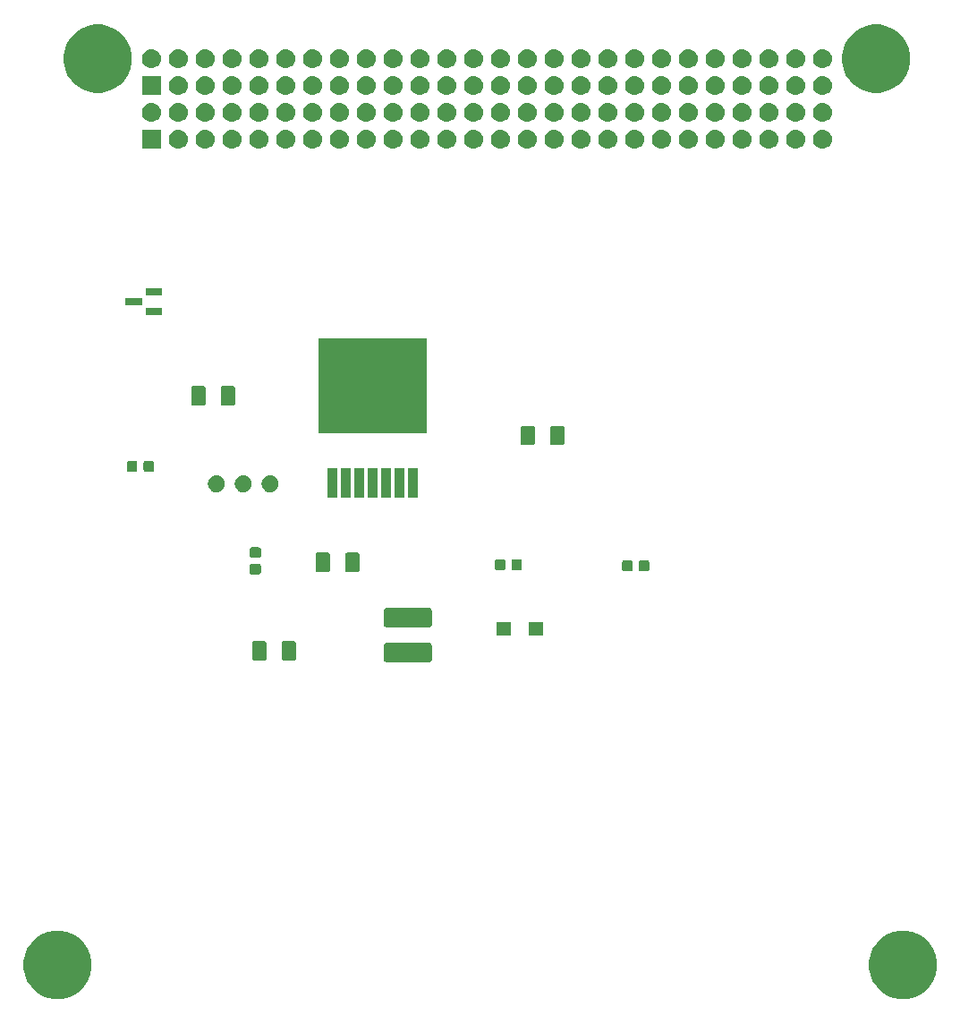
<source format=gbr>
G04 #@! TF.GenerationSoftware,KiCad,Pcbnew,(5.1.4)-1*
G04 #@! TF.CreationDate,2020-04-22T12:28:10-05:00*
G04 #@! TF.ProjectId,Boost,426f6f73-742e-46b6-9963-61645f706362,rev?*
G04 #@! TF.SameCoordinates,Original*
G04 #@! TF.FileFunction,Soldermask,Top*
G04 #@! TF.FilePolarity,Negative*
%FSLAX46Y46*%
G04 Gerber Fmt 4.6, Leading zero omitted, Abs format (unit mm)*
G04 Created by KiCad (PCBNEW (5.1.4)-1) date 2020-04-22 12:28:10*
%MOMM*%
%LPD*%
G04 APERTURE LIST*
%ADD10C,0.100000*%
G04 APERTURE END LIST*
D10*
G36*
X182042988Y-137486973D02*
G01*
X182630082Y-137730155D01*
X182630084Y-137730156D01*
X183158455Y-138083202D01*
X183607798Y-138532545D01*
X183960844Y-139060916D01*
X183960845Y-139060918D01*
X184204027Y-139648012D01*
X184328000Y-140271265D01*
X184328000Y-140906735D01*
X184204027Y-141529988D01*
X183960845Y-142117082D01*
X183960844Y-142117084D01*
X183607798Y-142645455D01*
X183158455Y-143094798D01*
X182630084Y-143447844D01*
X182630083Y-143447845D01*
X182630082Y-143447845D01*
X182042988Y-143691027D01*
X181419735Y-143815000D01*
X180784265Y-143815000D01*
X180161012Y-143691027D01*
X179573918Y-143447845D01*
X179573917Y-143447845D01*
X179573916Y-143447844D01*
X179045545Y-143094798D01*
X178596202Y-142645455D01*
X178243156Y-142117084D01*
X178243155Y-142117082D01*
X177999973Y-141529988D01*
X177876000Y-140906735D01*
X177876000Y-140271265D01*
X177999973Y-139648012D01*
X178243155Y-139060918D01*
X178243156Y-139060916D01*
X178596202Y-138532545D01*
X179045545Y-138083202D01*
X179573916Y-137730156D01*
X179573918Y-137730155D01*
X180161012Y-137486973D01*
X180784265Y-137363000D01*
X181419735Y-137363000D01*
X182042988Y-137486973D01*
X182042988Y-137486973D01*
G37*
G36*
X102032988Y-137486973D02*
G01*
X102620082Y-137730155D01*
X102620084Y-137730156D01*
X103148455Y-138083202D01*
X103597798Y-138532545D01*
X103950844Y-139060916D01*
X103950845Y-139060918D01*
X104194027Y-139648012D01*
X104318000Y-140271265D01*
X104318000Y-140906735D01*
X104194027Y-141529988D01*
X103950845Y-142117082D01*
X103950844Y-142117084D01*
X103597798Y-142645455D01*
X103148455Y-143094798D01*
X102620084Y-143447844D01*
X102620083Y-143447845D01*
X102620082Y-143447845D01*
X102032988Y-143691027D01*
X101409735Y-143815000D01*
X100774265Y-143815000D01*
X100151012Y-143691027D01*
X99563918Y-143447845D01*
X99563917Y-143447845D01*
X99563916Y-143447844D01*
X99035545Y-143094798D01*
X98586202Y-142645455D01*
X98233156Y-142117084D01*
X98233155Y-142117082D01*
X97989973Y-141529988D01*
X97866000Y-140906735D01*
X97866000Y-140271265D01*
X97989973Y-139648012D01*
X98233155Y-139060918D01*
X98233156Y-139060916D01*
X98586202Y-138532545D01*
X99035545Y-138083202D01*
X99563916Y-137730156D01*
X99563918Y-137730155D01*
X100151012Y-137486973D01*
X100774265Y-137363000D01*
X101409735Y-137363000D01*
X102032988Y-137486973D01*
X102032988Y-137486973D01*
G37*
G36*
X136207455Y-110079928D02*
G01*
X136284812Y-110103395D01*
X136356117Y-110141508D01*
X136418608Y-110192792D01*
X136469892Y-110255283D01*
X136508005Y-110326588D01*
X136531472Y-110403945D01*
X136540000Y-110490540D01*
X136540000Y-111554260D01*
X136531472Y-111640855D01*
X136508005Y-111718212D01*
X136469892Y-111789517D01*
X136418608Y-111852008D01*
X136356117Y-111903292D01*
X136284812Y-111941405D01*
X136207455Y-111964872D01*
X136120860Y-111973400D01*
X132357140Y-111973400D01*
X132270545Y-111964872D01*
X132193188Y-111941405D01*
X132121883Y-111903292D01*
X132059392Y-111852008D01*
X132008108Y-111789517D01*
X131969995Y-111718212D01*
X131946528Y-111640855D01*
X131938000Y-111554260D01*
X131938000Y-110490540D01*
X131946528Y-110403945D01*
X131969995Y-110326588D01*
X132008108Y-110255283D01*
X132059392Y-110192792D01*
X132121883Y-110141508D01*
X132193188Y-110103395D01*
X132270545Y-110079928D01*
X132357140Y-110071400D01*
X136120860Y-110071400D01*
X136207455Y-110079928D01*
X136207455Y-110079928D01*
G37*
G36*
X120708404Y-109949347D02*
G01*
X120744944Y-109960432D01*
X120778621Y-109978433D01*
X120808141Y-110002659D01*
X120832367Y-110032179D01*
X120850368Y-110065856D01*
X120861453Y-110102396D01*
X120865800Y-110146538D01*
X120865800Y-111595462D01*
X120861453Y-111639604D01*
X120850368Y-111676144D01*
X120832367Y-111709821D01*
X120808141Y-111739341D01*
X120778621Y-111763567D01*
X120744944Y-111781568D01*
X120708404Y-111792653D01*
X120664262Y-111797000D01*
X119715338Y-111797000D01*
X119671196Y-111792653D01*
X119634656Y-111781568D01*
X119600979Y-111763567D01*
X119571459Y-111739341D01*
X119547233Y-111709821D01*
X119529232Y-111676144D01*
X119518147Y-111639604D01*
X119513800Y-111595462D01*
X119513800Y-110146538D01*
X119518147Y-110102396D01*
X119529232Y-110065856D01*
X119547233Y-110032179D01*
X119571459Y-110002659D01*
X119600979Y-109978433D01*
X119634656Y-109960432D01*
X119671196Y-109949347D01*
X119715338Y-109945000D01*
X120664262Y-109945000D01*
X120708404Y-109949347D01*
X120708404Y-109949347D01*
G37*
G36*
X123508404Y-109949347D02*
G01*
X123544944Y-109960432D01*
X123578621Y-109978433D01*
X123608141Y-110002659D01*
X123632367Y-110032179D01*
X123650368Y-110065856D01*
X123661453Y-110102396D01*
X123665800Y-110146538D01*
X123665800Y-111595462D01*
X123661453Y-111639604D01*
X123650368Y-111676144D01*
X123632367Y-111709821D01*
X123608141Y-111739341D01*
X123578621Y-111763567D01*
X123544944Y-111781568D01*
X123508404Y-111792653D01*
X123464262Y-111797000D01*
X122515338Y-111797000D01*
X122471196Y-111792653D01*
X122434656Y-111781568D01*
X122400979Y-111763567D01*
X122371459Y-111739341D01*
X122347233Y-111709821D01*
X122329232Y-111676144D01*
X122318147Y-111639604D01*
X122313800Y-111595462D01*
X122313800Y-110146538D01*
X122318147Y-110102396D01*
X122329232Y-110065856D01*
X122347233Y-110032179D01*
X122371459Y-110002659D01*
X122400979Y-109978433D01*
X122434656Y-109960432D01*
X122471196Y-109949347D01*
X122515338Y-109945000D01*
X123464262Y-109945000D01*
X123508404Y-109949347D01*
X123508404Y-109949347D01*
G37*
G36*
X147062200Y-109449600D02*
G01*
X145700200Y-109449600D01*
X145700200Y-108177600D01*
X147062200Y-108177600D01*
X147062200Y-109449600D01*
X147062200Y-109449600D01*
G37*
G36*
X144012200Y-109449600D02*
G01*
X142650200Y-109449600D01*
X142650200Y-108177600D01*
X144012200Y-108177600D01*
X144012200Y-109449600D01*
X144012200Y-109449600D01*
G37*
G36*
X136207455Y-106779928D02*
G01*
X136284812Y-106803395D01*
X136356117Y-106841508D01*
X136418608Y-106892792D01*
X136469892Y-106955283D01*
X136508005Y-107026588D01*
X136531472Y-107103945D01*
X136540000Y-107190540D01*
X136540000Y-108254260D01*
X136531472Y-108340855D01*
X136508005Y-108418212D01*
X136469892Y-108489517D01*
X136418608Y-108552008D01*
X136356117Y-108603292D01*
X136284812Y-108641405D01*
X136207455Y-108664872D01*
X136120860Y-108673400D01*
X132357140Y-108673400D01*
X132270545Y-108664872D01*
X132193188Y-108641405D01*
X132121883Y-108603292D01*
X132059392Y-108552008D01*
X132008108Y-108489517D01*
X131969995Y-108418212D01*
X131946528Y-108340855D01*
X131938000Y-108254260D01*
X131938000Y-107190540D01*
X131946528Y-107103945D01*
X131969995Y-107026588D01*
X132008108Y-106955283D01*
X132059392Y-106892792D01*
X132121883Y-106841508D01*
X132193188Y-106803395D01*
X132270545Y-106779928D01*
X132357140Y-106771400D01*
X136120860Y-106771400D01*
X136207455Y-106779928D01*
X136207455Y-106779928D01*
G37*
G36*
X120191391Y-102665085D02*
G01*
X120225369Y-102675393D01*
X120256690Y-102692134D01*
X120284139Y-102714661D01*
X120306666Y-102742110D01*
X120323407Y-102773431D01*
X120333715Y-102807409D01*
X120337800Y-102848890D01*
X120337800Y-103450110D01*
X120333715Y-103491591D01*
X120323407Y-103525569D01*
X120306666Y-103556890D01*
X120284139Y-103584339D01*
X120256690Y-103606866D01*
X120225369Y-103623607D01*
X120191391Y-103633915D01*
X120149910Y-103638000D01*
X119473690Y-103638000D01*
X119432209Y-103633915D01*
X119398231Y-103623607D01*
X119366910Y-103606866D01*
X119339461Y-103584339D01*
X119316934Y-103556890D01*
X119300193Y-103525569D01*
X119289885Y-103491591D01*
X119285800Y-103450110D01*
X119285800Y-102848890D01*
X119289885Y-102807409D01*
X119300193Y-102773431D01*
X119316934Y-102742110D01*
X119339461Y-102714661D01*
X119366910Y-102692134D01*
X119398231Y-102675393D01*
X119432209Y-102665085D01*
X119473690Y-102661000D01*
X120149910Y-102661000D01*
X120191391Y-102665085D01*
X120191391Y-102665085D01*
G37*
G36*
X126702804Y-101592747D02*
G01*
X126739344Y-101603832D01*
X126773021Y-101621833D01*
X126802541Y-101646059D01*
X126826767Y-101675579D01*
X126844768Y-101709256D01*
X126855853Y-101745796D01*
X126860200Y-101789938D01*
X126860200Y-103238862D01*
X126855853Y-103283004D01*
X126844768Y-103319544D01*
X126826767Y-103353221D01*
X126802541Y-103382741D01*
X126773021Y-103406967D01*
X126739344Y-103424968D01*
X126702804Y-103436053D01*
X126658662Y-103440400D01*
X125709738Y-103440400D01*
X125665596Y-103436053D01*
X125629056Y-103424968D01*
X125595379Y-103406967D01*
X125565859Y-103382741D01*
X125541633Y-103353221D01*
X125523632Y-103319544D01*
X125512547Y-103283004D01*
X125508200Y-103238862D01*
X125508200Y-101789938D01*
X125512547Y-101745796D01*
X125523632Y-101709256D01*
X125541633Y-101675579D01*
X125565859Y-101646059D01*
X125595379Y-101621833D01*
X125629056Y-101603832D01*
X125665596Y-101592747D01*
X125709738Y-101588400D01*
X126658662Y-101588400D01*
X126702804Y-101592747D01*
X126702804Y-101592747D01*
G37*
G36*
X129502804Y-101592747D02*
G01*
X129539344Y-101603832D01*
X129573021Y-101621833D01*
X129602541Y-101646059D01*
X129626767Y-101675579D01*
X129644768Y-101709256D01*
X129655853Y-101745796D01*
X129660200Y-101789938D01*
X129660200Y-103238862D01*
X129655853Y-103283004D01*
X129644768Y-103319544D01*
X129626767Y-103353221D01*
X129602541Y-103382741D01*
X129573021Y-103406967D01*
X129539344Y-103424968D01*
X129502804Y-103436053D01*
X129458662Y-103440400D01*
X128509738Y-103440400D01*
X128465596Y-103436053D01*
X128429056Y-103424968D01*
X128395379Y-103406967D01*
X128365859Y-103382741D01*
X128341633Y-103353221D01*
X128323632Y-103319544D01*
X128312547Y-103283004D01*
X128308200Y-103238862D01*
X128308200Y-101789938D01*
X128312547Y-101745796D01*
X128323632Y-101709256D01*
X128341633Y-101675579D01*
X128365859Y-101646059D01*
X128395379Y-101621833D01*
X128429056Y-101603832D01*
X128465596Y-101592747D01*
X128509738Y-101588400D01*
X129458662Y-101588400D01*
X129502804Y-101592747D01*
X129502804Y-101592747D01*
G37*
G36*
X156933191Y-102322685D02*
G01*
X156967169Y-102332993D01*
X156998490Y-102349734D01*
X157025939Y-102372261D01*
X157048466Y-102399710D01*
X157065207Y-102431031D01*
X157075515Y-102465009D01*
X157079600Y-102506490D01*
X157079600Y-103182710D01*
X157075515Y-103224191D01*
X157065207Y-103258169D01*
X157048466Y-103289490D01*
X157025939Y-103316939D01*
X156998490Y-103339466D01*
X156967169Y-103356207D01*
X156933191Y-103366515D01*
X156891710Y-103370600D01*
X156290490Y-103370600D01*
X156249009Y-103366515D01*
X156215031Y-103356207D01*
X156183710Y-103339466D01*
X156156261Y-103316939D01*
X156133734Y-103289490D01*
X156116993Y-103258169D01*
X156106685Y-103224191D01*
X156102600Y-103182710D01*
X156102600Y-102506490D01*
X156106685Y-102465009D01*
X156116993Y-102431031D01*
X156133734Y-102399710D01*
X156156261Y-102372261D01*
X156183710Y-102349734D01*
X156215031Y-102332993D01*
X156249009Y-102322685D01*
X156290490Y-102318600D01*
X156891710Y-102318600D01*
X156933191Y-102322685D01*
X156933191Y-102322685D01*
G37*
G36*
X155358191Y-102322685D02*
G01*
X155392169Y-102332993D01*
X155423490Y-102349734D01*
X155450939Y-102372261D01*
X155473466Y-102399710D01*
X155490207Y-102431031D01*
X155500515Y-102465009D01*
X155504600Y-102506490D01*
X155504600Y-103182710D01*
X155500515Y-103224191D01*
X155490207Y-103258169D01*
X155473466Y-103289490D01*
X155450939Y-103316939D01*
X155423490Y-103339466D01*
X155392169Y-103356207D01*
X155358191Y-103366515D01*
X155316710Y-103370600D01*
X154715490Y-103370600D01*
X154674009Y-103366515D01*
X154640031Y-103356207D01*
X154608710Y-103339466D01*
X154581261Y-103316939D01*
X154558734Y-103289490D01*
X154541993Y-103258169D01*
X154531685Y-103224191D01*
X154527600Y-103182710D01*
X154527600Y-102506490D01*
X154531685Y-102465009D01*
X154541993Y-102431031D01*
X154558734Y-102399710D01*
X154581261Y-102372261D01*
X154608710Y-102349734D01*
X154640031Y-102332993D01*
X154674009Y-102322685D01*
X154715490Y-102318600D01*
X155316710Y-102318600D01*
X155358191Y-102322685D01*
X155358191Y-102322685D01*
G37*
G36*
X144893591Y-102195685D02*
G01*
X144927569Y-102205993D01*
X144958890Y-102222734D01*
X144986339Y-102245261D01*
X145008866Y-102272710D01*
X145025607Y-102304031D01*
X145035915Y-102338009D01*
X145040000Y-102379490D01*
X145040000Y-103055710D01*
X145035915Y-103097191D01*
X145025607Y-103131169D01*
X145008866Y-103162490D01*
X144986339Y-103189939D01*
X144958890Y-103212466D01*
X144927569Y-103229207D01*
X144893591Y-103239515D01*
X144852110Y-103243600D01*
X144250890Y-103243600D01*
X144209409Y-103239515D01*
X144175431Y-103229207D01*
X144144110Y-103212466D01*
X144116661Y-103189939D01*
X144094134Y-103162490D01*
X144077393Y-103131169D01*
X144067085Y-103097191D01*
X144063000Y-103055710D01*
X144063000Y-102379490D01*
X144067085Y-102338009D01*
X144077393Y-102304031D01*
X144094134Y-102272710D01*
X144116661Y-102245261D01*
X144144110Y-102222734D01*
X144175431Y-102205993D01*
X144209409Y-102195685D01*
X144250890Y-102191600D01*
X144852110Y-102191600D01*
X144893591Y-102195685D01*
X144893591Y-102195685D01*
G37*
G36*
X143318591Y-102195685D02*
G01*
X143352569Y-102205993D01*
X143383890Y-102222734D01*
X143411339Y-102245261D01*
X143433866Y-102272710D01*
X143450607Y-102304031D01*
X143460915Y-102338009D01*
X143465000Y-102379490D01*
X143465000Y-103055710D01*
X143460915Y-103097191D01*
X143450607Y-103131169D01*
X143433866Y-103162490D01*
X143411339Y-103189939D01*
X143383890Y-103212466D01*
X143352569Y-103229207D01*
X143318591Y-103239515D01*
X143277110Y-103243600D01*
X142675890Y-103243600D01*
X142634409Y-103239515D01*
X142600431Y-103229207D01*
X142569110Y-103212466D01*
X142541661Y-103189939D01*
X142519134Y-103162490D01*
X142502393Y-103131169D01*
X142492085Y-103097191D01*
X142488000Y-103055710D01*
X142488000Y-102379490D01*
X142492085Y-102338009D01*
X142502393Y-102304031D01*
X142519134Y-102272710D01*
X142541661Y-102245261D01*
X142569110Y-102222734D01*
X142600431Y-102205993D01*
X142634409Y-102195685D01*
X142675890Y-102191600D01*
X143277110Y-102191600D01*
X143318591Y-102195685D01*
X143318591Y-102195685D01*
G37*
G36*
X120191391Y-101090085D02*
G01*
X120225369Y-101100393D01*
X120256690Y-101117134D01*
X120284139Y-101139661D01*
X120306666Y-101167110D01*
X120323407Y-101198431D01*
X120333715Y-101232409D01*
X120337800Y-101273890D01*
X120337800Y-101875110D01*
X120333715Y-101916591D01*
X120323407Y-101950569D01*
X120306666Y-101981890D01*
X120284139Y-102009339D01*
X120256690Y-102031866D01*
X120225369Y-102048607D01*
X120191391Y-102058915D01*
X120149910Y-102063000D01*
X119473690Y-102063000D01*
X119432209Y-102058915D01*
X119398231Y-102048607D01*
X119366910Y-102031866D01*
X119339461Y-102009339D01*
X119316934Y-101981890D01*
X119300193Y-101950569D01*
X119289885Y-101916591D01*
X119285800Y-101875110D01*
X119285800Y-101273890D01*
X119289885Y-101232409D01*
X119300193Y-101198431D01*
X119316934Y-101167110D01*
X119339461Y-101139661D01*
X119366910Y-101117134D01*
X119398231Y-101100393D01*
X119432209Y-101090085D01*
X119473690Y-101086000D01*
X120149910Y-101086000D01*
X120191391Y-101090085D01*
X120191391Y-101090085D01*
G37*
G36*
X133941800Y-96391199D02*
G01*
X132976200Y-96391199D01*
X132976200Y-93596799D01*
X133941800Y-93596799D01*
X133941800Y-96391199D01*
X133941800Y-96391199D01*
G37*
G36*
X132671800Y-96391199D02*
G01*
X131706200Y-96391199D01*
X131706200Y-93596799D01*
X132671800Y-93596799D01*
X132671800Y-96391199D01*
X132671800Y-96391199D01*
G37*
G36*
X135211800Y-96391199D02*
G01*
X134246200Y-96391199D01*
X134246200Y-93596799D01*
X135211800Y-93596799D01*
X135211800Y-96391199D01*
X135211800Y-96391199D01*
G37*
G36*
X127591800Y-96391199D02*
G01*
X126626200Y-96391199D01*
X126626200Y-93596799D01*
X127591800Y-93596799D01*
X127591800Y-96391199D01*
X127591800Y-96391199D01*
G37*
G36*
X131401800Y-96391199D02*
G01*
X130436200Y-96391199D01*
X130436200Y-93596799D01*
X131401800Y-93596799D01*
X131401800Y-96391199D01*
X131401800Y-96391199D01*
G37*
G36*
X130131800Y-96391199D02*
G01*
X129166200Y-96391199D01*
X129166200Y-93596799D01*
X130131800Y-93596799D01*
X130131800Y-96391199D01*
X130131800Y-96391199D01*
G37*
G36*
X128861800Y-96391199D02*
G01*
X127896200Y-96391199D01*
X127896200Y-93596799D01*
X128861800Y-93596799D01*
X128861800Y-96391199D01*
X128861800Y-96391199D01*
G37*
G36*
X118825165Y-94286100D02*
G01*
X118902589Y-94301501D01*
X118963007Y-94326527D01*
X119048452Y-94361919D01*
X119179726Y-94449634D01*
X119291366Y-94561274D01*
X119379081Y-94692548D01*
X119439499Y-94838412D01*
X119470300Y-94993258D01*
X119470300Y-95151142D01*
X119439499Y-95305988D01*
X119379081Y-95451852D01*
X119291366Y-95583126D01*
X119179726Y-95694766D01*
X119048452Y-95782481D01*
X118963007Y-95817873D01*
X118902589Y-95842899D01*
X118825165Y-95858300D01*
X118747742Y-95873700D01*
X118589858Y-95873700D01*
X118512435Y-95858300D01*
X118435011Y-95842899D01*
X118374593Y-95817873D01*
X118289148Y-95782481D01*
X118157874Y-95694766D01*
X118046234Y-95583126D01*
X117958519Y-95451852D01*
X117898101Y-95305988D01*
X117867300Y-95151142D01*
X117867300Y-94993258D01*
X117898101Y-94838412D01*
X117958519Y-94692548D01*
X118046234Y-94561274D01*
X118157874Y-94449634D01*
X118289148Y-94361919D01*
X118374593Y-94326527D01*
X118435011Y-94301501D01*
X118512435Y-94286100D01*
X118589858Y-94270700D01*
X118747742Y-94270700D01*
X118825165Y-94286100D01*
X118825165Y-94286100D01*
G37*
G36*
X116285165Y-94286100D02*
G01*
X116362589Y-94301501D01*
X116423007Y-94326527D01*
X116508452Y-94361919D01*
X116639726Y-94449634D01*
X116751366Y-94561274D01*
X116839081Y-94692548D01*
X116899499Y-94838412D01*
X116930300Y-94993258D01*
X116930300Y-95151142D01*
X116899499Y-95305988D01*
X116839081Y-95451852D01*
X116751366Y-95583126D01*
X116639726Y-95694766D01*
X116508452Y-95782481D01*
X116423007Y-95817873D01*
X116362589Y-95842899D01*
X116285165Y-95858300D01*
X116207742Y-95873700D01*
X116049858Y-95873700D01*
X115972435Y-95858300D01*
X115895011Y-95842899D01*
X115834593Y-95817873D01*
X115749148Y-95782481D01*
X115617874Y-95694766D01*
X115506234Y-95583126D01*
X115418519Y-95451852D01*
X115358101Y-95305988D01*
X115327300Y-95151142D01*
X115327300Y-94993258D01*
X115358101Y-94838412D01*
X115418519Y-94692548D01*
X115506234Y-94561274D01*
X115617874Y-94449634D01*
X115749148Y-94361919D01*
X115834593Y-94326527D01*
X115895011Y-94301501D01*
X115972435Y-94286100D01*
X116049858Y-94270700D01*
X116207742Y-94270700D01*
X116285165Y-94286100D01*
X116285165Y-94286100D01*
G37*
G36*
X121365165Y-94286100D02*
G01*
X121442589Y-94301501D01*
X121503007Y-94326527D01*
X121588452Y-94361919D01*
X121719726Y-94449634D01*
X121831366Y-94561274D01*
X121919081Y-94692548D01*
X121979499Y-94838412D01*
X122010300Y-94993258D01*
X122010300Y-95151142D01*
X121979499Y-95305988D01*
X121919081Y-95451852D01*
X121831366Y-95583126D01*
X121719726Y-95694766D01*
X121588452Y-95782481D01*
X121503007Y-95817873D01*
X121442589Y-95842899D01*
X121365165Y-95858300D01*
X121287742Y-95873700D01*
X121129858Y-95873700D01*
X121052435Y-95858300D01*
X120975011Y-95842899D01*
X120914593Y-95817873D01*
X120829148Y-95782481D01*
X120697874Y-95694766D01*
X120586234Y-95583126D01*
X120498519Y-95451852D01*
X120438101Y-95305988D01*
X120407300Y-95151142D01*
X120407300Y-94993258D01*
X120438101Y-94838412D01*
X120498519Y-94692548D01*
X120586234Y-94561274D01*
X120697874Y-94449634D01*
X120829148Y-94361919D01*
X120914593Y-94326527D01*
X120975011Y-94301501D01*
X121052435Y-94286100D01*
X121129858Y-94270700D01*
X121287742Y-94270700D01*
X121365165Y-94286100D01*
X121365165Y-94286100D01*
G37*
G36*
X110070191Y-92899285D02*
G01*
X110104169Y-92909593D01*
X110135490Y-92926334D01*
X110162939Y-92948861D01*
X110185466Y-92976310D01*
X110202207Y-93007631D01*
X110212515Y-93041609D01*
X110216600Y-93083090D01*
X110216600Y-93759310D01*
X110212515Y-93800791D01*
X110202207Y-93834769D01*
X110185466Y-93866090D01*
X110162939Y-93893539D01*
X110135490Y-93916066D01*
X110104169Y-93932807D01*
X110070191Y-93943115D01*
X110028710Y-93947200D01*
X109427490Y-93947200D01*
X109386009Y-93943115D01*
X109352031Y-93932807D01*
X109320710Y-93916066D01*
X109293261Y-93893539D01*
X109270734Y-93866090D01*
X109253993Y-93834769D01*
X109243685Y-93800791D01*
X109239600Y-93759310D01*
X109239600Y-93083090D01*
X109243685Y-93041609D01*
X109253993Y-93007631D01*
X109270734Y-92976310D01*
X109293261Y-92948861D01*
X109320710Y-92926334D01*
X109352031Y-92909593D01*
X109386009Y-92899285D01*
X109427490Y-92895200D01*
X110028710Y-92895200D01*
X110070191Y-92899285D01*
X110070191Y-92899285D01*
G37*
G36*
X108495191Y-92899285D02*
G01*
X108529169Y-92909593D01*
X108560490Y-92926334D01*
X108587939Y-92948861D01*
X108610466Y-92976310D01*
X108627207Y-93007631D01*
X108637515Y-93041609D01*
X108641600Y-93083090D01*
X108641600Y-93759310D01*
X108637515Y-93800791D01*
X108627207Y-93834769D01*
X108610466Y-93866090D01*
X108587939Y-93893539D01*
X108560490Y-93916066D01*
X108529169Y-93932807D01*
X108495191Y-93943115D01*
X108453710Y-93947200D01*
X107852490Y-93947200D01*
X107811009Y-93943115D01*
X107777031Y-93932807D01*
X107745710Y-93916066D01*
X107718261Y-93893539D01*
X107695734Y-93866090D01*
X107678993Y-93834769D01*
X107668685Y-93800791D01*
X107664600Y-93759310D01*
X107664600Y-93083090D01*
X107668685Y-93041609D01*
X107678993Y-93007631D01*
X107695734Y-92976310D01*
X107718261Y-92948861D01*
X107745710Y-92926334D01*
X107777031Y-92909593D01*
X107811009Y-92899285D01*
X107852490Y-92895200D01*
X108453710Y-92895200D01*
X108495191Y-92899285D01*
X108495191Y-92899285D01*
G37*
G36*
X146108404Y-89578547D02*
G01*
X146144944Y-89589632D01*
X146178621Y-89607633D01*
X146208141Y-89631859D01*
X146232367Y-89661379D01*
X146250368Y-89695056D01*
X146261453Y-89731596D01*
X146265800Y-89775738D01*
X146265800Y-91224662D01*
X146261453Y-91268804D01*
X146250368Y-91305344D01*
X146232367Y-91339021D01*
X146208141Y-91368541D01*
X146178621Y-91392767D01*
X146144944Y-91410768D01*
X146108404Y-91421853D01*
X146064262Y-91426200D01*
X145115338Y-91426200D01*
X145071196Y-91421853D01*
X145034656Y-91410768D01*
X145000979Y-91392767D01*
X144971459Y-91368541D01*
X144947233Y-91339021D01*
X144929232Y-91305344D01*
X144918147Y-91268804D01*
X144913800Y-91224662D01*
X144913800Y-89775738D01*
X144918147Y-89731596D01*
X144929232Y-89695056D01*
X144947233Y-89661379D01*
X144971459Y-89631859D01*
X145000979Y-89607633D01*
X145034656Y-89589632D01*
X145071196Y-89578547D01*
X145115338Y-89574200D01*
X146064262Y-89574200D01*
X146108404Y-89578547D01*
X146108404Y-89578547D01*
G37*
G36*
X148908404Y-89578547D02*
G01*
X148944944Y-89589632D01*
X148978621Y-89607633D01*
X149008141Y-89631859D01*
X149032367Y-89661379D01*
X149050368Y-89695056D01*
X149061453Y-89731596D01*
X149065800Y-89775738D01*
X149065800Y-91224662D01*
X149061453Y-91268804D01*
X149050368Y-91305344D01*
X149032367Y-91339021D01*
X149008141Y-91368541D01*
X148978621Y-91392767D01*
X148944944Y-91410768D01*
X148908404Y-91421853D01*
X148864262Y-91426200D01*
X147915338Y-91426200D01*
X147871196Y-91421853D01*
X147834656Y-91410768D01*
X147800979Y-91392767D01*
X147771459Y-91368541D01*
X147747233Y-91339021D01*
X147729232Y-91305344D01*
X147718147Y-91268804D01*
X147713800Y-91224662D01*
X147713800Y-89775738D01*
X147718147Y-89731596D01*
X147729232Y-89695056D01*
X147747233Y-89661379D01*
X147771459Y-89631859D01*
X147800979Y-89607633D01*
X147834656Y-89589632D01*
X147871196Y-89578547D01*
X147915338Y-89574200D01*
X148864262Y-89574200D01*
X148908404Y-89578547D01*
X148908404Y-89578547D01*
G37*
G36*
X136050000Y-90320599D02*
G01*
X125788000Y-90320599D01*
X125788000Y-81277799D01*
X136050000Y-81277799D01*
X136050000Y-90320599D01*
X136050000Y-90320599D01*
G37*
G36*
X114942604Y-85819347D02*
G01*
X114979144Y-85830432D01*
X115012821Y-85848433D01*
X115042341Y-85872659D01*
X115066567Y-85902179D01*
X115084568Y-85935856D01*
X115095653Y-85972396D01*
X115100000Y-86016538D01*
X115100000Y-87465462D01*
X115095653Y-87509604D01*
X115084568Y-87546144D01*
X115066567Y-87579821D01*
X115042341Y-87609341D01*
X115012821Y-87633567D01*
X114979144Y-87651568D01*
X114942604Y-87662653D01*
X114898462Y-87667000D01*
X113949538Y-87667000D01*
X113905396Y-87662653D01*
X113868856Y-87651568D01*
X113835179Y-87633567D01*
X113805659Y-87609341D01*
X113781433Y-87579821D01*
X113763432Y-87546144D01*
X113752347Y-87509604D01*
X113748000Y-87465462D01*
X113748000Y-86016538D01*
X113752347Y-85972396D01*
X113763432Y-85935856D01*
X113781433Y-85902179D01*
X113805659Y-85872659D01*
X113835179Y-85848433D01*
X113868856Y-85830432D01*
X113905396Y-85819347D01*
X113949538Y-85815000D01*
X114898462Y-85815000D01*
X114942604Y-85819347D01*
X114942604Y-85819347D01*
G37*
G36*
X117742604Y-85819347D02*
G01*
X117779144Y-85830432D01*
X117812821Y-85848433D01*
X117842341Y-85872659D01*
X117866567Y-85902179D01*
X117884568Y-85935856D01*
X117895653Y-85972396D01*
X117900000Y-86016538D01*
X117900000Y-87465462D01*
X117895653Y-87509604D01*
X117884568Y-87546144D01*
X117866567Y-87579821D01*
X117842341Y-87609341D01*
X117812821Y-87633567D01*
X117779144Y-87651568D01*
X117742604Y-87662653D01*
X117698462Y-87667000D01*
X116749538Y-87667000D01*
X116705396Y-87662653D01*
X116668856Y-87651568D01*
X116635179Y-87633567D01*
X116605659Y-87609341D01*
X116581433Y-87579821D01*
X116563432Y-87546144D01*
X116552347Y-87509604D01*
X116548000Y-87465462D01*
X116548000Y-86016538D01*
X116552347Y-85972396D01*
X116563432Y-85935856D01*
X116581433Y-85902179D01*
X116605659Y-85872659D01*
X116635179Y-85848433D01*
X116668856Y-85830432D01*
X116705396Y-85819347D01*
X116749538Y-85815000D01*
X117698462Y-85815000D01*
X117742604Y-85819347D01*
X117742604Y-85819347D01*
G37*
G36*
X110996800Y-79152000D02*
G01*
X109464800Y-79152000D01*
X109464800Y-78450000D01*
X110996800Y-78450000D01*
X110996800Y-79152000D01*
X110996800Y-79152000D01*
G37*
G36*
X109076800Y-78202000D02*
G01*
X107544800Y-78202000D01*
X107544800Y-77500000D01*
X109076800Y-77500000D01*
X109076800Y-78202000D01*
X109076800Y-78202000D01*
G37*
G36*
X110996800Y-77252000D02*
G01*
X109464800Y-77252000D01*
X109464800Y-76550000D01*
X110996800Y-76550000D01*
X110996800Y-77252000D01*
X110996800Y-77252000D01*
G37*
G36*
X160899523Y-61590453D02*
G01*
X160965708Y-61596972D01*
X161135547Y-61648492D01*
X161292072Y-61732157D01*
X161327810Y-61761487D01*
X161429267Y-61844749D01*
X161512529Y-61946206D01*
X161541859Y-61981944D01*
X161625524Y-62138469D01*
X161677044Y-62308308D01*
X161694440Y-62484935D01*
X161677044Y-62661562D01*
X161625524Y-62831401D01*
X161541859Y-62987926D01*
X161512529Y-63023664D01*
X161429267Y-63125121D01*
X161327810Y-63208383D01*
X161292072Y-63237713D01*
X161135547Y-63321378D01*
X160965708Y-63372898D01*
X160899524Y-63379416D01*
X160833341Y-63385935D01*
X160744821Y-63385935D01*
X160678638Y-63379416D01*
X160612454Y-63372898D01*
X160442615Y-63321378D01*
X160286090Y-63237713D01*
X160250352Y-63208383D01*
X160148895Y-63125121D01*
X160065633Y-63023664D01*
X160036303Y-62987926D01*
X159952638Y-62831401D01*
X159901118Y-62661562D01*
X159883722Y-62484935D01*
X159901118Y-62308308D01*
X159952638Y-62138469D01*
X160036303Y-61981944D01*
X160065633Y-61946206D01*
X160148895Y-61844749D01*
X160250352Y-61761487D01*
X160286090Y-61732157D01*
X160442615Y-61648492D01*
X160612454Y-61596972D01*
X160678639Y-61590453D01*
X160744821Y-61583935D01*
X160833341Y-61583935D01*
X160899523Y-61590453D01*
X160899523Y-61590453D01*
G37*
G36*
X153279523Y-61590453D02*
G01*
X153345708Y-61596972D01*
X153515547Y-61648492D01*
X153672072Y-61732157D01*
X153707810Y-61761487D01*
X153809267Y-61844749D01*
X153892529Y-61946206D01*
X153921859Y-61981944D01*
X154005524Y-62138469D01*
X154057044Y-62308308D01*
X154074440Y-62484935D01*
X154057044Y-62661562D01*
X154005524Y-62831401D01*
X153921859Y-62987926D01*
X153892529Y-63023664D01*
X153809267Y-63125121D01*
X153707810Y-63208383D01*
X153672072Y-63237713D01*
X153515547Y-63321378D01*
X153345708Y-63372898D01*
X153279524Y-63379416D01*
X153213341Y-63385935D01*
X153124821Y-63385935D01*
X153058638Y-63379416D01*
X152992454Y-63372898D01*
X152822615Y-63321378D01*
X152666090Y-63237713D01*
X152630352Y-63208383D01*
X152528895Y-63125121D01*
X152445633Y-63023664D01*
X152416303Y-62987926D01*
X152332638Y-62831401D01*
X152281118Y-62661562D01*
X152263722Y-62484935D01*
X152281118Y-62308308D01*
X152332638Y-62138469D01*
X152416303Y-61981944D01*
X152445633Y-61946206D01*
X152528895Y-61844749D01*
X152630352Y-61761487D01*
X152666090Y-61732157D01*
X152822615Y-61648492D01*
X152992454Y-61596972D01*
X153058639Y-61590453D01*
X153124821Y-61583935D01*
X153213341Y-61583935D01*
X153279523Y-61590453D01*
X153279523Y-61590453D01*
G37*
G36*
X155819523Y-61590453D02*
G01*
X155885708Y-61596972D01*
X156055547Y-61648492D01*
X156212072Y-61732157D01*
X156247810Y-61761487D01*
X156349267Y-61844749D01*
X156432529Y-61946206D01*
X156461859Y-61981944D01*
X156545524Y-62138469D01*
X156597044Y-62308308D01*
X156614440Y-62484935D01*
X156597044Y-62661562D01*
X156545524Y-62831401D01*
X156461859Y-62987926D01*
X156432529Y-63023664D01*
X156349267Y-63125121D01*
X156247810Y-63208383D01*
X156212072Y-63237713D01*
X156055547Y-63321378D01*
X155885708Y-63372898D01*
X155819524Y-63379416D01*
X155753341Y-63385935D01*
X155664821Y-63385935D01*
X155598638Y-63379416D01*
X155532454Y-63372898D01*
X155362615Y-63321378D01*
X155206090Y-63237713D01*
X155170352Y-63208383D01*
X155068895Y-63125121D01*
X154985633Y-63023664D01*
X154956303Y-62987926D01*
X154872638Y-62831401D01*
X154821118Y-62661562D01*
X154803722Y-62484935D01*
X154821118Y-62308308D01*
X154872638Y-62138469D01*
X154956303Y-61981944D01*
X154985633Y-61946206D01*
X155068895Y-61844749D01*
X155170352Y-61761487D01*
X155206090Y-61732157D01*
X155362615Y-61648492D01*
X155532454Y-61596972D01*
X155598639Y-61590453D01*
X155664821Y-61583935D01*
X155753341Y-61583935D01*
X155819523Y-61590453D01*
X155819523Y-61590453D01*
G37*
G36*
X158359523Y-61590453D02*
G01*
X158425708Y-61596972D01*
X158595547Y-61648492D01*
X158752072Y-61732157D01*
X158787810Y-61761487D01*
X158889267Y-61844749D01*
X158972529Y-61946206D01*
X159001859Y-61981944D01*
X159085524Y-62138469D01*
X159137044Y-62308308D01*
X159154440Y-62484935D01*
X159137044Y-62661562D01*
X159085524Y-62831401D01*
X159001859Y-62987926D01*
X158972529Y-63023664D01*
X158889267Y-63125121D01*
X158787810Y-63208383D01*
X158752072Y-63237713D01*
X158595547Y-63321378D01*
X158425708Y-63372898D01*
X158359524Y-63379416D01*
X158293341Y-63385935D01*
X158204821Y-63385935D01*
X158138638Y-63379416D01*
X158072454Y-63372898D01*
X157902615Y-63321378D01*
X157746090Y-63237713D01*
X157710352Y-63208383D01*
X157608895Y-63125121D01*
X157525633Y-63023664D01*
X157496303Y-62987926D01*
X157412638Y-62831401D01*
X157361118Y-62661562D01*
X157343722Y-62484935D01*
X157361118Y-62308308D01*
X157412638Y-62138469D01*
X157496303Y-61981944D01*
X157525633Y-61946206D01*
X157608895Y-61844749D01*
X157710352Y-61761487D01*
X157746090Y-61732157D01*
X157902615Y-61648492D01*
X158072454Y-61596972D01*
X158138639Y-61590453D01*
X158204821Y-61583935D01*
X158293341Y-61583935D01*
X158359523Y-61590453D01*
X158359523Y-61590453D01*
G37*
G36*
X122799523Y-61590453D02*
G01*
X122865708Y-61596972D01*
X123035547Y-61648492D01*
X123192072Y-61732157D01*
X123227810Y-61761487D01*
X123329267Y-61844749D01*
X123412529Y-61946206D01*
X123441859Y-61981944D01*
X123525524Y-62138469D01*
X123577044Y-62308308D01*
X123594440Y-62484935D01*
X123577044Y-62661562D01*
X123525524Y-62831401D01*
X123441859Y-62987926D01*
X123412529Y-63023664D01*
X123329267Y-63125121D01*
X123227810Y-63208383D01*
X123192072Y-63237713D01*
X123035547Y-63321378D01*
X122865708Y-63372898D01*
X122799524Y-63379416D01*
X122733341Y-63385935D01*
X122644821Y-63385935D01*
X122578638Y-63379416D01*
X122512454Y-63372898D01*
X122342615Y-63321378D01*
X122186090Y-63237713D01*
X122150352Y-63208383D01*
X122048895Y-63125121D01*
X121965633Y-63023664D01*
X121936303Y-62987926D01*
X121852638Y-62831401D01*
X121801118Y-62661562D01*
X121783722Y-62484935D01*
X121801118Y-62308308D01*
X121852638Y-62138469D01*
X121936303Y-61981944D01*
X121965633Y-61946206D01*
X122048895Y-61844749D01*
X122150352Y-61761487D01*
X122186090Y-61732157D01*
X122342615Y-61648492D01*
X122512454Y-61596972D01*
X122578639Y-61590453D01*
X122644821Y-61583935D01*
X122733341Y-61583935D01*
X122799523Y-61590453D01*
X122799523Y-61590453D01*
G37*
G36*
X120259523Y-61590453D02*
G01*
X120325708Y-61596972D01*
X120495547Y-61648492D01*
X120652072Y-61732157D01*
X120687810Y-61761487D01*
X120789267Y-61844749D01*
X120872529Y-61946206D01*
X120901859Y-61981944D01*
X120985524Y-62138469D01*
X121037044Y-62308308D01*
X121054440Y-62484935D01*
X121037044Y-62661562D01*
X120985524Y-62831401D01*
X120901859Y-62987926D01*
X120872529Y-63023664D01*
X120789267Y-63125121D01*
X120687810Y-63208383D01*
X120652072Y-63237713D01*
X120495547Y-63321378D01*
X120325708Y-63372898D01*
X120259524Y-63379416D01*
X120193341Y-63385935D01*
X120104821Y-63385935D01*
X120038638Y-63379416D01*
X119972454Y-63372898D01*
X119802615Y-63321378D01*
X119646090Y-63237713D01*
X119610352Y-63208383D01*
X119508895Y-63125121D01*
X119425633Y-63023664D01*
X119396303Y-62987926D01*
X119312638Y-62831401D01*
X119261118Y-62661562D01*
X119243722Y-62484935D01*
X119261118Y-62308308D01*
X119312638Y-62138469D01*
X119396303Y-61981944D01*
X119425633Y-61946206D01*
X119508895Y-61844749D01*
X119610352Y-61761487D01*
X119646090Y-61732157D01*
X119802615Y-61648492D01*
X119972454Y-61596972D01*
X120038639Y-61590453D01*
X120104821Y-61583935D01*
X120193341Y-61583935D01*
X120259523Y-61590453D01*
X120259523Y-61590453D01*
G37*
G36*
X117719523Y-61590453D02*
G01*
X117785708Y-61596972D01*
X117955547Y-61648492D01*
X118112072Y-61732157D01*
X118147810Y-61761487D01*
X118249267Y-61844749D01*
X118332529Y-61946206D01*
X118361859Y-61981944D01*
X118445524Y-62138469D01*
X118497044Y-62308308D01*
X118514440Y-62484935D01*
X118497044Y-62661562D01*
X118445524Y-62831401D01*
X118361859Y-62987926D01*
X118332529Y-63023664D01*
X118249267Y-63125121D01*
X118147810Y-63208383D01*
X118112072Y-63237713D01*
X117955547Y-63321378D01*
X117785708Y-63372898D01*
X117719524Y-63379416D01*
X117653341Y-63385935D01*
X117564821Y-63385935D01*
X117498638Y-63379416D01*
X117432454Y-63372898D01*
X117262615Y-63321378D01*
X117106090Y-63237713D01*
X117070352Y-63208383D01*
X116968895Y-63125121D01*
X116885633Y-63023664D01*
X116856303Y-62987926D01*
X116772638Y-62831401D01*
X116721118Y-62661562D01*
X116703722Y-62484935D01*
X116721118Y-62308308D01*
X116772638Y-62138469D01*
X116856303Y-61981944D01*
X116885633Y-61946206D01*
X116968895Y-61844749D01*
X117070352Y-61761487D01*
X117106090Y-61732157D01*
X117262615Y-61648492D01*
X117432454Y-61596972D01*
X117498639Y-61590453D01*
X117564821Y-61583935D01*
X117653341Y-61583935D01*
X117719523Y-61590453D01*
X117719523Y-61590453D01*
G37*
G36*
X150739523Y-61590453D02*
G01*
X150805708Y-61596972D01*
X150975547Y-61648492D01*
X151132072Y-61732157D01*
X151167810Y-61761487D01*
X151269267Y-61844749D01*
X151352529Y-61946206D01*
X151381859Y-61981944D01*
X151465524Y-62138469D01*
X151517044Y-62308308D01*
X151534440Y-62484935D01*
X151517044Y-62661562D01*
X151465524Y-62831401D01*
X151381859Y-62987926D01*
X151352529Y-63023664D01*
X151269267Y-63125121D01*
X151167810Y-63208383D01*
X151132072Y-63237713D01*
X150975547Y-63321378D01*
X150805708Y-63372898D01*
X150739524Y-63379416D01*
X150673341Y-63385935D01*
X150584821Y-63385935D01*
X150518638Y-63379416D01*
X150452454Y-63372898D01*
X150282615Y-63321378D01*
X150126090Y-63237713D01*
X150090352Y-63208383D01*
X149988895Y-63125121D01*
X149905633Y-63023664D01*
X149876303Y-62987926D01*
X149792638Y-62831401D01*
X149741118Y-62661562D01*
X149723722Y-62484935D01*
X149741118Y-62308308D01*
X149792638Y-62138469D01*
X149876303Y-61981944D01*
X149905633Y-61946206D01*
X149988895Y-61844749D01*
X150090352Y-61761487D01*
X150126090Y-61732157D01*
X150282615Y-61648492D01*
X150452454Y-61596972D01*
X150518639Y-61590453D01*
X150584821Y-61583935D01*
X150673341Y-61583935D01*
X150739523Y-61590453D01*
X150739523Y-61590453D01*
G37*
G36*
X115179523Y-61590453D02*
G01*
X115245708Y-61596972D01*
X115415547Y-61648492D01*
X115572072Y-61732157D01*
X115607810Y-61761487D01*
X115709267Y-61844749D01*
X115792529Y-61946206D01*
X115821859Y-61981944D01*
X115905524Y-62138469D01*
X115957044Y-62308308D01*
X115974440Y-62484935D01*
X115957044Y-62661562D01*
X115905524Y-62831401D01*
X115821859Y-62987926D01*
X115792529Y-63023664D01*
X115709267Y-63125121D01*
X115607810Y-63208383D01*
X115572072Y-63237713D01*
X115415547Y-63321378D01*
X115245708Y-63372898D01*
X115179524Y-63379416D01*
X115113341Y-63385935D01*
X115024821Y-63385935D01*
X114958638Y-63379416D01*
X114892454Y-63372898D01*
X114722615Y-63321378D01*
X114566090Y-63237713D01*
X114530352Y-63208383D01*
X114428895Y-63125121D01*
X114345633Y-63023664D01*
X114316303Y-62987926D01*
X114232638Y-62831401D01*
X114181118Y-62661562D01*
X114163722Y-62484935D01*
X114181118Y-62308308D01*
X114232638Y-62138469D01*
X114316303Y-61981944D01*
X114345633Y-61946206D01*
X114428895Y-61844749D01*
X114530352Y-61761487D01*
X114566090Y-61732157D01*
X114722615Y-61648492D01*
X114892454Y-61596972D01*
X114958639Y-61590453D01*
X115024821Y-61583935D01*
X115113341Y-61583935D01*
X115179523Y-61590453D01*
X115179523Y-61590453D01*
G37*
G36*
X112639523Y-61590453D02*
G01*
X112705708Y-61596972D01*
X112875547Y-61648492D01*
X113032072Y-61732157D01*
X113067810Y-61761487D01*
X113169267Y-61844749D01*
X113252529Y-61946206D01*
X113281859Y-61981944D01*
X113365524Y-62138469D01*
X113417044Y-62308308D01*
X113434440Y-62484935D01*
X113417044Y-62661562D01*
X113365524Y-62831401D01*
X113281859Y-62987926D01*
X113252529Y-63023664D01*
X113169267Y-63125121D01*
X113067810Y-63208383D01*
X113032072Y-63237713D01*
X112875547Y-63321378D01*
X112705708Y-63372898D01*
X112639524Y-63379416D01*
X112573341Y-63385935D01*
X112484821Y-63385935D01*
X112418638Y-63379416D01*
X112352454Y-63372898D01*
X112182615Y-63321378D01*
X112026090Y-63237713D01*
X111990352Y-63208383D01*
X111888895Y-63125121D01*
X111805633Y-63023664D01*
X111776303Y-62987926D01*
X111692638Y-62831401D01*
X111641118Y-62661562D01*
X111623722Y-62484935D01*
X111641118Y-62308308D01*
X111692638Y-62138469D01*
X111776303Y-61981944D01*
X111805633Y-61946206D01*
X111888895Y-61844749D01*
X111990352Y-61761487D01*
X112026090Y-61732157D01*
X112182615Y-61648492D01*
X112352454Y-61596972D01*
X112418639Y-61590453D01*
X112484821Y-61583935D01*
X112573341Y-61583935D01*
X112639523Y-61590453D01*
X112639523Y-61590453D01*
G37*
G36*
X110890081Y-63385935D02*
G01*
X109088081Y-63385935D01*
X109088081Y-61583935D01*
X110890081Y-61583935D01*
X110890081Y-63385935D01*
X110890081Y-63385935D01*
G37*
G36*
X148199523Y-61590453D02*
G01*
X148265708Y-61596972D01*
X148435547Y-61648492D01*
X148592072Y-61732157D01*
X148627810Y-61761487D01*
X148729267Y-61844749D01*
X148812529Y-61946206D01*
X148841859Y-61981944D01*
X148925524Y-62138469D01*
X148977044Y-62308308D01*
X148994440Y-62484935D01*
X148977044Y-62661562D01*
X148925524Y-62831401D01*
X148841859Y-62987926D01*
X148812529Y-63023664D01*
X148729267Y-63125121D01*
X148627810Y-63208383D01*
X148592072Y-63237713D01*
X148435547Y-63321378D01*
X148265708Y-63372898D01*
X148199524Y-63379416D01*
X148133341Y-63385935D01*
X148044821Y-63385935D01*
X147978638Y-63379416D01*
X147912454Y-63372898D01*
X147742615Y-63321378D01*
X147586090Y-63237713D01*
X147550352Y-63208383D01*
X147448895Y-63125121D01*
X147365633Y-63023664D01*
X147336303Y-62987926D01*
X147252638Y-62831401D01*
X147201118Y-62661562D01*
X147183722Y-62484935D01*
X147201118Y-62308308D01*
X147252638Y-62138469D01*
X147336303Y-61981944D01*
X147365633Y-61946206D01*
X147448895Y-61844749D01*
X147550352Y-61761487D01*
X147586090Y-61732157D01*
X147742615Y-61648492D01*
X147912454Y-61596972D01*
X147978639Y-61590453D01*
X148044821Y-61583935D01*
X148133341Y-61583935D01*
X148199523Y-61590453D01*
X148199523Y-61590453D01*
G37*
G36*
X145659523Y-61590453D02*
G01*
X145725708Y-61596972D01*
X145895547Y-61648492D01*
X146052072Y-61732157D01*
X146087810Y-61761487D01*
X146189267Y-61844749D01*
X146272529Y-61946206D01*
X146301859Y-61981944D01*
X146385524Y-62138469D01*
X146437044Y-62308308D01*
X146454440Y-62484935D01*
X146437044Y-62661562D01*
X146385524Y-62831401D01*
X146301859Y-62987926D01*
X146272529Y-63023664D01*
X146189267Y-63125121D01*
X146087810Y-63208383D01*
X146052072Y-63237713D01*
X145895547Y-63321378D01*
X145725708Y-63372898D01*
X145659524Y-63379416D01*
X145593341Y-63385935D01*
X145504821Y-63385935D01*
X145438638Y-63379416D01*
X145372454Y-63372898D01*
X145202615Y-63321378D01*
X145046090Y-63237713D01*
X145010352Y-63208383D01*
X144908895Y-63125121D01*
X144825633Y-63023664D01*
X144796303Y-62987926D01*
X144712638Y-62831401D01*
X144661118Y-62661562D01*
X144643722Y-62484935D01*
X144661118Y-62308308D01*
X144712638Y-62138469D01*
X144796303Y-61981944D01*
X144825633Y-61946206D01*
X144908895Y-61844749D01*
X145010352Y-61761487D01*
X145046090Y-61732157D01*
X145202615Y-61648492D01*
X145372454Y-61596972D01*
X145438639Y-61590453D01*
X145504821Y-61583935D01*
X145593341Y-61583935D01*
X145659523Y-61590453D01*
X145659523Y-61590453D01*
G37*
G36*
X165979523Y-61590453D02*
G01*
X166045708Y-61596972D01*
X166215547Y-61648492D01*
X166372072Y-61732157D01*
X166407810Y-61761487D01*
X166509267Y-61844749D01*
X166592529Y-61946206D01*
X166621859Y-61981944D01*
X166705524Y-62138469D01*
X166757044Y-62308308D01*
X166774440Y-62484935D01*
X166757044Y-62661562D01*
X166705524Y-62831401D01*
X166621859Y-62987926D01*
X166592529Y-63023664D01*
X166509267Y-63125121D01*
X166407810Y-63208383D01*
X166372072Y-63237713D01*
X166215547Y-63321378D01*
X166045708Y-63372898D01*
X165979524Y-63379416D01*
X165913341Y-63385935D01*
X165824821Y-63385935D01*
X165758638Y-63379416D01*
X165692454Y-63372898D01*
X165522615Y-63321378D01*
X165366090Y-63237713D01*
X165330352Y-63208383D01*
X165228895Y-63125121D01*
X165145633Y-63023664D01*
X165116303Y-62987926D01*
X165032638Y-62831401D01*
X164981118Y-62661562D01*
X164963722Y-62484935D01*
X164981118Y-62308308D01*
X165032638Y-62138469D01*
X165116303Y-61981944D01*
X165145633Y-61946206D01*
X165228895Y-61844749D01*
X165330352Y-61761487D01*
X165366090Y-61732157D01*
X165522615Y-61648492D01*
X165692454Y-61596972D01*
X165758639Y-61590453D01*
X165824821Y-61583935D01*
X165913341Y-61583935D01*
X165979523Y-61590453D01*
X165979523Y-61590453D01*
G37*
G36*
X125339523Y-61590453D02*
G01*
X125405708Y-61596972D01*
X125575547Y-61648492D01*
X125732072Y-61732157D01*
X125767810Y-61761487D01*
X125869267Y-61844749D01*
X125952529Y-61946206D01*
X125981859Y-61981944D01*
X126065524Y-62138469D01*
X126117044Y-62308308D01*
X126134440Y-62484935D01*
X126117044Y-62661562D01*
X126065524Y-62831401D01*
X125981859Y-62987926D01*
X125952529Y-63023664D01*
X125869267Y-63125121D01*
X125767810Y-63208383D01*
X125732072Y-63237713D01*
X125575547Y-63321378D01*
X125405708Y-63372898D01*
X125339524Y-63379416D01*
X125273341Y-63385935D01*
X125184821Y-63385935D01*
X125118638Y-63379416D01*
X125052454Y-63372898D01*
X124882615Y-63321378D01*
X124726090Y-63237713D01*
X124690352Y-63208383D01*
X124588895Y-63125121D01*
X124505633Y-63023664D01*
X124476303Y-62987926D01*
X124392638Y-62831401D01*
X124341118Y-62661562D01*
X124323722Y-62484935D01*
X124341118Y-62308308D01*
X124392638Y-62138469D01*
X124476303Y-61981944D01*
X124505633Y-61946206D01*
X124588895Y-61844749D01*
X124690352Y-61761487D01*
X124726090Y-61732157D01*
X124882615Y-61648492D01*
X125052454Y-61596972D01*
X125118639Y-61590453D01*
X125184821Y-61583935D01*
X125273341Y-61583935D01*
X125339523Y-61590453D01*
X125339523Y-61590453D01*
G37*
G36*
X163439523Y-61590453D02*
G01*
X163505708Y-61596972D01*
X163675547Y-61648492D01*
X163832072Y-61732157D01*
X163867810Y-61761487D01*
X163969267Y-61844749D01*
X164052529Y-61946206D01*
X164081859Y-61981944D01*
X164165524Y-62138469D01*
X164217044Y-62308308D01*
X164234440Y-62484935D01*
X164217044Y-62661562D01*
X164165524Y-62831401D01*
X164081859Y-62987926D01*
X164052529Y-63023664D01*
X163969267Y-63125121D01*
X163867810Y-63208383D01*
X163832072Y-63237713D01*
X163675547Y-63321378D01*
X163505708Y-63372898D01*
X163439524Y-63379416D01*
X163373341Y-63385935D01*
X163284821Y-63385935D01*
X163218638Y-63379416D01*
X163152454Y-63372898D01*
X162982615Y-63321378D01*
X162826090Y-63237713D01*
X162790352Y-63208383D01*
X162688895Y-63125121D01*
X162605633Y-63023664D01*
X162576303Y-62987926D01*
X162492638Y-62831401D01*
X162441118Y-62661562D01*
X162423722Y-62484935D01*
X162441118Y-62308308D01*
X162492638Y-62138469D01*
X162576303Y-61981944D01*
X162605633Y-61946206D01*
X162688895Y-61844749D01*
X162790352Y-61761487D01*
X162826090Y-61732157D01*
X162982615Y-61648492D01*
X163152454Y-61596972D01*
X163218639Y-61590453D01*
X163284821Y-61583935D01*
X163373341Y-61583935D01*
X163439523Y-61590453D01*
X163439523Y-61590453D01*
G37*
G36*
X127879523Y-61590453D02*
G01*
X127945708Y-61596972D01*
X128115547Y-61648492D01*
X128272072Y-61732157D01*
X128307810Y-61761487D01*
X128409267Y-61844749D01*
X128492529Y-61946206D01*
X128521859Y-61981944D01*
X128605524Y-62138469D01*
X128657044Y-62308308D01*
X128674440Y-62484935D01*
X128657044Y-62661562D01*
X128605524Y-62831401D01*
X128521859Y-62987926D01*
X128492529Y-63023664D01*
X128409267Y-63125121D01*
X128307810Y-63208383D01*
X128272072Y-63237713D01*
X128115547Y-63321378D01*
X127945708Y-63372898D01*
X127879524Y-63379416D01*
X127813341Y-63385935D01*
X127724821Y-63385935D01*
X127658638Y-63379416D01*
X127592454Y-63372898D01*
X127422615Y-63321378D01*
X127266090Y-63237713D01*
X127230352Y-63208383D01*
X127128895Y-63125121D01*
X127045633Y-63023664D01*
X127016303Y-62987926D01*
X126932638Y-62831401D01*
X126881118Y-62661562D01*
X126863722Y-62484935D01*
X126881118Y-62308308D01*
X126932638Y-62138469D01*
X127016303Y-61981944D01*
X127045633Y-61946206D01*
X127128895Y-61844749D01*
X127230352Y-61761487D01*
X127266090Y-61732157D01*
X127422615Y-61648492D01*
X127592454Y-61596972D01*
X127658639Y-61590453D01*
X127724821Y-61583935D01*
X127813341Y-61583935D01*
X127879523Y-61590453D01*
X127879523Y-61590453D01*
G37*
G36*
X130419523Y-61590453D02*
G01*
X130485708Y-61596972D01*
X130655547Y-61648492D01*
X130812072Y-61732157D01*
X130847810Y-61761487D01*
X130949267Y-61844749D01*
X131032529Y-61946206D01*
X131061859Y-61981944D01*
X131145524Y-62138469D01*
X131197044Y-62308308D01*
X131214440Y-62484935D01*
X131197044Y-62661562D01*
X131145524Y-62831401D01*
X131061859Y-62987926D01*
X131032529Y-63023664D01*
X130949267Y-63125121D01*
X130847810Y-63208383D01*
X130812072Y-63237713D01*
X130655547Y-63321378D01*
X130485708Y-63372898D01*
X130419524Y-63379416D01*
X130353341Y-63385935D01*
X130264821Y-63385935D01*
X130198638Y-63379416D01*
X130132454Y-63372898D01*
X129962615Y-63321378D01*
X129806090Y-63237713D01*
X129770352Y-63208383D01*
X129668895Y-63125121D01*
X129585633Y-63023664D01*
X129556303Y-62987926D01*
X129472638Y-62831401D01*
X129421118Y-62661562D01*
X129403722Y-62484935D01*
X129421118Y-62308308D01*
X129472638Y-62138469D01*
X129556303Y-61981944D01*
X129585633Y-61946206D01*
X129668895Y-61844749D01*
X129770352Y-61761487D01*
X129806090Y-61732157D01*
X129962615Y-61648492D01*
X130132454Y-61596972D01*
X130198639Y-61590453D01*
X130264821Y-61583935D01*
X130353341Y-61583935D01*
X130419523Y-61590453D01*
X130419523Y-61590453D01*
G37*
G36*
X132959523Y-61590453D02*
G01*
X133025708Y-61596972D01*
X133195547Y-61648492D01*
X133352072Y-61732157D01*
X133387810Y-61761487D01*
X133489267Y-61844749D01*
X133572529Y-61946206D01*
X133601859Y-61981944D01*
X133685524Y-62138469D01*
X133737044Y-62308308D01*
X133754440Y-62484935D01*
X133737044Y-62661562D01*
X133685524Y-62831401D01*
X133601859Y-62987926D01*
X133572529Y-63023664D01*
X133489267Y-63125121D01*
X133387810Y-63208383D01*
X133352072Y-63237713D01*
X133195547Y-63321378D01*
X133025708Y-63372898D01*
X132959524Y-63379416D01*
X132893341Y-63385935D01*
X132804821Y-63385935D01*
X132738638Y-63379416D01*
X132672454Y-63372898D01*
X132502615Y-63321378D01*
X132346090Y-63237713D01*
X132310352Y-63208383D01*
X132208895Y-63125121D01*
X132125633Y-63023664D01*
X132096303Y-62987926D01*
X132012638Y-62831401D01*
X131961118Y-62661562D01*
X131943722Y-62484935D01*
X131961118Y-62308308D01*
X132012638Y-62138469D01*
X132096303Y-61981944D01*
X132125633Y-61946206D01*
X132208895Y-61844749D01*
X132310352Y-61761487D01*
X132346090Y-61732157D01*
X132502615Y-61648492D01*
X132672454Y-61596972D01*
X132738639Y-61590453D01*
X132804821Y-61583935D01*
X132893341Y-61583935D01*
X132959523Y-61590453D01*
X132959523Y-61590453D01*
G37*
G36*
X135499523Y-61590453D02*
G01*
X135565708Y-61596972D01*
X135735547Y-61648492D01*
X135892072Y-61732157D01*
X135927810Y-61761487D01*
X136029267Y-61844749D01*
X136112529Y-61946206D01*
X136141859Y-61981944D01*
X136225524Y-62138469D01*
X136277044Y-62308308D01*
X136294440Y-62484935D01*
X136277044Y-62661562D01*
X136225524Y-62831401D01*
X136141859Y-62987926D01*
X136112529Y-63023664D01*
X136029267Y-63125121D01*
X135927810Y-63208383D01*
X135892072Y-63237713D01*
X135735547Y-63321378D01*
X135565708Y-63372898D01*
X135499524Y-63379416D01*
X135433341Y-63385935D01*
X135344821Y-63385935D01*
X135278638Y-63379416D01*
X135212454Y-63372898D01*
X135042615Y-63321378D01*
X134886090Y-63237713D01*
X134850352Y-63208383D01*
X134748895Y-63125121D01*
X134665633Y-63023664D01*
X134636303Y-62987926D01*
X134552638Y-62831401D01*
X134501118Y-62661562D01*
X134483722Y-62484935D01*
X134501118Y-62308308D01*
X134552638Y-62138469D01*
X134636303Y-61981944D01*
X134665633Y-61946206D01*
X134748895Y-61844749D01*
X134850352Y-61761487D01*
X134886090Y-61732157D01*
X135042615Y-61648492D01*
X135212454Y-61596972D01*
X135278639Y-61590453D01*
X135344821Y-61583935D01*
X135433341Y-61583935D01*
X135499523Y-61590453D01*
X135499523Y-61590453D01*
G37*
G36*
X138039523Y-61590453D02*
G01*
X138105708Y-61596972D01*
X138275547Y-61648492D01*
X138432072Y-61732157D01*
X138467810Y-61761487D01*
X138569267Y-61844749D01*
X138652529Y-61946206D01*
X138681859Y-61981944D01*
X138765524Y-62138469D01*
X138817044Y-62308308D01*
X138834440Y-62484935D01*
X138817044Y-62661562D01*
X138765524Y-62831401D01*
X138681859Y-62987926D01*
X138652529Y-63023664D01*
X138569267Y-63125121D01*
X138467810Y-63208383D01*
X138432072Y-63237713D01*
X138275547Y-63321378D01*
X138105708Y-63372898D01*
X138039524Y-63379416D01*
X137973341Y-63385935D01*
X137884821Y-63385935D01*
X137818638Y-63379416D01*
X137752454Y-63372898D01*
X137582615Y-63321378D01*
X137426090Y-63237713D01*
X137390352Y-63208383D01*
X137288895Y-63125121D01*
X137205633Y-63023664D01*
X137176303Y-62987926D01*
X137092638Y-62831401D01*
X137041118Y-62661562D01*
X137023722Y-62484935D01*
X137041118Y-62308308D01*
X137092638Y-62138469D01*
X137176303Y-61981944D01*
X137205633Y-61946206D01*
X137288895Y-61844749D01*
X137390352Y-61761487D01*
X137426090Y-61732157D01*
X137582615Y-61648492D01*
X137752454Y-61596972D01*
X137818639Y-61590453D01*
X137884821Y-61583935D01*
X137973341Y-61583935D01*
X138039523Y-61590453D01*
X138039523Y-61590453D01*
G37*
G36*
X140579523Y-61590453D02*
G01*
X140645708Y-61596972D01*
X140815547Y-61648492D01*
X140972072Y-61732157D01*
X141007810Y-61761487D01*
X141109267Y-61844749D01*
X141192529Y-61946206D01*
X141221859Y-61981944D01*
X141305524Y-62138469D01*
X141357044Y-62308308D01*
X141374440Y-62484935D01*
X141357044Y-62661562D01*
X141305524Y-62831401D01*
X141221859Y-62987926D01*
X141192529Y-63023664D01*
X141109267Y-63125121D01*
X141007810Y-63208383D01*
X140972072Y-63237713D01*
X140815547Y-63321378D01*
X140645708Y-63372898D01*
X140579524Y-63379416D01*
X140513341Y-63385935D01*
X140424821Y-63385935D01*
X140358638Y-63379416D01*
X140292454Y-63372898D01*
X140122615Y-63321378D01*
X139966090Y-63237713D01*
X139930352Y-63208383D01*
X139828895Y-63125121D01*
X139745633Y-63023664D01*
X139716303Y-62987926D01*
X139632638Y-62831401D01*
X139581118Y-62661562D01*
X139563722Y-62484935D01*
X139581118Y-62308308D01*
X139632638Y-62138469D01*
X139716303Y-61981944D01*
X139745633Y-61946206D01*
X139828895Y-61844749D01*
X139930352Y-61761487D01*
X139966090Y-61732157D01*
X140122615Y-61648492D01*
X140292454Y-61596972D01*
X140358639Y-61590453D01*
X140424821Y-61583935D01*
X140513341Y-61583935D01*
X140579523Y-61590453D01*
X140579523Y-61590453D01*
G37*
G36*
X143119523Y-61590453D02*
G01*
X143185708Y-61596972D01*
X143355547Y-61648492D01*
X143512072Y-61732157D01*
X143547810Y-61761487D01*
X143649267Y-61844749D01*
X143732529Y-61946206D01*
X143761859Y-61981944D01*
X143845524Y-62138469D01*
X143897044Y-62308308D01*
X143914440Y-62484935D01*
X143897044Y-62661562D01*
X143845524Y-62831401D01*
X143761859Y-62987926D01*
X143732529Y-63023664D01*
X143649267Y-63125121D01*
X143547810Y-63208383D01*
X143512072Y-63237713D01*
X143355547Y-63321378D01*
X143185708Y-63372898D01*
X143119524Y-63379416D01*
X143053341Y-63385935D01*
X142964821Y-63385935D01*
X142898638Y-63379416D01*
X142832454Y-63372898D01*
X142662615Y-63321378D01*
X142506090Y-63237713D01*
X142470352Y-63208383D01*
X142368895Y-63125121D01*
X142285633Y-63023664D01*
X142256303Y-62987926D01*
X142172638Y-62831401D01*
X142121118Y-62661562D01*
X142103722Y-62484935D01*
X142121118Y-62308308D01*
X142172638Y-62138469D01*
X142256303Y-61981944D01*
X142285633Y-61946206D01*
X142368895Y-61844749D01*
X142470352Y-61761487D01*
X142506090Y-61732157D01*
X142662615Y-61648492D01*
X142832454Y-61596972D01*
X142898639Y-61590453D01*
X142964821Y-61583935D01*
X143053341Y-61583935D01*
X143119523Y-61590453D01*
X143119523Y-61590453D01*
G37*
G36*
X173599523Y-61590453D02*
G01*
X173665708Y-61596972D01*
X173835547Y-61648492D01*
X173992072Y-61732157D01*
X174027810Y-61761487D01*
X174129267Y-61844749D01*
X174212529Y-61946206D01*
X174241859Y-61981944D01*
X174325524Y-62138469D01*
X174377044Y-62308308D01*
X174394440Y-62484935D01*
X174377044Y-62661562D01*
X174325524Y-62831401D01*
X174241859Y-62987926D01*
X174212529Y-63023664D01*
X174129267Y-63125121D01*
X174027810Y-63208383D01*
X173992072Y-63237713D01*
X173835547Y-63321378D01*
X173665708Y-63372898D01*
X173599524Y-63379416D01*
X173533341Y-63385935D01*
X173444821Y-63385935D01*
X173378638Y-63379416D01*
X173312454Y-63372898D01*
X173142615Y-63321378D01*
X172986090Y-63237713D01*
X172950352Y-63208383D01*
X172848895Y-63125121D01*
X172765633Y-63023664D01*
X172736303Y-62987926D01*
X172652638Y-62831401D01*
X172601118Y-62661562D01*
X172583722Y-62484935D01*
X172601118Y-62308308D01*
X172652638Y-62138469D01*
X172736303Y-61981944D01*
X172765633Y-61946206D01*
X172848895Y-61844749D01*
X172950352Y-61761487D01*
X172986090Y-61732157D01*
X173142615Y-61648492D01*
X173312454Y-61596972D01*
X173378639Y-61590453D01*
X173444821Y-61583935D01*
X173533341Y-61583935D01*
X173599523Y-61590453D01*
X173599523Y-61590453D01*
G37*
G36*
X171059523Y-61590453D02*
G01*
X171125708Y-61596972D01*
X171295547Y-61648492D01*
X171452072Y-61732157D01*
X171487810Y-61761487D01*
X171589267Y-61844749D01*
X171672529Y-61946206D01*
X171701859Y-61981944D01*
X171785524Y-62138469D01*
X171837044Y-62308308D01*
X171854440Y-62484935D01*
X171837044Y-62661562D01*
X171785524Y-62831401D01*
X171701859Y-62987926D01*
X171672529Y-63023664D01*
X171589267Y-63125121D01*
X171487810Y-63208383D01*
X171452072Y-63237713D01*
X171295547Y-63321378D01*
X171125708Y-63372898D01*
X171059524Y-63379416D01*
X170993341Y-63385935D01*
X170904821Y-63385935D01*
X170838638Y-63379416D01*
X170772454Y-63372898D01*
X170602615Y-63321378D01*
X170446090Y-63237713D01*
X170410352Y-63208383D01*
X170308895Y-63125121D01*
X170225633Y-63023664D01*
X170196303Y-62987926D01*
X170112638Y-62831401D01*
X170061118Y-62661562D01*
X170043722Y-62484935D01*
X170061118Y-62308308D01*
X170112638Y-62138469D01*
X170196303Y-61981944D01*
X170225633Y-61946206D01*
X170308895Y-61844749D01*
X170410352Y-61761487D01*
X170446090Y-61732157D01*
X170602615Y-61648492D01*
X170772454Y-61596972D01*
X170838639Y-61590453D01*
X170904821Y-61583935D01*
X170993341Y-61583935D01*
X171059523Y-61590453D01*
X171059523Y-61590453D01*
G37*
G36*
X168519523Y-61590453D02*
G01*
X168585708Y-61596972D01*
X168755547Y-61648492D01*
X168912072Y-61732157D01*
X168947810Y-61761487D01*
X169049267Y-61844749D01*
X169132529Y-61946206D01*
X169161859Y-61981944D01*
X169245524Y-62138469D01*
X169297044Y-62308308D01*
X169314440Y-62484935D01*
X169297044Y-62661562D01*
X169245524Y-62831401D01*
X169161859Y-62987926D01*
X169132529Y-63023664D01*
X169049267Y-63125121D01*
X168947810Y-63208383D01*
X168912072Y-63237713D01*
X168755547Y-63321378D01*
X168585708Y-63372898D01*
X168519524Y-63379416D01*
X168453341Y-63385935D01*
X168364821Y-63385935D01*
X168298638Y-63379416D01*
X168232454Y-63372898D01*
X168062615Y-63321378D01*
X167906090Y-63237713D01*
X167870352Y-63208383D01*
X167768895Y-63125121D01*
X167685633Y-63023664D01*
X167656303Y-62987926D01*
X167572638Y-62831401D01*
X167521118Y-62661562D01*
X167503722Y-62484935D01*
X167521118Y-62308308D01*
X167572638Y-62138469D01*
X167656303Y-61981944D01*
X167685633Y-61946206D01*
X167768895Y-61844749D01*
X167870352Y-61761487D01*
X167906090Y-61732157D01*
X168062615Y-61648492D01*
X168232454Y-61596972D01*
X168298639Y-61590453D01*
X168364821Y-61583935D01*
X168453341Y-61583935D01*
X168519523Y-61590453D01*
X168519523Y-61590453D01*
G37*
G36*
X127879524Y-59050454D02*
G01*
X127945708Y-59056972D01*
X128115547Y-59108492D01*
X128272072Y-59192157D01*
X128307810Y-59221487D01*
X128409267Y-59304749D01*
X128492529Y-59406206D01*
X128521859Y-59441944D01*
X128605524Y-59598469D01*
X128657044Y-59768308D01*
X128674440Y-59944935D01*
X128657044Y-60121562D01*
X128605524Y-60291401D01*
X128521859Y-60447926D01*
X128492529Y-60483664D01*
X128409267Y-60585121D01*
X128307810Y-60668383D01*
X128272072Y-60697713D01*
X128115547Y-60781378D01*
X127945708Y-60832898D01*
X127879523Y-60839417D01*
X127813341Y-60845935D01*
X127724821Y-60845935D01*
X127658639Y-60839417D01*
X127592454Y-60832898D01*
X127422615Y-60781378D01*
X127266090Y-60697713D01*
X127230352Y-60668383D01*
X127128895Y-60585121D01*
X127045633Y-60483664D01*
X127016303Y-60447926D01*
X126932638Y-60291401D01*
X126881118Y-60121562D01*
X126863722Y-59944935D01*
X126881118Y-59768308D01*
X126932638Y-59598469D01*
X127016303Y-59441944D01*
X127045633Y-59406206D01*
X127128895Y-59304749D01*
X127230352Y-59221487D01*
X127266090Y-59192157D01*
X127422615Y-59108492D01*
X127592454Y-59056972D01*
X127658638Y-59050454D01*
X127724821Y-59043935D01*
X127813341Y-59043935D01*
X127879524Y-59050454D01*
X127879524Y-59050454D01*
G37*
G36*
X165979524Y-59050454D02*
G01*
X166045708Y-59056972D01*
X166215547Y-59108492D01*
X166372072Y-59192157D01*
X166407810Y-59221487D01*
X166509267Y-59304749D01*
X166592529Y-59406206D01*
X166621859Y-59441944D01*
X166705524Y-59598469D01*
X166757044Y-59768308D01*
X166774440Y-59944935D01*
X166757044Y-60121562D01*
X166705524Y-60291401D01*
X166621859Y-60447926D01*
X166592529Y-60483664D01*
X166509267Y-60585121D01*
X166407810Y-60668383D01*
X166372072Y-60697713D01*
X166215547Y-60781378D01*
X166045708Y-60832898D01*
X165979523Y-60839417D01*
X165913341Y-60845935D01*
X165824821Y-60845935D01*
X165758639Y-60839417D01*
X165692454Y-60832898D01*
X165522615Y-60781378D01*
X165366090Y-60697713D01*
X165330352Y-60668383D01*
X165228895Y-60585121D01*
X165145633Y-60483664D01*
X165116303Y-60447926D01*
X165032638Y-60291401D01*
X164981118Y-60121562D01*
X164963722Y-59944935D01*
X164981118Y-59768308D01*
X165032638Y-59598469D01*
X165116303Y-59441944D01*
X165145633Y-59406206D01*
X165228895Y-59304749D01*
X165330352Y-59221487D01*
X165366090Y-59192157D01*
X165522615Y-59108492D01*
X165692454Y-59056972D01*
X165758638Y-59050454D01*
X165824821Y-59043935D01*
X165913341Y-59043935D01*
X165979524Y-59050454D01*
X165979524Y-59050454D01*
G37*
G36*
X145659524Y-59050454D02*
G01*
X145725708Y-59056972D01*
X145895547Y-59108492D01*
X146052072Y-59192157D01*
X146087810Y-59221487D01*
X146189267Y-59304749D01*
X146272529Y-59406206D01*
X146301859Y-59441944D01*
X146385524Y-59598469D01*
X146437044Y-59768308D01*
X146454440Y-59944935D01*
X146437044Y-60121562D01*
X146385524Y-60291401D01*
X146301859Y-60447926D01*
X146272529Y-60483664D01*
X146189267Y-60585121D01*
X146087810Y-60668383D01*
X146052072Y-60697713D01*
X145895547Y-60781378D01*
X145725708Y-60832898D01*
X145659523Y-60839417D01*
X145593341Y-60845935D01*
X145504821Y-60845935D01*
X145438639Y-60839417D01*
X145372454Y-60832898D01*
X145202615Y-60781378D01*
X145046090Y-60697713D01*
X145010352Y-60668383D01*
X144908895Y-60585121D01*
X144825633Y-60483664D01*
X144796303Y-60447926D01*
X144712638Y-60291401D01*
X144661118Y-60121562D01*
X144643722Y-59944935D01*
X144661118Y-59768308D01*
X144712638Y-59598469D01*
X144796303Y-59441944D01*
X144825633Y-59406206D01*
X144908895Y-59304749D01*
X145010352Y-59221487D01*
X145046090Y-59192157D01*
X145202615Y-59108492D01*
X145372454Y-59056972D01*
X145438638Y-59050454D01*
X145504821Y-59043935D01*
X145593341Y-59043935D01*
X145659524Y-59050454D01*
X145659524Y-59050454D01*
G37*
G36*
X130419524Y-59050454D02*
G01*
X130485708Y-59056972D01*
X130655547Y-59108492D01*
X130812072Y-59192157D01*
X130847810Y-59221487D01*
X130949267Y-59304749D01*
X131032529Y-59406206D01*
X131061859Y-59441944D01*
X131145524Y-59598469D01*
X131197044Y-59768308D01*
X131214440Y-59944935D01*
X131197044Y-60121562D01*
X131145524Y-60291401D01*
X131061859Y-60447926D01*
X131032529Y-60483664D01*
X130949267Y-60585121D01*
X130847810Y-60668383D01*
X130812072Y-60697713D01*
X130655547Y-60781378D01*
X130485708Y-60832898D01*
X130419523Y-60839417D01*
X130353341Y-60845935D01*
X130264821Y-60845935D01*
X130198639Y-60839417D01*
X130132454Y-60832898D01*
X129962615Y-60781378D01*
X129806090Y-60697713D01*
X129770352Y-60668383D01*
X129668895Y-60585121D01*
X129585633Y-60483664D01*
X129556303Y-60447926D01*
X129472638Y-60291401D01*
X129421118Y-60121562D01*
X129403722Y-59944935D01*
X129421118Y-59768308D01*
X129472638Y-59598469D01*
X129556303Y-59441944D01*
X129585633Y-59406206D01*
X129668895Y-59304749D01*
X129770352Y-59221487D01*
X129806090Y-59192157D01*
X129962615Y-59108492D01*
X130132454Y-59056972D01*
X130198638Y-59050454D01*
X130264821Y-59043935D01*
X130353341Y-59043935D01*
X130419524Y-59050454D01*
X130419524Y-59050454D01*
G37*
G36*
X132959524Y-59050454D02*
G01*
X133025708Y-59056972D01*
X133195547Y-59108492D01*
X133352072Y-59192157D01*
X133387810Y-59221487D01*
X133489267Y-59304749D01*
X133572529Y-59406206D01*
X133601859Y-59441944D01*
X133685524Y-59598469D01*
X133737044Y-59768308D01*
X133754440Y-59944935D01*
X133737044Y-60121562D01*
X133685524Y-60291401D01*
X133601859Y-60447926D01*
X133572529Y-60483664D01*
X133489267Y-60585121D01*
X133387810Y-60668383D01*
X133352072Y-60697713D01*
X133195547Y-60781378D01*
X133025708Y-60832898D01*
X132959523Y-60839417D01*
X132893341Y-60845935D01*
X132804821Y-60845935D01*
X132738639Y-60839417D01*
X132672454Y-60832898D01*
X132502615Y-60781378D01*
X132346090Y-60697713D01*
X132310352Y-60668383D01*
X132208895Y-60585121D01*
X132125633Y-60483664D01*
X132096303Y-60447926D01*
X132012638Y-60291401D01*
X131961118Y-60121562D01*
X131943722Y-59944935D01*
X131961118Y-59768308D01*
X132012638Y-59598469D01*
X132096303Y-59441944D01*
X132125633Y-59406206D01*
X132208895Y-59304749D01*
X132310352Y-59221487D01*
X132346090Y-59192157D01*
X132502615Y-59108492D01*
X132672454Y-59056972D01*
X132738638Y-59050454D01*
X132804821Y-59043935D01*
X132893341Y-59043935D01*
X132959524Y-59050454D01*
X132959524Y-59050454D01*
G37*
G36*
X150739524Y-59050454D02*
G01*
X150805708Y-59056972D01*
X150975547Y-59108492D01*
X151132072Y-59192157D01*
X151167810Y-59221487D01*
X151269267Y-59304749D01*
X151352529Y-59406206D01*
X151381859Y-59441944D01*
X151465524Y-59598469D01*
X151517044Y-59768308D01*
X151534440Y-59944935D01*
X151517044Y-60121562D01*
X151465524Y-60291401D01*
X151381859Y-60447926D01*
X151352529Y-60483664D01*
X151269267Y-60585121D01*
X151167810Y-60668383D01*
X151132072Y-60697713D01*
X150975547Y-60781378D01*
X150805708Y-60832898D01*
X150739523Y-60839417D01*
X150673341Y-60845935D01*
X150584821Y-60845935D01*
X150518639Y-60839417D01*
X150452454Y-60832898D01*
X150282615Y-60781378D01*
X150126090Y-60697713D01*
X150090352Y-60668383D01*
X149988895Y-60585121D01*
X149905633Y-60483664D01*
X149876303Y-60447926D01*
X149792638Y-60291401D01*
X149741118Y-60121562D01*
X149723722Y-59944935D01*
X149741118Y-59768308D01*
X149792638Y-59598469D01*
X149876303Y-59441944D01*
X149905633Y-59406206D01*
X149988895Y-59304749D01*
X150090352Y-59221487D01*
X150126090Y-59192157D01*
X150282615Y-59108492D01*
X150452454Y-59056972D01*
X150518638Y-59050454D01*
X150584821Y-59043935D01*
X150673341Y-59043935D01*
X150739524Y-59050454D01*
X150739524Y-59050454D01*
G37*
G36*
X135499524Y-59050454D02*
G01*
X135565708Y-59056972D01*
X135735547Y-59108492D01*
X135892072Y-59192157D01*
X135927810Y-59221487D01*
X136029267Y-59304749D01*
X136112529Y-59406206D01*
X136141859Y-59441944D01*
X136225524Y-59598469D01*
X136277044Y-59768308D01*
X136294440Y-59944935D01*
X136277044Y-60121562D01*
X136225524Y-60291401D01*
X136141859Y-60447926D01*
X136112529Y-60483664D01*
X136029267Y-60585121D01*
X135927810Y-60668383D01*
X135892072Y-60697713D01*
X135735547Y-60781378D01*
X135565708Y-60832898D01*
X135499523Y-60839417D01*
X135433341Y-60845935D01*
X135344821Y-60845935D01*
X135278639Y-60839417D01*
X135212454Y-60832898D01*
X135042615Y-60781378D01*
X134886090Y-60697713D01*
X134850352Y-60668383D01*
X134748895Y-60585121D01*
X134665633Y-60483664D01*
X134636303Y-60447926D01*
X134552638Y-60291401D01*
X134501118Y-60121562D01*
X134483722Y-59944935D01*
X134501118Y-59768308D01*
X134552638Y-59598469D01*
X134636303Y-59441944D01*
X134665633Y-59406206D01*
X134748895Y-59304749D01*
X134850352Y-59221487D01*
X134886090Y-59192157D01*
X135042615Y-59108492D01*
X135212454Y-59056972D01*
X135278638Y-59050454D01*
X135344821Y-59043935D01*
X135433341Y-59043935D01*
X135499524Y-59050454D01*
X135499524Y-59050454D01*
G37*
G36*
X168519524Y-59050454D02*
G01*
X168585708Y-59056972D01*
X168755547Y-59108492D01*
X168912072Y-59192157D01*
X168947810Y-59221487D01*
X169049267Y-59304749D01*
X169132529Y-59406206D01*
X169161859Y-59441944D01*
X169245524Y-59598469D01*
X169297044Y-59768308D01*
X169314440Y-59944935D01*
X169297044Y-60121562D01*
X169245524Y-60291401D01*
X169161859Y-60447926D01*
X169132529Y-60483664D01*
X169049267Y-60585121D01*
X168947810Y-60668383D01*
X168912072Y-60697713D01*
X168755547Y-60781378D01*
X168585708Y-60832898D01*
X168519523Y-60839417D01*
X168453341Y-60845935D01*
X168364821Y-60845935D01*
X168298639Y-60839417D01*
X168232454Y-60832898D01*
X168062615Y-60781378D01*
X167906090Y-60697713D01*
X167870352Y-60668383D01*
X167768895Y-60585121D01*
X167685633Y-60483664D01*
X167656303Y-60447926D01*
X167572638Y-60291401D01*
X167521118Y-60121562D01*
X167503722Y-59944935D01*
X167521118Y-59768308D01*
X167572638Y-59598469D01*
X167656303Y-59441944D01*
X167685633Y-59406206D01*
X167768895Y-59304749D01*
X167870352Y-59221487D01*
X167906090Y-59192157D01*
X168062615Y-59108492D01*
X168232454Y-59056972D01*
X168298638Y-59050454D01*
X168364821Y-59043935D01*
X168453341Y-59043935D01*
X168519524Y-59050454D01*
X168519524Y-59050454D01*
G37*
G36*
X138039524Y-59050454D02*
G01*
X138105708Y-59056972D01*
X138275547Y-59108492D01*
X138432072Y-59192157D01*
X138467810Y-59221487D01*
X138569267Y-59304749D01*
X138652529Y-59406206D01*
X138681859Y-59441944D01*
X138765524Y-59598469D01*
X138817044Y-59768308D01*
X138834440Y-59944935D01*
X138817044Y-60121562D01*
X138765524Y-60291401D01*
X138681859Y-60447926D01*
X138652529Y-60483664D01*
X138569267Y-60585121D01*
X138467810Y-60668383D01*
X138432072Y-60697713D01*
X138275547Y-60781378D01*
X138105708Y-60832898D01*
X138039523Y-60839417D01*
X137973341Y-60845935D01*
X137884821Y-60845935D01*
X137818639Y-60839417D01*
X137752454Y-60832898D01*
X137582615Y-60781378D01*
X137426090Y-60697713D01*
X137390352Y-60668383D01*
X137288895Y-60585121D01*
X137205633Y-60483664D01*
X137176303Y-60447926D01*
X137092638Y-60291401D01*
X137041118Y-60121562D01*
X137023722Y-59944935D01*
X137041118Y-59768308D01*
X137092638Y-59598469D01*
X137176303Y-59441944D01*
X137205633Y-59406206D01*
X137288895Y-59304749D01*
X137390352Y-59221487D01*
X137426090Y-59192157D01*
X137582615Y-59108492D01*
X137752454Y-59056972D01*
X137818638Y-59050454D01*
X137884821Y-59043935D01*
X137973341Y-59043935D01*
X138039524Y-59050454D01*
X138039524Y-59050454D01*
G37*
G36*
X143119524Y-59050454D02*
G01*
X143185708Y-59056972D01*
X143355547Y-59108492D01*
X143512072Y-59192157D01*
X143547810Y-59221487D01*
X143649267Y-59304749D01*
X143732529Y-59406206D01*
X143761859Y-59441944D01*
X143845524Y-59598469D01*
X143897044Y-59768308D01*
X143914440Y-59944935D01*
X143897044Y-60121562D01*
X143845524Y-60291401D01*
X143761859Y-60447926D01*
X143732529Y-60483664D01*
X143649267Y-60585121D01*
X143547810Y-60668383D01*
X143512072Y-60697713D01*
X143355547Y-60781378D01*
X143185708Y-60832898D01*
X143119523Y-60839417D01*
X143053341Y-60845935D01*
X142964821Y-60845935D01*
X142898639Y-60839417D01*
X142832454Y-60832898D01*
X142662615Y-60781378D01*
X142506090Y-60697713D01*
X142470352Y-60668383D01*
X142368895Y-60585121D01*
X142285633Y-60483664D01*
X142256303Y-60447926D01*
X142172638Y-60291401D01*
X142121118Y-60121562D01*
X142103722Y-59944935D01*
X142121118Y-59768308D01*
X142172638Y-59598469D01*
X142256303Y-59441944D01*
X142285633Y-59406206D01*
X142368895Y-59304749D01*
X142470352Y-59221487D01*
X142506090Y-59192157D01*
X142662615Y-59108492D01*
X142832454Y-59056972D01*
X142898638Y-59050454D01*
X142964821Y-59043935D01*
X143053341Y-59043935D01*
X143119524Y-59050454D01*
X143119524Y-59050454D01*
G37*
G36*
X140579524Y-59050454D02*
G01*
X140645708Y-59056972D01*
X140815547Y-59108492D01*
X140972072Y-59192157D01*
X141007810Y-59221487D01*
X141109267Y-59304749D01*
X141192529Y-59406206D01*
X141221859Y-59441944D01*
X141305524Y-59598469D01*
X141357044Y-59768308D01*
X141374440Y-59944935D01*
X141357044Y-60121562D01*
X141305524Y-60291401D01*
X141221859Y-60447926D01*
X141192529Y-60483664D01*
X141109267Y-60585121D01*
X141007810Y-60668383D01*
X140972072Y-60697713D01*
X140815547Y-60781378D01*
X140645708Y-60832898D01*
X140579523Y-60839417D01*
X140513341Y-60845935D01*
X140424821Y-60845935D01*
X140358639Y-60839417D01*
X140292454Y-60832898D01*
X140122615Y-60781378D01*
X139966090Y-60697713D01*
X139930352Y-60668383D01*
X139828895Y-60585121D01*
X139745633Y-60483664D01*
X139716303Y-60447926D01*
X139632638Y-60291401D01*
X139581118Y-60121562D01*
X139563722Y-59944935D01*
X139581118Y-59768308D01*
X139632638Y-59598469D01*
X139716303Y-59441944D01*
X139745633Y-59406206D01*
X139828895Y-59304749D01*
X139930352Y-59221487D01*
X139966090Y-59192157D01*
X140122615Y-59108492D01*
X140292454Y-59056972D01*
X140358638Y-59050454D01*
X140424821Y-59043935D01*
X140513341Y-59043935D01*
X140579524Y-59050454D01*
X140579524Y-59050454D01*
G37*
G36*
X173599524Y-59050454D02*
G01*
X173665708Y-59056972D01*
X173835547Y-59108492D01*
X173992072Y-59192157D01*
X174027810Y-59221487D01*
X174129267Y-59304749D01*
X174212529Y-59406206D01*
X174241859Y-59441944D01*
X174325524Y-59598469D01*
X174377044Y-59768308D01*
X174394440Y-59944935D01*
X174377044Y-60121562D01*
X174325524Y-60291401D01*
X174241859Y-60447926D01*
X174212529Y-60483664D01*
X174129267Y-60585121D01*
X174027810Y-60668383D01*
X173992072Y-60697713D01*
X173835547Y-60781378D01*
X173665708Y-60832898D01*
X173599523Y-60839417D01*
X173533341Y-60845935D01*
X173444821Y-60845935D01*
X173378639Y-60839417D01*
X173312454Y-60832898D01*
X173142615Y-60781378D01*
X172986090Y-60697713D01*
X172950352Y-60668383D01*
X172848895Y-60585121D01*
X172765633Y-60483664D01*
X172736303Y-60447926D01*
X172652638Y-60291401D01*
X172601118Y-60121562D01*
X172583722Y-59944935D01*
X172601118Y-59768308D01*
X172652638Y-59598469D01*
X172736303Y-59441944D01*
X172765633Y-59406206D01*
X172848895Y-59304749D01*
X172950352Y-59221487D01*
X172986090Y-59192157D01*
X173142615Y-59108492D01*
X173312454Y-59056972D01*
X173378638Y-59050454D01*
X173444821Y-59043935D01*
X173533341Y-59043935D01*
X173599524Y-59050454D01*
X173599524Y-59050454D01*
G37*
G36*
X160899524Y-59050454D02*
G01*
X160965708Y-59056972D01*
X161135547Y-59108492D01*
X161292072Y-59192157D01*
X161327810Y-59221487D01*
X161429267Y-59304749D01*
X161512529Y-59406206D01*
X161541859Y-59441944D01*
X161625524Y-59598469D01*
X161677044Y-59768308D01*
X161694440Y-59944935D01*
X161677044Y-60121562D01*
X161625524Y-60291401D01*
X161541859Y-60447926D01*
X161512529Y-60483664D01*
X161429267Y-60585121D01*
X161327810Y-60668383D01*
X161292072Y-60697713D01*
X161135547Y-60781378D01*
X160965708Y-60832898D01*
X160899523Y-60839417D01*
X160833341Y-60845935D01*
X160744821Y-60845935D01*
X160678639Y-60839417D01*
X160612454Y-60832898D01*
X160442615Y-60781378D01*
X160286090Y-60697713D01*
X160250352Y-60668383D01*
X160148895Y-60585121D01*
X160065633Y-60483664D01*
X160036303Y-60447926D01*
X159952638Y-60291401D01*
X159901118Y-60121562D01*
X159883722Y-59944935D01*
X159901118Y-59768308D01*
X159952638Y-59598469D01*
X160036303Y-59441944D01*
X160065633Y-59406206D01*
X160148895Y-59304749D01*
X160250352Y-59221487D01*
X160286090Y-59192157D01*
X160442615Y-59108492D01*
X160612454Y-59056972D01*
X160678638Y-59050454D01*
X160744821Y-59043935D01*
X160833341Y-59043935D01*
X160899524Y-59050454D01*
X160899524Y-59050454D01*
G37*
G36*
X171059524Y-59050454D02*
G01*
X171125708Y-59056972D01*
X171295547Y-59108492D01*
X171452072Y-59192157D01*
X171487810Y-59221487D01*
X171589267Y-59304749D01*
X171672529Y-59406206D01*
X171701859Y-59441944D01*
X171785524Y-59598469D01*
X171837044Y-59768308D01*
X171854440Y-59944935D01*
X171837044Y-60121562D01*
X171785524Y-60291401D01*
X171701859Y-60447926D01*
X171672529Y-60483664D01*
X171589267Y-60585121D01*
X171487810Y-60668383D01*
X171452072Y-60697713D01*
X171295547Y-60781378D01*
X171125708Y-60832898D01*
X171059523Y-60839417D01*
X170993341Y-60845935D01*
X170904821Y-60845935D01*
X170838639Y-60839417D01*
X170772454Y-60832898D01*
X170602615Y-60781378D01*
X170446090Y-60697713D01*
X170410352Y-60668383D01*
X170308895Y-60585121D01*
X170225633Y-60483664D01*
X170196303Y-60447926D01*
X170112638Y-60291401D01*
X170061118Y-60121562D01*
X170043722Y-59944935D01*
X170061118Y-59768308D01*
X170112638Y-59598469D01*
X170196303Y-59441944D01*
X170225633Y-59406206D01*
X170308895Y-59304749D01*
X170410352Y-59221487D01*
X170446090Y-59192157D01*
X170602615Y-59108492D01*
X170772454Y-59056972D01*
X170838638Y-59050454D01*
X170904821Y-59043935D01*
X170993341Y-59043935D01*
X171059524Y-59050454D01*
X171059524Y-59050454D01*
G37*
G36*
X125339524Y-59050454D02*
G01*
X125405708Y-59056972D01*
X125575547Y-59108492D01*
X125732072Y-59192157D01*
X125767810Y-59221487D01*
X125869267Y-59304749D01*
X125952529Y-59406206D01*
X125981859Y-59441944D01*
X126065524Y-59598469D01*
X126117044Y-59768308D01*
X126134440Y-59944935D01*
X126117044Y-60121562D01*
X126065524Y-60291401D01*
X125981859Y-60447926D01*
X125952529Y-60483664D01*
X125869267Y-60585121D01*
X125767810Y-60668383D01*
X125732072Y-60697713D01*
X125575547Y-60781378D01*
X125405708Y-60832898D01*
X125339523Y-60839417D01*
X125273341Y-60845935D01*
X125184821Y-60845935D01*
X125118639Y-60839417D01*
X125052454Y-60832898D01*
X124882615Y-60781378D01*
X124726090Y-60697713D01*
X124690352Y-60668383D01*
X124588895Y-60585121D01*
X124505633Y-60483664D01*
X124476303Y-60447926D01*
X124392638Y-60291401D01*
X124341118Y-60121562D01*
X124323722Y-59944935D01*
X124341118Y-59768308D01*
X124392638Y-59598469D01*
X124476303Y-59441944D01*
X124505633Y-59406206D01*
X124588895Y-59304749D01*
X124690352Y-59221487D01*
X124726090Y-59192157D01*
X124882615Y-59108492D01*
X125052454Y-59056972D01*
X125118638Y-59050454D01*
X125184821Y-59043935D01*
X125273341Y-59043935D01*
X125339524Y-59050454D01*
X125339524Y-59050454D01*
G37*
G36*
X163439524Y-59050454D02*
G01*
X163505708Y-59056972D01*
X163675547Y-59108492D01*
X163832072Y-59192157D01*
X163867810Y-59221487D01*
X163969267Y-59304749D01*
X164052529Y-59406206D01*
X164081859Y-59441944D01*
X164165524Y-59598469D01*
X164217044Y-59768308D01*
X164234440Y-59944935D01*
X164217044Y-60121562D01*
X164165524Y-60291401D01*
X164081859Y-60447926D01*
X164052529Y-60483664D01*
X163969267Y-60585121D01*
X163867810Y-60668383D01*
X163832072Y-60697713D01*
X163675547Y-60781378D01*
X163505708Y-60832898D01*
X163439523Y-60839417D01*
X163373341Y-60845935D01*
X163284821Y-60845935D01*
X163218639Y-60839417D01*
X163152454Y-60832898D01*
X162982615Y-60781378D01*
X162826090Y-60697713D01*
X162790352Y-60668383D01*
X162688895Y-60585121D01*
X162605633Y-60483664D01*
X162576303Y-60447926D01*
X162492638Y-60291401D01*
X162441118Y-60121562D01*
X162423722Y-59944935D01*
X162441118Y-59768308D01*
X162492638Y-59598469D01*
X162576303Y-59441944D01*
X162605633Y-59406206D01*
X162688895Y-59304749D01*
X162790352Y-59221487D01*
X162826090Y-59192157D01*
X162982615Y-59108492D01*
X163152454Y-59056972D01*
X163218638Y-59050454D01*
X163284821Y-59043935D01*
X163373341Y-59043935D01*
X163439524Y-59050454D01*
X163439524Y-59050454D01*
G37*
G36*
X153279524Y-59050454D02*
G01*
X153345708Y-59056972D01*
X153515547Y-59108492D01*
X153672072Y-59192157D01*
X153707810Y-59221487D01*
X153809267Y-59304749D01*
X153892529Y-59406206D01*
X153921859Y-59441944D01*
X154005524Y-59598469D01*
X154057044Y-59768308D01*
X154074440Y-59944935D01*
X154057044Y-60121562D01*
X154005524Y-60291401D01*
X153921859Y-60447926D01*
X153892529Y-60483664D01*
X153809267Y-60585121D01*
X153707810Y-60668383D01*
X153672072Y-60697713D01*
X153515547Y-60781378D01*
X153345708Y-60832898D01*
X153279523Y-60839417D01*
X153213341Y-60845935D01*
X153124821Y-60845935D01*
X153058639Y-60839417D01*
X152992454Y-60832898D01*
X152822615Y-60781378D01*
X152666090Y-60697713D01*
X152630352Y-60668383D01*
X152528895Y-60585121D01*
X152445633Y-60483664D01*
X152416303Y-60447926D01*
X152332638Y-60291401D01*
X152281118Y-60121562D01*
X152263722Y-59944935D01*
X152281118Y-59768308D01*
X152332638Y-59598469D01*
X152416303Y-59441944D01*
X152445633Y-59406206D01*
X152528895Y-59304749D01*
X152630352Y-59221487D01*
X152666090Y-59192157D01*
X152822615Y-59108492D01*
X152992454Y-59056972D01*
X153058638Y-59050454D01*
X153124821Y-59043935D01*
X153213341Y-59043935D01*
X153279524Y-59050454D01*
X153279524Y-59050454D01*
G37*
G36*
X155819524Y-59050454D02*
G01*
X155885708Y-59056972D01*
X156055547Y-59108492D01*
X156212072Y-59192157D01*
X156247810Y-59221487D01*
X156349267Y-59304749D01*
X156432529Y-59406206D01*
X156461859Y-59441944D01*
X156545524Y-59598469D01*
X156597044Y-59768308D01*
X156614440Y-59944935D01*
X156597044Y-60121562D01*
X156545524Y-60291401D01*
X156461859Y-60447926D01*
X156432529Y-60483664D01*
X156349267Y-60585121D01*
X156247810Y-60668383D01*
X156212072Y-60697713D01*
X156055547Y-60781378D01*
X155885708Y-60832898D01*
X155819523Y-60839417D01*
X155753341Y-60845935D01*
X155664821Y-60845935D01*
X155598639Y-60839417D01*
X155532454Y-60832898D01*
X155362615Y-60781378D01*
X155206090Y-60697713D01*
X155170352Y-60668383D01*
X155068895Y-60585121D01*
X154985633Y-60483664D01*
X154956303Y-60447926D01*
X154872638Y-60291401D01*
X154821118Y-60121562D01*
X154803722Y-59944935D01*
X154821118Y-59768308D01*
X154872638Y-59598469D01*
X154956303Y-59441944D01*
X154985633Y-59406206D01*
X155068895Y-59304749D01*
X155170352Y-59221487D01*
X155206090Y-59192157D01*
X155362615Y-59108492D01*
X155532454Y-59056972D01*
X155598638Y-59050454D01*
X155664821Y-59043935D01*
X155753341Y-59043935D01*
X155819524Y-59050454D01*
X155819524Y-59050454D01*
G37*
G36*
X110099524Y-59050454D02*
G01*
X110165708Y-59056972D01*
X110335547Y-59108492D01*
X110492072Y-59192157D01*
X110527810Y-59221487D01*
X110629267Y-59304749D01*
X110712529Y-59406206D01*
X110741859Y-59441944D01*
X110825524Y-59598469D01*
X110877044Y-59768308D01*
X110894440Y-59944935D01*
X110877044Y-60121562D01*
X110825524Y-60291401D01*
X110741859Y-60447926D01*
X110712529Y-60483664D01*
X110629267Y-60585121D01*
X110527810Y-60668383D01*
X110492072Y-60697713D01*
X110335547Y-60781378D01*
X110165708Y-60832898D01*
X110099523Y-60839417D01*
X110033341Y-60845935D01*
X109944821Y-60845935D01*
X109878639Y-60839417D01*
X109812454Y-60832898D01*
X109642615Y-60781378D01*
X109486090Y-60697713D01*
X109450352Y-60668383D01*
X109348895Y-60585121D01*
X109265633Y-60483664D01*
X109236303Y-60447926D01*
X109152638Y-60291401D01*
X109101118Y-60121562D01*
X109083722Y-59944935D01*
X109101118Y-59768308D01*
X109152638Y-59598469D01*
X109236303Y-59441944D01*
X109265633Y-59406206D01*
X109348895Y-59304749D01*
X109450352Y-59221487D01*
X109486090Y-59192157D01*
X109642615Y-59108492D01*
X109812454Y-59056972D01*
X109878638Y-59050454D01*
X109944821Y-59043935D01*
X110033341Y-59043935D01*
X110099524Y-59050454D01*
X110099524Y-59050454D01*
G37*
G36*
X112639524Y-59050454D02*
G01*
X112705708Y-59056972D01*
X112875547Y-59108492D01*
X113032072Y-59192157D01*
X113067810Y-59221487D01*
X113169267Y-59304749D01*
X113252529Y-59406206D01*
X113281859Y-59441944D01*
X113365524Y-59598469D01*
X113417044Y-59768308D01*
X113434440Y-59944935D01*
X113417044Y-60121562D01*
X113365524Y-60291401D01*
X113281859Y-60447926D01*
X113252529Y-60483664D01*
X113169267Y-60585121D01*
X113067810Y-60668383D01*
X113032072Y-60697713D01*
X112875547Y-60781378D01*
X112705708Y-60832898D01*
X112639523Y-60839417D01*
X112573341Y-60845935D01*
X112484821Y-60845935D01*
X112418639Y-60839417D01*
X112352454Y-60832898D01*
X112182615Y-60781378D01*
X112026090Y-60697713D01*
X111990352Y-60668383D01*
X111888895Y-60585121D01*
X111805633Y-60483664D01*
X111776303Y-60447926D01*
X111692638Y-60291401D01*
X111641118Y-60121562D01*
X111623722Y-59944935D01*
X111641118Y-59768308D01*
X111692638Y-59598469D01*
X111776303Y-59441944D01*
X111805633Y-59406206D01*
X111888895Y-59304749D01*
X111990352Y-59221487D01*
X112026090Y-59192157D01*
X112182615Y-59108492D01*
X112352454Y-59056972D01*
X112418638Y-59050454D01*
X112484821Y-59043935D01*
X112573341Y-59043935D01*
X112639524Y-59050454D01*
X112639524Y-59050454D01*
G37*
G36*
X158359524Y-59050454D02*
G01*
X158425708Y-59056972D01*
X158595547Y-59108492D01*
X158752072Y-59192157D01*
X158787810Y-59221487D01*
X158889267Y-59304749D01*
X158972529Y-59406206D01*
X159001859Y-59441944D01*
X159085524Y-59598469D01*
X159137044Y-59768308D01*
X159154440Y-59944935D01*
X159137044Y-60121562D01*
X159085524Y-60291401D01*
X159001859Y-60447926D01*
X158972529Y-60483664D01*
X158889267Y-60585121D01*
X158787810Y-60668383D01*
X158752072Y-60697713D01*
X158595547Y-60781378D01*
X158425708Y-60832898D01*
X158359523Y-60839417D01*
X158293341Y-60845935D01*
X158204821Y-60845935D01*
X158138639Y-60839417D01*
X158072454Y-60832898D01*
X157902615Y-60781378D01*
X157746090Y-60697713D01*
X157710352Y-60668383D01*
X157608895Y-60585121D01*
X157525633Y-60483664D01*
X157496303Y-60447926D01*
X157412638Y-60291401D01*
X157361118Y-60121562D01*
X157343722Y-59944935D01*
X157361118Y-59768308D01*
X157412638Y-59598469D01*
X157496303Y-59441944D01*
X157525633Y-59406206D01*
X157608895Y-59304749D01*
X157710352Y-59221487D01*
X157746090Y-59192157D01*
X157902615Y-59108492D01*
X158072454Y-59056972D01*
X158138638Y-59050454D01*
X158204821Y-59043935D01*
X158293341Y-59043935D01*
X158359524Y-59050454D01*
X158359524Y-59050454D01*
G37*
G36*
X115179524Y-59050454D02*
G01*
X115245708Y-59056972D01*
X115415547Y-59108492D01*
X115572072Y-59192157D01*
X115607810Y-59221487D01*
X115709267Y-59304749D01*
X115792529Y-59406206D01*
X115821859Y-59441944D01*
X115905524Y-59598469D01*
X115957044Y-59768308D01*
X115974440Y-59944935D01*
X115957044Y-60121562D01*
X115905524Y-60291401D01*
X115821859Y-60447926D01*
X115792529Y-60483664D01*
X115709267Y-60585121D01*
X115607810Y-60668383D01*
X115572072Y-60697713D01*
X115415547Y-60781378D01*
X115245708Y-60832898D01*
X115179523Y-60839417D01*
X115113341Y-60845935D01*
X115024821Y-60845935D01*
X114958639Y-60839417D01*
X114892454Y-60832898D01*
X114722615Y-60781378D01*
X114566090Y-60697713D01*
X114530352Y-60668383D01*
X114428895Y-60585121D01*
X114345633Y-60483664D01*
X114316303Y-60447926D01*
X114232638Y-60291401D01*
X114181118Y-60121562D01*
X114163722Y-59944935D01*
X114181118Y-59768308D01*
X114232638Y-59598469D01*
X114316303Y-59441944D01*
X114345633Y-59406206D01*
X114428895Y-59304749D01*
X114530352Y-59221487D01*
X114566090Y-59192157D01*
X114722615Y-59108492D01*
X114892454Y-59056972D01*
X114958638Y-59050454D01*
X115024821Y-59043935D01*
X115113341Y-59043935D01*
X115179524Y-59050454D01*
X115179524Y-59050454D01*
G37*
G36*
X148199524Y-59050454D02*
G01*
X148265708Y-59056972D01*
X148435547Y-59108492D01*
X148592072Y-59192157D01*
X148627810Y-59221487D01*
X148729267Y-59304749D01*
X148812529Y-59406206D01*
X148841859Y-59441944D01*
X148925524Y-59598469D01*
X148977044Y-59768308D01*
X148994440Y-59944935D01*
X148977044Y-60121562D01*
X148925524Y-60291401D01*
X148841859Y-60447926D01*
X148812529Y-60483664D01*
X148729267Y-60585121D01*
X148627810Y-60668383D01*
X148592072Y-60697713D01*
X148435547Y-60781378D01*
X148265708Y-60832898D01*
X148199523Y-60839417D01*
X148133341Y-60845935D01*
X148044821Y-60845935D01*
X147978639Y-60839417D01*
X147912454Y-60832898D01*
X147742615Y-60781378D01*
X147586090Y-60697713D01*
X147550352Y-60668383D01*
X147448895Y-60585121D01*
X147365633Y-60483664D01*
X147336303Y-60447926D01*
X147252638Y-60291401D01*
X147201118Y-60121562D01*
X147183722Y-59944935D01*
X147201118Y-59768308D01*
X147252638Y-59598469D01*
X147336303Y-59441944D01*
X147365633Y-59406206D01*
X147448895Y-59304749D01*
X147550352Y-59221487D01*
X147586090Y-59192157D01*
X147742615Y-59108492D01*
X147912454Y-59056972D01*
X147978638Y-59050454D01*
X148044821Y-59043935D01*
X148133341Y-59043935D01*
X148199524Y-59050454D01*
X148199524Y-59050454D01*
G37*
G36*
X117719524Y-59050454D02*
G01*
X117785708Y-59056972D01*
X117955547Y-59108492D01*
X118112072Y-59192157D01*
X118147810Y-59221487D01*
X118249267Y-59304749D01*
X118332529Y-59406206D01*
X118361859Y-59441944D01*
X118445524Y-59598469D01*
X118497044Y-59768308D01*
X118514440Y-59944935D01*
X118497044Y-60121562D01*
X118445524Y-60291401D01*
X118361859Y-60447926D01*
X118332529Y-60483664D01*
X118249267Y-60585121D01*
X118147810Y-60668383D01*
X118112072Y-60697713D01*
X117955547Y-60781378D01*
X117785708Y-60832898D01*
X117719523Y-60839417D01*
X117653341Y-60845935D01*
X117564821Y-60845935D01*
X117498639Y-60839417D01*
X117432454Y-60832898D01*
X117262615Y-60781378D01*
X117106090Y-60697713D01*
X117070352Y-60668383D01*
X116968895Y-60585121D01*
X116885633Y-60483664D01*
X116856303Y-60447926D01*
X116772638Y-60291401D01*
X116721118Y-60121562D01*
X116703722Y-59944935D01*
X116721118Y-59768308D01*
X116772638Y-59598469D01*
X116856303Y-59441944D01*
X116885633Y-59406206D01*
X116968895Y-59304749D01*
X117070352Y-59221487D01*
X117106090Y-59192157D01*
X117262615Y-59108492D01*
X117432454Y-59056972D01*
X117498638Y-59050454D01*
X117564821Y-59043935D01*
X117653341Y-59043935D01*
X117719524Y-59050454D01*
X117719524Y-59050454D01*
G37*
G36*
X120259524Y-59050454D02*
G01*
X120325708Y-59056972D01*
X120495547Y-59108492D01*
X120652072Y-59192157D01*
X120687810Y-59221487D01*
X120789267Y-59304749D01*
X120872529Y-59406206D01*
X120901859Y-59441944D01*
X120985524Y-59598469D01*
X121037044Y-59768308D01*
X121054440Y-59944935D01*
X121037044Y-60121562D01*
X120985524Y-60291401D01*
X120901859Y-60447926D01*
X120872529Y-60483664D01*
X120789267Y-60585121D01*
X120687810Y-60668383D01*
X120652072Y-60697713D01*
X120495547Y-60781378D01*
X120325708Y-60832898D01*
X120259523Y-60839417D01*
X120193341Y-60845935D01*
X120104821Y-60845935D01*
X120038639Y-60839417D01*
X119972454Y-60832898D01*
X119802615Y-60781378D01*
X119646090Y-60697713D01*
X119610352Y-60668383D01*
X119508895Y-60585121D01*
X119425633Y-60483664D01*
X119396303Y-60447926D01*
X119312638Y-60291401D01*
X119261118Y-60121562D01*
X119243722Y-59944935D01*
X119261118Y-59768308D01*
X119312638Y-59598469D01*
X119396303Y-59441944D01*
X119425633Y-59406206D01*
X119508895Y-59304749D01*
X119610352Y-59221487D01*
X119646090Y-59192157D01*
X119802615Y-59108492D01*
X119972454Y-59056972D01*
X120038638Y-59050454D01*
X120104821Y-59043935D01*
X120193341Y-59043935D01*
X120259524Y-59050454D01*
X120259524Y-59050454D01*
G37*
G36*
X122799524Y-59050454D02*
G01*
X122865708Y-59056972D01*
X123035547Y-59108492D01*
X123192072Y-59192157D01*
X123227810Y-59221487D01*
X123329267Y-59304749D01*
X123412529Y-59406206D01*
X123441859Y-59441944D01*
X123525524Y-59598469D01*
X123577044Y-59768308D01*
X123594440Y-59944935D01*
X123577044Y-60121562D01*
X123525524Y-60291401D01*
X123441859Y-60447926D01*
X123412529Y-60483664D01*
X123329267Y-60585121D01*
X123227810Y-60668383D01*
X123192072Y-60697713D01*
X123035547Y-60781378D01*
X122865708Y-60832898D01*
X122799523Y-60839417D01*
X122733341Y-60845935D01*
X122644821Y-60845935D01*
X122578639Y-60839417D01*
X122512454Y-60832898D01*
X122342615Y-60781378D01*
X122186090Y-60697713D01*
X122150352Y-60668383D01*
X122048895Y-60585121D01*
X121965633Y-60483664D01*
X121936303Y-60447926D01*
X121852638Y-60291401D01*
X121801118Y-60121562D01*
X121783722Y-59944935D01*
X121801118Y-59768308D01*
X121852638Y-59598469D01*
X121936303Y-59441944D01*
X121965633Y-59406206D01*
X122048895Y-59304749D01*
X122150352Y-59221487D01*
X122186090Y-59192157D01*
X122342615Y-59108492D01*
X122512454Y-59056972D01*
X122578638Y-59050454D01*
X122644821Y-59043935D01*
X122733341Y-59043935D01*
X122799524Y-59050454D01*
X122799524Y-59050454D01*
G37*
G36*
X148199523Y-56510453D02*
G01*
X148265708Y-56516972D01*
X148435547Y-56568492D01*
X148592072Y-56652157D01*
X148627810Y-56681487D01*
X148729267Y-56764749D01*
X148812529Y-56866206D01*
X148841859Y-56901944D01*
X148925524Y-57058469D01*
X148977044Y-57228308D01*
X148994440Y-57404935D01*
X148977044Y-57581562D01*
X148925524Y-57751401D01*
X148841859Y-57907926D01*
X148812529Y-57943664D01*
X148729267Y-58045121D01*
X148627810Y-58128383D01*
X148592072Y-58157713D01*
X148435547Y-58241378D01*
X148265708Y-58292898D01*
X148199523Y-58299417D01*
X148133341Y-58305935D01*
X148044821Y-58305935D01*
X147978639Y-58299417D01*
X147912454Y-58292898D01*
X147742615Y-58241378D01*
X147586090Y-58157713D01*
X147550352Y-58128383D01*
X147448895Y-58045121D01*
X147365633Y-57943664D01*
X147336303Y-57907926D01*
X147252638Y-57751401D01*
X147201118Y-57581562D01*
X147183722Y-57404935D01*
X147201118Y-57228308D01*
X147252638Y-57058469D01*
X147336303Y-56901944D01*
X147365633Y-56866206D01*
X147448895Y-56764749D01*
X147550352Y-56681487D01*
X147586090Y-56652157D01*
X147742615Y-56568492D01*
X147912454Y-56516972D01*
X147978639Y-56510453D01*
X148044821Y-56503935D01*
X148133341Y-56503935D01*
X148199523Y-56510453D01*
X148199523Y-56510453D01*
G37*
G36*
X163439523Y-56510453D02*
G01*
X163505708Y-56516972D01*
X163675547Y-56568492D01*
X163832072Y-56652157D01*
X163867810Y-56681487D01*
X163969267Y-56764749D01*
X164052529Y-56866206D01*
X164081859Y-56901944D01*
X164165524Y-57058469D01*
X164217044Y-57228308D01*
X164234440Y-57404935D01*
X164217044Y-57581562D01*
X164165524Y-57751401D01*
X164081859Y-57907926D01*
X164052529Y-57943664D01*
X163969267Y-58045121D01*
X163867810Y-58128383D01*
X163832072Y-58157713D01*
X163675547Y-58241378D01*
X163505708Y-58292898D01*
X163439523Y-58299417D01*
X163373341Y-58305935D01*
X163284821Y-58305935D01*
X163218639Y-58299417D01*
X163152454Y-58292898D01*
X162982615Y-58241378D01*
X162826090Y-58157713D01*
X162790352Y-58128383D01*
X162688895Y-58045121D01*
X162605633Y-57943664D01*
X162576303Y-57907926D01*
X162492638Y-57751401D01*
X162441118Y-57581562D01*
X162423722Y-57404935D01*
X162441118Y-57228308D01*
X162492638Y-57058469D01*
X162576303Y-56901944D01*
X162605633Y-56866206D01*
X162688895Y-56764749D01*
X162790352Y-56681487D01*
X162826090Y-56652157D01*
X162982615Y-56568492D01*
X163152454Y-56516972D01*
X163218639Y-56510453D01*
X163284821Y-56503935D01*
X163373341Y-56503935D01*
X163439523Y-56510453D01*
X163439523Y-56510453D01*
G37*
G36*
X160899523Y-56510453D02*
G01*
X160965708Y-56516972D01*
X161135547Y-56568492D01*
X161292072Y-56652157D01*
X161327810Y-56681487D01*
X161429267Y-56764749D01*
X161512529Y-56866206D01*
X161541859Y-56901944D01*
X161625524Y-57058469D01*
X161677044Y-57228308D01*
X161694440Y-57404935D01*
X161677044Y-57581562D01*
X161625524Y-57751401D01*
X161541859Y-57907926D01*
X161512529Y-57943664D01*
X161429267Y-58045121D01*
X161327810Y-58128383D01*
X161292072Y-58157713D01*
X161135547Y-58241378D01*
X160965708Y-58292898D01*
X160899523Y-58299417D01*
X160833341Y-58305935D01*
X160744821Y-58305935D01*
X160678639Y-58299417D01*
X160612454Y-58292898D01*
X160442615Y-58241378D01*
X160286090Y-58157713D01*
X160250352Y-58128383D01*
X160148895Y-58045121D01*
X160065633Y-57943664D01*
X160036303Y-57907926D01*
X159952638Y-57751401D01*
X159901118Y-57581562D01*
X159883722Y-57404935D01*
X159901118Y-57228308D01*
X159952638Y-57058469D01*
X160036303Y-56901944D01*
X160065633Y-56866206D01*
X160148895Y-56764749D01*
X160250352Y-56681487D01*
X160286090Y-56652157D01*
X160442615Y-56568492D01*
X160612454Y-56516972D01*
X160678639Y-56510453D01*
X160744821Y-56503935D01*
X160833341Y-56503935D01*
X160899523Y-56510453D01*
X160899523Y-56510453D01*
G37*
G36*
X158359523Y-56510453D02*
G01*
X158425708Y-56516972D01*
X158595547Y-56568492D01*
X158752072Y-56652157D01*
X158787810Y-56681487D01*
X158889267Y-56764749D01*
X158972529Y-56866206D01*
X159001859Y-56901944D01*
X159085524Y-57058469D01*
X159137044Y-57228308D01*
X159154440Y-57404935D01*
X159137044Y-57581562D01*
X159085524Y-57751401D01*
X159001859Y-57907926D01*
X158972529Y-57943664D01*
X158889267Y-58045121D01*
X158787810Y-58128383D01*
X158752072Y-58157713D01*
X158595547Y-58241378D01*
X158425708Y-58292898D01*
X158359523Y-58299417D01*
X158293341Y-58305935D01*
X158204821Y-58305935D01*
X158138639Y-58299417D01*
X158072454Y-58292898D01*
X157902615Y-58241378D01*
X157746090Y-58157713D01*
X157710352Y-58128383D01*
X157608895Y-58045121D01*
X157525633Y-57943664D01*
X157496303Y-57907926D01*
X157412638Y-57751401D01*
X157361118Y-57581562D01*
X157343722Y-57404935D01*
X157361118Y-57228308D01*
X157412638Y-57058469D01*
X157496303Y-56901944D01*
X157525633Y-56866206D01*
X157608895Y-56764749D01*
X157710352Y-56681487D01*
X157746090Y-56652157D01*
X157902615Y-56568492D01*
X158072454Y-56516972D01*
X158138639Y-56510453D01*
X158204821Y-56503935D01*
X158293341Y-56503935D01*
X158359523Y-56510453D01*
X158359523Y-56510453D01*
G37*
G36*
X155819523Y-56510453D02*
G01*
X155885708Y-56516972D01*
X156055547Y-56568492D01*
X156212072Y-56652157D01*
X156247810Y-56681487D01*
X156349267Y-56764749D01*
X156432529Y-56866206D01*
X156461859Y-56901944D01*
X156545524Y-57058469D01*
X156597044Y-57228308D01*
X156614440Y-57404935D01*
X156597044Y-57581562D01*
X156545524Y-57751401D01*
X156461859Y-57907926D01*
X156432529Y-57943664D01*
X156349267Y-58045121D01*
X156247810Y-58128383D01*
X156212072Y-58157713D01*
X156055547Y-58241378D01*
X155885708Y-58292898D01*
X155819523Y-58299417D01*
X155753341Y-58305935D01*
X155664821Y-58305935D01*
X155598639Y-58299417D01*
X155532454Y-58292898D01*
X155362615Y-58241378D01*
X155206090Y-58157713D01*
X155170352Y-58128383D01*
X155068895Y-58045121D01*
X154985633Y-57943664D01*
X154956303Y-57907926D01*
X154872638Y-57751401D01*
X154821118Y-57581562D01*
X154803722Y-57404935D01*
X154821118Y-57228308D01*
X154872638Y-57058469D01*
X154956303Y-56901944D01*
X154985633Y-56866206D01*
X155068895Y-56764749D01*
X155170352Y-56681487D01*
X155206090Y-56652157D01*
X155362615Y-56568492D01*
X155532454Y-56516972D01*
X155598639Y-56510453D01*
X155664821Y-56503935D01*
X155753341Y-56503935D01*
X155819523Y-56510453D01*
X155819523Y-56510453D01*
G37*
G36*
X165979523Y-56510453D02*
G01*
X166045708Y-56516972D01*
X166215547Y-56568492D01*
X166372072Y-56652157D01*
X166407810Y-56681487D01*
X166509267Y-56764749D01*
X166592529Y-56866206D01*
X166621859Y-56901944D01*
X166705524Y-57058469D01*
X166757044Y-57228308D01*
X166774440Y-57404935D01*
X166757044Y-57581562D01*
X166705524Y-57751401D01*
X166621859Y-57907926D01*
X166592529Y-57943664D01*
X166509267Y-58045121D01*
X166407810Y-58128383D01*
X166372072Y-58157713D01*
X166215547Y-58241378D01*
X166045708Y-58292898D01*
X165979523Y-58299417D01*
X165913341Y-58305935D01*
X165824821Y-58305935D01*
X165758639Y-58299417D01*
X165692454Y-58292898D01*
X165522615Y-58241378D01*
X165366090Y-58157713D01*
X165330352Y-58128383D01*
X165228895Y-58045121D01*
X165145633Y-57943664D01*
X165116303Y-57907926D01*
X165032638Y-57751401D01*
X164981118Y-57581562D01*
X164963722Y-57404935D01*
X164981118Y-57228308D01*
X165032638Y-57058469D01*
X165116303Y-56901944D01*
X165145633Y-56866206D01*
X165228895Y-56764749D01*
X165330352Y-56681487D01*
X165366090Y-56652157D01*
X165522615Y-56568492D01*
X165692454Y-56516972D01*
X165758639Y-56510453D01*
X165824821Y-56503935D01*
X165913341Y-56503935D01*
X165979523Y-56510453D01*
X165979523Y-56510453D01*
G37*
G36*
X132959523Y-56510453D02*
G01*
X133025708Y-56516972D01*
X133195547Y-56568492D01*
X133352072Y-56652157D01*
X133387810Y-56681487D01*
X133489267Y-56764749D01*
X133572529Y-56866206D01*
X133601859Y-56901944D01*
X133685524Y-57058469D01*
X133737044Y-57228308D01*
X133754440Y-57404935D01*
X133737044Y-57581562D01*
X133685524Y-57751401D01*
X133601859Y-57907926D01*
X133572529Y-57943664D01*
X133489267Y-58045121D01*
X133387810Y-58128383D01*
X133352072Y-58157713D01*
X133195547Y-58241378D01*
X133025708Y-58292898D01*
X132959523Y-58299417D01*
X132893341Y-58305935D01*
X132804821Y-58305935D01*
X132738639Y-58299417D01*
X132672454Y-58292898D01*
X132502615Y-58241378D01*
X132346090Y-58157713D01*
X132310352Y-58128383D01*
X132208895Y-58045121D01*
X132125633Y-57943664D01*
X132096303Y-57907926D01*
X132012638Y-57751401D01*
X131961118Y-57581562D01*
X131943722Y-57404935D01*
X131961118Y-57228308D01*
X132012638Y-57058469D01*
X132096303Y-56901944D01*
X132125633Y-56866206D01*
X132208895Y-56764749D01*
X132310352Y-56681487D01*
X132346090Y-56652157D01*
X132502615Y-56568492D01*
X132672454Y-56516972D01*
X132738639Y-56510453D01*
X132804821Y-56503935D01*
X132893341Y-56503935D01*
X132959523Y-56510453D01*
X132959523Y-56510453D01*
G37*
G36*
X150739523Y-56510453D02*
G01*
X150805708Y-56516972D01*
X150975547Y-56568492D01*
X151132072Y-56652157D01*
X151167810Y-56681487D01*
X151269267Y-56764749D01*
X151352529Y-56866206D01*
X151381859Y-56901944D01*
X151465524Y-57058469D01*
X151517044Y-57228308D01*
X151534440Y-57404935D01*
X151517044Y-57581562D01*
X151465524Y-57751401D01*
X151381859Y-57907926D01*
X151352529Y-57943664D01*
X151269267Y-58045121D01*
X151167810Y-58128383D01*
X151132072Y-58157713D01*
X150975547Y-58241378D01*
X150805708Y-58292898D01*
X150739523Y-58299417D01*
X150673341Y-58305935D01*
X150584821Y-58305935D01*
X150518639Y-58299417D01*
X150452454Y-58292898D01*
X150282615Y-58241378D01*
X150126090Y-58157713D01*
X150090352Y-58128383D01*
X149988895Y-58045121D01*
X149905633Y-57943664D01*
X149876303Y-57907926D01*
X149792638Y-57751401D01*
X149741118Y-57581562D01*
X149723722Y-57404935D01*
X149741118Y-57228308D01*
X149792638Y-57058469D01*
X149876303Y-56901944D01*
X149905633Y-56866206D01*
X149988895Y-56764749D01*
X150090352Y-56681487D01*
X150126090Y-56652157D01*
X150282615Y-56568492D01*
X150452454Y-56516972D01*
X150518639Y-56510453D01*
X150584821Y-56503935D01*
X150673341Y-56503935D01*
X150739523Y-56510453D01*
X150739523Y-56510453D01*
G37*
G36*
X145659523Y-56510453D02*
G01*
X145725708Y-56516972D01*
X145895547Y-56568492D01*
X146052072Y-56652157D01*
X146087810Y-56681487D01*
X146189267Y-56764749D01*
X146272529Y-56866206D01*
X146301859Y-56901944D01*
X146385524Y-57058469D01*
X146437044Y-57228308D01*
X146454440Y-57404935D01*
X146437044Y-57581562D01*
X146385524Y-57751401D01*
X146301859Y-57907926D01*
X146272529Y-57943664D01*
X146189267Y-58045121D01*
X146087810Y-58128383D01*
X146052072Y-58157713D01*
X145895547Y-58241378D01*
X145725708Y-58292898D01*
X145659523Y-58299417D01*
X145593341Y-58305935D01*
X145504821Y-58305935D01*
X145438639Y-58299417D01*
X145372454Y-58292898D01*
X145202615Y-58241378D01*
X145046090Y-58157713D01*
X145010352Y-58128383D01*
X144908895Y-58045121D01*
X144825633Y-57943664D01*
X144796303Y-57907926D01*
X144712638Y-57751401D01*
X144661118Y-57581562D01*
X144643722Y-57404935D01*
X144661118Y-57228308D01*
X144712638Y-57058469D01*
X144796303Y-56901944D01*
X144825633Y-56866206D01*
X144908895Y-56764749D01*
X145010352Y-56681487D01*
X145046090Y-56652157D01*
X145202615Y-56568492D01*
X145372454Y-56516972D01*
X145438639Y-56510453D01*
X145504821Y-56503935D01*
X145593341Y-56503935D01*
X145659523Y-56510453D01*
X145659523Y-56510453D01*
G37*
G36*
X143119523Y-56510453D02*
G01*
X143185708Y-56516972D01*
X143355547Y-56568492D01*
X143512072Y-56652157D01*
X143547810Y-56681487D01*
X143649267Y-56764749D01*
X143732529Y-56866206D01*
X143761859Y-56901944D01*
X143845524Y-57058469D01*
X143897044Y-57228308D01*
X143914440Y-57404935D01*
X143897044Y-57581562D01*
X143845524Y-57751401D01*
X143761859Y-57907926D01*
X143732529Y-57943664D01*
X143649267Y-58045121D01*
X143547810Y-58128383D01*
X143512072Y-58157713D01*
X143355547Y-58241378D01*
X143185708Y-58292898D01*
X143119523Y-58299417D01*
X143053341Y-58305935D01*
X142964821Y-58305935D01*
X142898639Y-58299417D01*
X142832454Y-58292898D01*
X142662615Y-58241378D01*
X142506090Y-58157713D01*
X142470352Y-58128383D01*
X142368895Y-58045121D01*
X142285633Y-57943664D01*
X142256303Y-57907926D01*
X142172638Y-57751401D01*
X142121118Y-57581562D01*
X142103722Y-57404935D01*
X142121118Y-57228308D01*
X142172638Y-57058469D01*
X142256303Y-56901944D01*
X142285633Y-56866206D01*
X142368895Y-56764749D01*
X142470352Y-56681487D01*
X142506090Y-56652157D01*
X142662615Y-56568492D01*
X142832454Y-56516972D01*
X142898639Y-56510453D01*
X142964821Y-56503935D01*
X143053341Y-56503935D01*
X143119523Y-56510453D01*
X143119523Y-56510453D01*
G37*
G36*
X140579523Y-56510453D02*
G01*
X140645708Y-56516972D01*
X140815547Y-56568492D01*
X140972072Y-56652157D01*
X141007810Y-56681487D01*
X141109267Y-56764749D01*
X141192529Y-56866206D01*
X141221859Y-56901944D01*
X141305524Y-57058469D01*
X141357044Y-57228308D01*
X141374440Y-57404935D01*
X141357044Y-57581562D01*
X141305524Y-57751401D01*
X141221859Y-57907926D01*
X141192529Y-57943664D01*
X141109267Y-58045121D01*
X141007810Y-58128383D01*
X140972072Y-58157713D01*
X140815547Y-58241378D01*
X140645708Y-58292898D01*
X140579523Y-58299417D01*
X140513341Y-58305935D01*
X140424821Y-58305935D01*
X140358639Y-58299417D01*
X140292454Y-58292898D01*
X140122615Y-58241378D01*
X139966090Y-58157713D01*
X139930352Y-58128383D01*
X139828895Y-58045121D01*
X139745633Y-57943664D01*
X139716303Y-57907926D01*
X139632638Y-57751401D01*
X139581118Y-57581562D01*
X139563722Y-57404935D01*
X139581118Y-57228308D01*
X139632638Y-57058469D01*
X139716303Y-56901944D01*
X139745633Y-56866206D01*
X139828895Y-56764749D01*
X139930352Y-56681487D01*
X139966090Y-56652157D01*
X140122615Y-56568492D01*
X140292454Y-56516972D01*
X140358639Y-56510453D01*
X140424821Y-56503935D01*
X140513341Y-56503935D01*
X140579523Y-56510453D01*
X140579523Y-56510453D01*
G37*
G36*
X138039523Y-56510453D02*
G01*
X138105708Y-56516972D01*
X138275547Y-56568492D01*
X138432072Y-56652157D01*
X138467810Y-56681487D01*
X138569267Y-56764749D01*
X138652529Y-56866206D01*
X138681859Y-56901944D01*
X138765524Y-57058469D01*
X138817044Y-57228308D01*
X138834440Y-57404935D01*
X138817044Y-57581562D01*
X138765524Y-57751401D01*
X138681859Y-57907926D01*
X138652529Y-57943664D01*
X138569267Y-58045121D01*
X138467810Y-58128383D01*
X138432072Y-58157713D01*
X138275547Y-58241378D01*
X138105708Y-58292898D01*
X138039523Y-58299417D01*
X137973341Y-58305935D01*
X137884821Y-58305935D01*
X137818639Y-58299417D01*
X137752454Y-58292898D01*
X137582615Y-58241378D01*
X137426090Y-58157713D01*
X137390352Y-58128383D01*
X137288895Y-58045121D01*
X137205633Y-57943664D01*
X137176303Y-57907926D01*
X137092638Y-57751401D01*
X137041118Y-57581562D01*
X137023722Y-57404935D01*
X137041118Y-57228308D01*
X137092638Y-57058469D01*
X137176303Y-56901944D01*
X137205633Y-56866206D01*
X137288895Y-56764749D01*
X137390352Y-56681487D01*
X137426090Y-56652157D01*
X137582615Y-56568492D01*
X137752454Y-56516972D01*
X137818639Y-56510453D01*
X137884821Y-56503935D01*
X137973341Y-56503935D01*
X138039523Y-56510453D01*
X138039523Y-56510453D01*
G37*
G36*
X135499523Y-56510453D02*
G01*
X135565708Y-56516972D01*
X135735547Y-56568492D01*
X135892072Y-56652157D01*
X135927810Y-56681487D01*
X136029267Y-56764749D01*
X136112529Y-56866206D01*
X136141859Y-56901944D01*
X136225524Y-57058469D01*
X136277044Y-57228308D01*
X136294440Y-57404935D01*
X136277044Y-57581562D01*
X136225524Y-57751401D01*
X136141859Y-57907926D01*
X136112529Y-57943664D01*
X136029267Y-58045121D01*
X135927810Y-58128383D01*
X135892072Y-58157713D01*
X135735547Y-58241378D01*
X135565708Y-58292898D01*
X135499523Y-58299417D01*
X135433341Y-58305935D01*
X135344821Y-58305935D01*
X135278639Y-58299417D01*
X135212454Y-58292898D01*
X135042615Y-58241378D01*
X134886090Y-58157713D01*
X134850352Y-58128383D01*
X134748895Y-58045121D01*
X134665633Y-57943664D01*
X134636303Y-57907926D01*
X134552638Y-57751401D01*
X134501118Y-57581562D01*
X134483722Y-57404935D01*
X134501118Y-57228308D01*
X134552638Y-57058469D01*
X134636303Y-56901944D01*
X134665633Y-56866206D01*
X134748895Y-56764749D01*
X134850352Y-56681487D01*
X134886090Y-56652157D01*
X135042615Y-56568492D01*
X135212454Y-56516972D01*
X135278639Y-56510453D01*
X135344821Y-56503935D01*
X135433341Y-56503935D01*
X135499523Y-56510453D01*
X135499523Y-56510453D01*
G37*
G36*
X171059523Y-56510453D02*
G01*
X171125708Y-56516972D01*
X171295547Y-56568492D01*
X171452072Y-56652157D01*
X171487810Y-56681487D01*
X171589267Y-56764749D01*
X171672529Y-56866206D01*
X171701859Y-56901944D01*
X171785524Y-57058469D01*
X171837044Y-57228308D01*
X171854440Y-57404935D01*
X171837044Y-57581562D01*
X171785524Y-57751401D01*
X171701859Y-57907926D01*
X171672529Y-57943664D01*
X171589267Y-58045121D01*
X171487810Y-58128383D01*
X171452072Y-58157713D01*
X171295547Y-58241378D01*
X171125708Y-58292898D01*
X171059523Y-58299417D01*
X170993341Y-58305935D01*
X170904821Y-58305935D01*
X170838639Y-58299417D01*
X170772454Y-58292898D01*
X170602615Y-58241378D01*
X170446090Y-58157713D01*
X170410352Y-58128383D01*
X170308895Y-58045121D01*
X170225633Y-57943664D01*
X170196303Y-57907926D01*
X170112638Y-57751401D01*
X170061118Y-57581562D01*
X170043722Y-57404935D01*
X170061118Y-57228308D01*
X170112638Y-57058469D01*
X170196303Y-56901944D01*
X170225633Y-56866206D01*
X170308895Y-56764749D01*
X170410352Y-56681487D01*
X170446090Y-56652157D01*
X170602615Y-56568492D01*
X170772454Y-56516972D01*
X170838639Y-56510453D01*
X170904821Y-56503935D01*
X170993341Y-56503935D01*
X171059523Y-56510453D01*
X171059523Y-56510453D01*
G37*
G36*
X173599523Y-56510453D02*
G01*
X173665708Y-56516972D01*
X173835547Y-56568492D01*
X173992072Y-56652157D01*
X174027810Y-56681487D01*
X174129267Y-56764749D01*
X174212529Y-56866206D01*
X174241859Y-56901944D01*
X174325524Y-57058469D01*
X174377044Y-57228308D01*
X174394440Y-57404935D01*
X174377044Y-57581562D01*
X174325524Y-57751401D01*
X174241859Y-57907926D01*
X174212529Y-57943664D01*
X174129267Y-58045121D01*
X174027810Y-58128383D01*
X173992072Y-58157713D01*
X173835547Y-58241378D01*
X173665708Y-58292898D01*
X173599523Y-58299417D01*
X173533341Y-58305935D01*
X173444821Y-58305935D01*
X173378639Y-58299417D01*
X173312454Y-58292898D01*
X173142615Y-58241378D01*
X172986090Y-58157713D01*
X172950352Y-58128383D01*
X172848895Y-58045121D01*
X172765633Y-57943664D01*
X172736303Y-57907926D01*
X172652638Y-57751401D01*
X172601118Y-57581562D01*
X172583722Y-57404935D01*
X172601118Y-57228308D01*
X172652638Y-57058469D01*
X172736303Y-56901944D01*
X172765633Y-56866206D01*
X172848895Y-56764749D01*
X172950352Y-56681487D01*
X172986090Y-56652157D01*
X173142615Y-56568492D01*
X173312454Y-56516972D01*
X173378639Y-56510453D01*
X173444821Y-56503935D01*
X173533341Y-56503935D01*
X173599523Y-56510453D01*
X173599523Y-56510453D01*
G37*
G36*
X153279523Y-56510453D02*
G01*
X153345708Y-56516972D01*
X153515547Y-56568492D01*
X153672072Y-56652157D01*
X153707810Y-56681487D01*
X153809267Y-56764749D01*
X153892529Y-56866206D01*
X153921859Y-56901944D01*
X154005524Y-57058469D01*
X154057044Y-57228308D01*
X154074440Y-57404935D01*
X154057044Y-57581562D01*
X154005524Y-57751401D01*
X153921859Y-57907926D01*
X153892529Y-57943664D01*
X153809267Y-58045121D01*
X153707810Y-58128383D01*
X153672072Y-58157713D01*
X153515547Y-58241378D01*
X153345708Y-58292898D01*
X153279523Y-58299417D01*
X153213341Y-58305935D01*
X153124821Y-58305935D01*
X153058639Y-58299417D01*
X152992454Y-58292898D01*
X152822615Y-58241378D01*
X152666090Y-58157713D01*
X152630352Y-58128383D01*
X152528895Y-58045121D01*
X152445633Y-57943664D01*
X152416303Y-57907926D01*
X152332638Y-57751401D01*
X152281118Y-57581562D01*
X152263722Y-57404935D01*
X152281118Y-57228308D01*
X152332638Y-57058469D01*
X152416303Y-56901944D01*
X152445633Y-56866206D01*
X152528895Y-56764749D01*
X152630352Y-56681487D01*
X152666090Y-56652157D01*
X152822615Y-56568492D01*
X152992454Y-56516972D01*
X153058639Y-56510453D01*
X153124821Y-56503935D01*
X153213341Y-56503935D01*
X153279523Y-56510453D01*
X153279523Y-56510453D01*
G37*
G36*
X110890081Y-58305935D02*
G01*
X109088081Y-58305935D01*
X109088081Y-56503935D01*
X110890081Y-56503935D01*
X110890081Y-58305935D01*
X110890081Y-58305935D01*
G37*
G36*
X112639523Y-56510453D02*
G01*
X112705708Y-56516972D01*
X112875547Y-56568492D01*
X113032072Y-56652157D01*
X113067810Y-56681487D01*
X113169267Y-56764749D01*
X113252529Y-56866206D01*
X113281859Y-56901944D01*
X113365524Y-57058469D01*
X113417044Y-57228308D01*
X113434440Y-57404935D01*
X113417044Y-57581562D01*
X113365524Y-57751401D01*
X113281859Y-57907926D01*
X113252529Y-57943664D01*
X113169267Y-58045121D01*
X113067810Y-58128383D01*
X113032072Y-58157713D01*
X112875547Y-58241378D01*
X112705708Y-58292898D01*
X112639523Y-58299417D01*
X112573341Y-58305935D01*
X112484821Y-58305935D01*
X112418639Y-58299417D01*
X112352454Y-58292898D01*
X112182615Y-58241378D01*
X112026090Y-58157713D01*
X111990352Y-58128383D01*
X111888895Y-58045121D01*
X111805633Y-57943664D01*
X111776303Y-57907926D01*
X111692638Y-57751401D01*
X111641118Y-57581562D01*
X111623722Y-57404935D01*
X111641118Y-57228308D01*
X111692638Y-57058469D01*
X111776303Y-56901944D01*
X111805633Y-56866206D01*
X111888895Y-56764749D01*
X111990352Y-56681487D01*
X112026090Y-56652157D01*
X112182615Y-56568492D01*
X112352454Y-56516972D01*
X112418639Y-56510453D01*
X112484821Y-56503935D01*
X112573341Y-56503935D01*
X112639523Y-56510453D01*
X112639523Y-56510453D01*
G37*
G36*
X115179523Y-56510453D02*
G01*
X115245708Y-56516972D01*
X115415547Y-56568492D01*
X115572072Y-56652157D01*
X115607810Y-56681487D01*
X115709267Y-56764749D01*
X115792529Y-56866206D01*
X115821859Y-56901944D01*
X115905524Y-57058469D01*
X115957044Y-57228308D01*
X115974440Y-57404935D01*
X115957044Y-57581562D01*
X115905524Y-57751401D01*
X115821859Y-57907926D01*
X115792529Y-57943664D01*
X115709267Y-58045121D01*
X115607810Y-58128383D01*
X115572072Y-58157713D01*
X115415547Y-58241378D01*
X115245708Y-58292898D01*
X115179523Y-58299417D01*
X115113341Y-58305935D01*
X115024821Y-58305935D01*
X114958639Y-58299417D01*
X114892454Y-58292898D01*
X114722615Y-58241378D01*
X114566090Y-58157713D01*
X114530352Y-58128383D01*
X114428895Y-58045121D01*
X114345633Y-57943664D01*
X114316303Y-57907926D01*
X114232638Y-57751401D01*
X114181118Y-57581562D01*
X114163722Y-57404935D01*
X114181118Y-57228308D01*
X114232638Y-57058469D01*
X114316303Y-56901944D01*
X114345633Y-56866206D01*
X114428895Y-56764749D01*
X114530352Y-56681487D01*
X114566090Y-56652157D01*
X114722615Y-56568492D01*
X114892454Y-56516972D01*
X114958639Y-56510453D01*
X115024821Y-56503935D01*
X115113341Y-56503935D01*
X115179523Y-56510453D01*
X115179523Y-56510453D01*
G37*
G36*
X117719523Y-56510453D02*
G01*
X117785708Y-56516972D01*
X117955547Y-56568492D01*
X118112072Y-56652157D01*
X118147810Y-56681487D01*
X118249267Y-56764749D01*
X118332529Y-56866206D01*
X118361859Y-56901944D01*
X118445524Y-57058469D01*
X118497044Y-57228308D01*
X118514440Y-57404935D01*
X118497044Y-57581562D01*
X118445524Y-57751401D01*
X118361859Y-57907926D01*
X118332529Y-57943664D01*
X118249267Y-58045121D01*
X118147810Y-58128383D01*
X118112072Y-58157713D01*
X117955547Y-58241378D01*
X117785708Y-58292898D01*
X117719523Y-58299417D01*
X117653341Y-58305935D01*
X117564821Y-58305935D01*
X117498639Y-58299417D01*
X117432454Y-58292898D01*
X117262615Y-58241378D01*
X117106090Y-58157713D01*
X117070352Y-58128383D01*
X116968895Y-58045121D01*
X116885633Y-57943664D01*
X116856303Y-57907926D01*
X116772638Y-57751401D01*
X116721118Y-57581562D01*
X116703722Y-57404935D01*
X116721118Y-57228308D01*
X116772638Y-57058469D01*
X116856303Y-56901944D01*
X116885633Y-56866206D01*
X116968895Y-56764749D01*
X117070352Y-56681487D01*
X117106090Y-56652157D01*
X117262615Y-56568492D01*
X117432454Y-56516972D01*
X117498639Y-56510453D01*
X117564821Y-56503935D01*
X117653341Y-56503935D01*
X117719523Y-56510453D01*
X117719523Y-56510453D01*
G37*
G36*
X120259523Y-56510453D02*
G01*
X120325708Y-56516972D01*
X120495547Y-56568492D01*
X120652072Y-56652157D01*
X120687810Y-56681487D01*
X120789267Y-56764749D01*
X120872529Y-56866206D01*
X120901859Y-56901944D01*
X120985524Y-57058469D01*
X121037044Y-57228308D01*
X121054440Y-57404935D01*
X121037044Y-57581562D01*
X120985524Y-57751401D01*
X120901859Y-57907926D01*
X120872529Y-57943664D01*
X120789267Y-58045121D01*
X120687810Y-58128383D01*
X120652072Y-58157713D01*
X120495547Y-58241378D01*
X120325708Y-58292898D01*
X120259523Y-58299417D01*
X120193341Y-58305935D01*
X120104821Y-58305935D01*
X120038639Y-58299417D01*
X119972454Y-58292898D01*
X119802615Y-58241378D01*
X119646090Y-58157713D01*
X119610352Y-58128383D01*
X119508895Y-58045121D01*
X119425633Y-57943664D01*
X119396303Y-57907926D01*
X119312638Y-57751401D01*
X119261118Y-57581562D01*
X119243722Y-57404935D01*
X119261118Y-57228308D01*
X119312638Y-57058469D01*
X119396303Y-56901944D01*
X119425633Y-56866206D01*
X119508895Y-56764749D01*
X119610352Y-56681487D01*
X119646090Y-56652157D01*
X119802615Y-56568492D01*
X119972454Y-56516972D01*
X120038639Y-56510453D01*
X120104821Y-56503935D01*
X120193341Y-56503935D01*
X120259523Y-56510453D01*
X120259523Y-56510453D01*
G37*
G36*
X122799523Y-56510453D02*
G01*
X122865708Y-56516972D01*
X123035547Y-56568492D01*
X123192072Y-56652157D01*
X123227810Y-56681487D01*
X123329267Y-56764749D01*
X123412529Y-56866206D01*
X123441859Y-56901944D01*
X123525524Y-57058469D01*
X123577044Y-57228308D01*
X123594440Y-57404935D01*
X123577044Y-57581562D01*
X123525524Y-57751401D01*
X123441859Y-57907926D01*
X123412529Y-57943664D01*
X123329267Y-58045121D01*
X123227810Y-58128383D01*
X123192072Y-58157713D01*
X123035547Y-58241378D01*
X122865708Y-58292898D01*
X122799523Y-58299417D01*
X122733341Y-58305935D01*
X122644821Y-58305935D01*
X122578639Y-58299417D01*
X122512454Y-58292898D01*
X122342615Y-58241378D01*
X122186090Y-58157713D01*
X122150352Y-58128383D01*
X122048895Y-58045121D01*
X121965633Y-57943664D01*
X121936303Y-57907926D01*
X121852638Y-57751401D01*
X121801118Y-57581562D01*
X121783722Y-57404935D01*
X121801118Y-57228308D01*
X121852638Y-57058469D01*
X121936303Y-56901944D01*
X121965633Y-56866206D01*
X122048895Y-56764749D01*
X122150352Y-56681487D01*
X122186090Y-56652157D01*
X122342615Y-56568492D01*
X122512454Y-56516972D01*
X122578639Y-56510453D01*
X122644821Y-56503935D01*
X122733341Y-56503935D01*
X122799523Y-56510453D01*
X122799523Y-56510453D01*
G37*
G36*
X125339523Y-56510453D02*
G01*
X125405708Y-56516972D01*
X125575547Y-56568492D01*
X125732072Y-56652157D01*
X125767810Y-56681487D01*
X125869267Y-56764749D01*
X125952529Y-56866206D01*
X125981859Y-56901944D01*
X126065524Y-57058469D01*
X126117044Y-57228308D01*
X126134440Y-57404935D01*
X126117044Y-57581562D01*
X126065524Y-57751401D01*
X125981859Y-57907926D01*
X125952529Y-57943664D01*
X125869267Y-58045121D01*
X125767810Y-58128383D01*
X125732072Y-58157713D01*
X125575547Y-58241378D01*
X125405708Y-58292898D01*
X125339523Y-58299417D01*
X125273341Y-58305935D01*
X125184821Y-58305935D01*
X125118639Y-58299417D01*
X125052454Y-58292898D01*
X124882615Y-58241378D01*
X124726090Y-58157713D01*
X124690352Y-58128383D01*
X124588895Y-58045121D01*
X124505633Y-57943664D01*
X124476303Y-57907926D01*
X124392638Y-57751401D01*
X124341118Y-57581562D01*
X124323722Y-57404935D01*
X124341118Y-57228308D01*
X124392638Y-57058469D01*
X124476303Y-56901944D01*
X124505633Y-56866206D01*
X124588895Y-56764749D01*
X124690352Y-56681487D01*
X124726090Y-56652157D01*
X124882615Y-56568492D01*
X125052454Y-56516972D01*
X125118639Y-56510453D01*
X125184821Y-56503935D01*
X125273341Y-56503935D01*
X125339523Y-56510453D01*
X125339523Y-56510453D01*
G37*
G36*
X127879523Y-56510453D02*
G01*
X127945708Y-56516972D01*
X128115547Y-56568492D01*
X128272072Y-56652157D01*
X128307810Y-56681487D01*
X128409267Y-56764749D01*
X128492529Y-56866206D01*
X128521859Y-56901944D01*
X128605524Y-57058469D01*
X128657044Y-57228308D01*
X128674440Y-57404935D01*
X128657044Y-57581562D01*
X128605524Y-57751401D01*
X128521859Y-57907926D01*
X128492529Y-57943664D01*
X128409267Y-58045121D01*
X128307810Y-58128383D01*
X128272072Y-58157713D01*
X128115547Y-58241378D01*
X127945708Y-58292898D01*
X127879523Y-58299417D01*
X127813341Y-58305935D01*
X127724821Y-58305935D01*
X127658639Y-58299417D01*
X127592454Y-58292898D01*
X127422615Y-58241378D01*
X127266090Y-58157713D01*
X127230352Y-58128383D01*
X127128895Y-58045121D01*
X127045633Y-57943664D01*
X127016303Y-57907926D01*
X126932638Y-57751401D01*
X126881118Y-57581562D01*
X126863722Y-57404935D01*
X126881118Y-57228308D01*
X126932638Y-57058469D01*
X127016303Y-56901944D01*
X127045633Y-56866206D01*
X127128895Y-56764749D01*
X127230352Y-56681487D01*
X127266090Y-56652157D01*
X127422615Y-56568492D01*
X127592454Y-56516972D01*
X127658639Y-56510453D01*
X127724821Y-56503935D01*
X127813341Y-56503935D01*
X127879523Y-56510453D01*
X127879523Y-56510453D01*
G37*
G36*
X130419523Y-56510453D02*
G01*
X130485708Y-56516972D01*
X130655547Y-56568492D01*
X130812072Y-56652157D01*
X130847810Y-56681487D01*
X130949267Y-56764749D01*
X131032529Y-56866206D01*
X131061859Y-56901944D01*
X131145524Y-57058469D01*
X131197044Y-57228308D01*
X131214440Y-57404935D01*
X131197044Y-57581562D01*
X131145524Y-57751401D01*
X131061859Y-57907926D01*
X131032529Y-57943664D01*
X130949267Y-58045121D01*
X130847810Y-58128383D01*
X130812072Y-58157713D01*
X130655547Y-58241378D01*
X130485708Y-58292898D01*
X130419523Y-58299417D01*
X130353341Y-58305935D01*
X130264821Y-58305935D01*
X130198639Y-58299417D01*
X130132454Y-58292898D01*
X129962615Y-58241378D01*
X129806090Y-58157713D01*
X129770352Y-58128383D01*
X129668895Y-58045121D01*
X129585633Y-57943664D01*
X129556303Y-57907926D01*
X129472638Y-57751401D01*
X129421118Y-57581562D01*
X129403722Y-57404935D01*
X129421118Y-57228308D01*
X129472638Y-57058469D01*
X129556303Y-56901944D01*
X129585633Y-56866206D01*
X129668895Y-56764749D01*
X129770352Y-56681487D01*
X129806090Y-56652157D01*
X129962615Y-56568492D01*
X130132454Y-56516972D01*
X130198639Y-56510453D01*
X130264821Y-56503935D01*
X130353341Y-56503935D01*
X130419523Y-56510453D01*
X130419523Y-56510453D01*
G37*
G36*
X168519523Y-56510453D02*
G01*
X168585708Y-56516972D01*
X168755547Y-56568492D01*
X168912072Y-56652157D01*
X168947810Y-56681487D01*
X169049267Y-56764749D01*
X169132529Y-56866206D01*
X169161859Y-56901944D01*
X169245524Y-57058469D01*
X169297044Y-57228308D01*
X169314440Y-57404935D01*
X169297044Y-57581562D01*
X169245524Y-57751401D01*
X169161859Y-57907926D01*
X169132529Y-57943664D01*
X169049267Y-58045121D01*
X168947810Y-58128383D01*
X168912072Y-58157713D01*
X168755547Y-58241378D01*
X168585708Y-58292898D01*
X168519523Y-58299417D01*
X168453341Y-58305935D01*
X168364821Y-58305935D01*
X168298639Y-58299417D01*
X168232454Y-58292898D01*
X168062615Y-58241378D01*
X167906090Y-58157713D01*
X167870352Y-58128383D01*
X167768895Y-58045121D01*
X167685633Y-57943664D01*
X167656303Y-57907926D01*
X167572638Y-57751401D01*
X167521118Y-57581562D01*
X167503722Y-57404935D01*
X167521118Y-57228308D01*
X167572638Y-57058469D01*
X167656303Y-56901944D01*
X167685633Y-56866206D01*
X167768895Y-56764749D01*
X167870352Y-56681487D01*
X167906090Y-56652157D01*
X168062615Y-56568492D01*
X168232454Y-56516972D01*
X168298639Y-56510453D01*
X168364821Y-56503935D01*
X168453341Y-56503935D01*
X168519523Y-56510453D01*
X168519523Y-56510453D01*
G37*
G36*
X105842988Y-51761973D02*
G01*
X106430082Y-52005155D01*
X106430084Y-52005156D01*
X106958455Y-52358202D01*
X107407798Y-52807545D01*
X107760844Y-53335916D01*
X107760845Y-53335918D01*
X108004027Y-53923012D01*
X108128000Y-54546265D01*
X108128000Y-55181735D01*
X108004027Y-55804988D01*
X107760845Y-56392082D01*
X107760844Y-56392084D01*
X107407798Y-56920455D01*
X106958455Y-57369798D01*
X106430084Y-57722844D01*
X106430083Y-57722845D01*
X106430082Y-57722845D01*
X105842988Y-57966027D01*
X105219735Y-58090000D01*
X104584265Y-58090000D01*
X103961012Y-57966027D01*
X103373918Y-57722845D01*
X103373917Y-57722845D01*
X103373916Y-57722844D01*
X102845545Y-57369798D01*
X102396202Y-56920455D01*
X102043156Y-56392084D01*
X102043155Y-56392082D01*
X101799973Y-55804988D01*
X101676000Y-55181735D01*
X101676000Y-54546265D01*
X101799973Y-53923012D01*
X102043155Y-53335918D01*
X102043156Y-53335916D01*
X102396202Y-52807545D01*
X102845545Y-52358202D01*
X103373916Y-52005156D01*
X103373918Y-52005155D01*
X103961012Y-51761973D01*
X104584265Y-51638000D01*
X105219735Y-51638000D01*
X105842988Y-51761973D01*
X105842988Y-51761973D01*
G37*
G36*
X179502988Y-51761973D02*
G01*
X180090082Y-52005155D01*
X180090084Y-52005156D01*
X180618455Y-52358202D01*
X181067798Y-52807545D01*
X181420844Y-53335916D01*
X181420845Y-53335918D01*
X181664027Y-53923012D01*
X181788000Y-54546265D01*
X181788000Y-55181735D01*
X181664027Y-55804988D01*
X181420845Y-56392082D01*
X181420844Y-56392084D01*
X181067798Y-56920455D01*
X180618455Y-57369798D01*
X180090084Y-57722844D01*
X180090083Y-57722845D01*
X180090082Y-57722845D01*
X179502988Y-57966027D01*
X178879735Y-58090000D01*
X178244265Y-58090000D01*
X177621012Y-57966027D01*
X177033918Y-57722845D01*
X177033917Y-57722845D01*
X177033916Y-57722844D01*
X176505545Y-57369798D01*
X176056202Y-56920455D01*
X175703156Y-56392084D01*
X175703155Y-56392082D01*
X175459973Y-55804988D01*
X175336000Y-55181735D01*
X175336000Y-54546265D01*
X175459973Y-53923012D01*
X175703155Y-53335918D01*
X175703156Y-53335916D01*
X176056202Y-52807545D01*
X176505545Y-52358202D01*
X177033916Y-52005156D01*
X177033918Y-52005155D01*
X177621012Y-51761973D01*
X178244265Y-51638000D01*
X178879735Y-51638000D01*
X179502988Y-51761973D01*
X179502988Y-51761973D01*
G37*
G36*
X160899523Y-53970453D02*
G01*
X160965708Y-53976972D01*
X161135547Y-54028492D01*
X161292072Y-54112157D01*
X161327810Y-54141487D01*
X161429267Y-54224749D01*
X161512529Y-54326206D01*
X161541859Y-54361944D01*
X161625524Y-54518469D01*
X161677044Y-54688308D01*
X161694440Y-54864935D01*
X161677044Y-55041562D01*
X161625524Y-55211401D01*
X161541859Y-55367926D01*
X161512529Y-55403664D01*
X161429267Y-55505121D01*
X161327810Y-55588383D01*
X161292072Y-55617713D01*
X161135547Y-55701378D01*
X160965708Y-55752898D01*
X160899523Y-55759417D01*
X160833341Y-55765935D01*
X160744821Y-55765935D01*
X160678639Y-55759417D01*
X160612454Y-55752898D01*
X160442615Y-55701378D01*
X160286090Y-55617713D01*
X160250352Y-55588383D01*
X160148895Y-55505121D01*
X160065633Y-55403664D01*
X160036303Y-55367926D01*
X159952638Y-55211401D01*
X159901118Y-55041562D01*
X159883722Y-54864935D01*
X159901118Y-54688308D01*
X159952638Y-54518469D01*
X160036303Y-54361944D01*
X160065633Y-54326206D01*
X160148895Y-54224749D01*
X160250352Y-54141487D01*
X160286090Y-54112157D01*
X160442615Y-54028492D01*
X160612454Y-53976972D01*
X160678639Y-53970453D01*
X160744821Y-53963935D01*
X160833341Y-53963935D01*
X160899523Y-53970453D01*
X160899523Y-53970453D01*
G37*
G36*
X158359523Y-53970453D02*
G01*
X158425708Y-53976972D01*
X158595547Y-54028492D01*
X158752072Y-54112157D01*
X158787810Y-54141487D01*
X158889267Y-54224749D01*
X158972529Y-54326206D01*
X159001859Y-54361944D01*
X159085524Y-54518469D01*
X159137044Y-54688308D01*
X159154440Y-54864935D01*
X159137044Y-55041562D01*
X159085524Y-55211401D01*
X159001859Y-55367926D01*
X158972529Y-55403664D01*
X158889267Y-55505121D01*
X158787810Y-55588383D01*
X158752072Y-55617713D01*
X158595547Y-55701378D01*
X158425708Y-55752898D01*
X158359523Y-55759417D01*
X158293341Y-55765935D01*
X158204821Y-55765935D01*
X158138639Y-55759417D01*
X158072454Y-55752898D01*
X157902615Y-55701378D01*
X157746090Y-55617713D01*
X157710352Y-55588383D01*
X157608895Y-55505121D01*
X157525633Y-55403664D01*
X157496303Y-55367926D01*
X157412638Y-55211401D01*
X157361118Y-55041562D01*
X157343722Y-54864935D01*
X157361118Y-54688308D01*
X157412638Y-54518469D01*
X157496303Y-54361944D01*
X157525633Y-54326206D01*
X157608895Y-54224749D01*
X157710352Y-54141487D01*
X157746090Y-54112157D01*
X157902615Y-54028492D01*
X158072454Y-53976972D01*
X158138639Y-53970453D01*
X158204821Y-53963935D01*
X158293341Y-53963935D01*
X158359523Y-53970453D01*
X158359523Y-53970453D01*
G37*
G36*
X145659523Y-53970453D02*
G01*
X145725708Y-53976972D01*
X145895547Y-54028492D01*
X146052072Y-54112157D01*
X146087810Y-54141487D01*
X146189267Y-54224749D01*
X146272529Y-54326206D01*
X146301859Y-54361944D01*
X146385524Y-54518469D01*
X146437044Y-54688308D01*
X146454440Y-54864935D01*
X146437044Y-55041562D01*
X146385524Y-55211401D01*
X146301859Y-55367926D01*
X146272529Y-55403664D01*
X146189267Y-55505121D01*
X146087810Y-55588383D01*
X146052072Y-55617713D01*
X145895547Y-55701378D01*
X145725708Y-55752898D01*
X145659523Y-55759417D01*
X145593341Y-55765935D01*
X145504821Y-55765935D01*
X145438639Y-55759417D01*
X145372454Y-55752898D01*
X145202615Y-55701378D01*
X145046090Y-55617713D01*
X145010352Y-55588383D01*
X144908895Y-55505121D01*
X144825633Y-55403664D01*
X144796303Y-55367926D01*
X144712638Y-55211401D01*
X144661118Y-55041562D01*
X144643722Y-54864935D01*
X144661118Y-54688308D01*
X144712638Y-54518469D01*
X144796303Y-54361944D01*
X144825633Y-54326206D01*
X144908895Y-54224749D01*
X145010352Y-54141487D01*
X145046090Y-54112157D01*
X145202615Y-54028492D01*
X145372454Y-53976972D01*
X145438639Y-53970453D01*
X145504821Y-53963935D01*
X145593341Y-53963935D01*
X145659523Y-53970453D01*
X145659523Y-53970453D01*
G37*
G36*
X163439523Y-53970453D02*
G01*
X163505708Y-53976972D01*
X163675547Y-54028492D01*
X163832072Y-54112157D01*
X163867810Y-54141487D01*
X163969267Y-54224749D01*
X164052529Y-54326206D01*
X164081859Y-54361944D01*
X164165524Y-54518469D01*
X164217044Y-54688308D01*
X164234440Y-54864935D01*
X164217044Y-55041562D01*
X164165524Y-55211401D01*
X164081859Y-55367926D01*
X164052529Y-55403664D01*
X163969267Y-55505121D01*
X163867810Y-55588383D01*
X163832072Y-55617713D01*
X163675547Y-55701378D01*
X163505708Y-55752898D01*
X163439523Y-55759417D01*
X163373341Y-55765935D01*
X163284821Y-55765935D01*
X163218639Y-55759417D01*
X163152454Y-55752898D01*
X162982615Y-55701378D01*
X162826090Y-55617713D01*
X162790352Y-55588383D01*
X162688895Y-55505121D01*
X162605633Y-55403664D01*
X162576303Y-55367926D01*
X162492638Y-55211401D01*
X162441118Y-55041562D01*
X162423722Y-54864935D01*
X162441118Y-54688308D01*
X162492638Y-54518469D01*
X162576303Y-54361944D01*
X162605633Y-54326206D01*
X162688895Y-54224749D01*
X162790352Y-54141487D01*
X162826090Y-54112157D01*
X162982615Y-54028492D01*
X163152454Y-53976972D01*
X163218639Y-53970453D01*
X163284821Y-53963935D01*
X163373341Y-53963935D01*
X163439523Y-53970453D01*
X163439523Y-53970453D01*
G37*
G36*
X138039523Y-53970453D02*
G01*
X138105708Y-53976972D01*
X138275547Y-54028492D01*
X138432072Y-54112157D01*
X138467810Y-54141487D01*
X138569267Y-54224749D01*
X138652529Y-54326206D01*
X138681859Y-54361944D01*
X138765524Y-54518469D01*
X138817044Y-54688308D01*
X138834440Y-54864935D01*
X138817044Y-55041562D01*
X138765524Y-55211401D01*
X138681859Y-55367926D01*
X138652529Y-55403664D01*
X138569267Y-55505121D01*
X138467810Y-55588383D01*
X138432072Y-55617713D01*
X138275547Y-55701378D01*
X138105708Y-55752898D01*
X138039523Y-55759417D01*
X137973341Y-55765935D01*
X137884821Y-55765935D01*
X137818639Y-55759417D01*
X137752454Y-55752898D01*
X137582615Y-55701378D01*
X137426090Y-55617713D01*
X137390352Y-55588383D01*
X137288895Y-55505121D01*
X137205633Y-55403664D01*
X137176303Y-55367926D01*
X137092638Y-55211401D01*
X137041118Y-55041562D01*
X137023722Y-54864935D01*
X137041118Y-54688308D01*
X137092638Y-54518469D01*
X137176303Y-54361944D01*
X137205633Y-54326206D01*
X137288895Y-54224749D01*
X137390352Y-54141487D01*
X137426090Y-54112157D01*
X137582615Y-54028492D01*
X137752454Y-53976972D01*
X137818639Y-53970453D01*
X137884821Y-53963935D01*
X137973341Y-53963935D01*
X138039523Y-53970453D01*
X138039523Y-53970453D01*
G37*
G36*
X132959523Y-53970453D02*
G01*
X133025708Y-53976972D01*
X133195547Y-54028492D01*
X133352072Y-54112157D01*
X133387810Y-54141487D01*
X133489267Y-54224749D01*
X133572529Y-54326206D01*
X133601859Y-54361944D01*
X133685524Y-54518469D01*
X133737044Y-54688308D01*
X133754440Y-54864935D01*
X133737044Y-55041562D01*
X133685524Y-55211401D01*
X133601859Y-55367926D01*
X133572529Y-55403664D01*
X133489267Y-55505121D01*
X133387810Y-55588383D01*
X133352072Y-55617713D01*
X133195547Y-55701378D01*
X133025708Y-55752898D01*
X132959523Y-55759417D01*
X132893341Y-55765935D01*
X132804821Y-55765935D01*
X132738639Y-55759417D01*
X132672454Y-55752898D01*
X132502615Y-55701378D01*
X132346090Y-55617713D01*
X132310352Y-55588383D01*
X132208895Y-55505121D01*
X132125633Y-55403664D01*
X132096303Y-55367926D01*
X132012638Y-55211401D01*
X131961118Y-55041562D01*
X131943722Y-54864935D01*
X131961118Y-54688308D01*
X132012638Y-54518469D01*
X132096303Y-54361944D01*
X132125633Y-54326206D01*
X132208895Y-54224749D01*
X132310352Y-54141487D01*
X132346090Y-54112157D01*
X132502615Y-54028492D01*
X132672454Y-53976972D01*
X132738639Y-53970453D01*
X132804821Y-53963935D01*
X132893341Y-53963935D01*
X132959523Y-53970453D01*
X132959523Y-53970453D01*
G37*
G36*
X130419523Y-53970453D02*
G01*
X130485708Y-53976972D01*
X130655547Y-54028492D01*
X130812072Y-54112157D01*
X130847810Y-54141487D01*
X130949267Y-54224749D01*
X131032529Y-54326206D01*
X131061859Y-54361944D01*
X131145524Y-54518469D01*
X131197044Y-54688308D01*
X131214440Y-54864935D01*
X131197044Y-55041562D01*
X131145524Y-55211401D01*
X131061859Y-55367926D01*
X131032529Y-55403664D01*
X130949267Y-55505121D01*
X130847810Y-55588383D01*
X130812072Y-55617713D01*
X130655547Y-55701378D01*
X130485708Y-55752898D01*
X130419523Y-55759417D01*
X130353341Y-55765935D01*
X130264821Y-55765935D01*
X130198639Y-55759417D01*
X130132454Y-55752898D01*
X129962615Y-55701378D01*
X129806090Y-55617713D01*
X129770352Y-55588383D01*
X129668895Y-55505121D01*
X129585633Y-55403664D01*
X129556303Y-55367926D01*
X129472638Y-55211401D01*
X129421118Y-55041562D01*
X129403722Y-54864935D01*
X129421118Y-54688308D01*
X129472638Y-54518469D01*
X129556303Y-54361944D01*
X129585633Y-54326206D01*
X129668895Y-54224749D01*
X129770352Y-54141487D01*
X129806090Y-54112157D01*
X129962615Y-54028492D01*
X130132454Y-53976972D01*
X130198639Y-53970453D01*
X130264821Y-53963935D01*
X130353341Y-53963935D01*
X130419523Y-53970453D01*
X130419523Y-53970453D01*
G37*
G36*
X127879523Y-53970453D02*
G01*
X127945708Y-53976972D01*
X128115547Y-54028492D01*
X128272072Y-54112157D01*
X128307810Y-54141487D01*
X128409267Y-54224749D01*
X128492529Y-54326206D01*
X128521859Y-54361944D01*
X128605524Y-54518469D01*
X128657044Y-54688308D01*
X128674440Y-54864935D01*
X128657044Y-55041562D01*
X128605524Y-55211401D01*
X128521859Y-55367926D01*
X128492529Y-55403664D01*
X128409267Y-55505121D01*
X128307810Y-55588383D01*
X128272072Y-55617713D01*
X128115547Y-55701378D01*
X127945708Y-55752898D01*
X127879523Y-55759417D01*
X127813341Y-55765935D01*
X127724821Y-55765935D01*
X127658639Y-55759417D01*
X127592454Y-55752898D01*
X127422615Y-55701378D01*
X127266090Y-55617713D01*
X127230352Y-55588383D01*
X127128895Y-55505121D01*
X127045633Y-55403664D01*
X127016303Y-55367926D01*
X126932638Y-55211401D01*
X126881118Y-55041562D01*
X126863722Y-54864935D01*
X126881118Y-54688308D01*
X126932638Y-54518469D01*
X127016303Y-54361944D01*
X127045633Y-54326206D01*
X127128895Y-54224749D01*
X127230352Y-54141487D01*
X127266090Y-54112157D01*
X127422615Y-54028492D01*
X127592454Y-53976972D01*
X127658639Y-53970453D01*
X127724821Y-53963935D01*
X127813341Y-53963935D01*
X127879523Y-53970453D01*
X127879523Y-53970453D01*
G37*
G36*
X125339523Y-53970453D02*
G01*
X125405708Y-53976972D01*
X125575547Y-54028492D01*
X125732072Y-54112157D01*
X125767810Y-54141487D01*
X125869267Y-54224749D01*
X125952529Y-54326206D01*
X125981859Y-54361944D01*
X126065524Y-54518469D01*
X126117044Y-54688308D01*
X126134440Y-54864935D01*
X126117044Y-55041562D01*
X126065524Y-55211401D01*
X125981859Y-55367926D01*
X125952529Y-55403664D01*
X125869267Y-55505121D01*
X125767810Y-55588383D01*
X125732072Y-55617713D01*
X125575547Y-55701378D01*
X125405708Y-55752898D01*
X125339523Y-55759417D01*
X125273341Y-55765935D01*
X125184821Y-55765935D01*
X125118639Y-55759417D01*
X125052454Y-55752898D01*
X124882615Y-55701378D01*
X124726090Y-55617713D01*
X124690352Y-55588383D01*
X124588895Y-55505121D01*
X124505633Y-55403664D01*
X124476303Y-55367926D01*
X124392638Y-55211401D01*
X124341118Y-55041562D01*
X124323722Y-54864935D01*
X124341118Y-54688308D01*
X124392638Y-54518469D01*
X124476303Y-54361944D01*
X124505633Y-54326206D01*
X124588895Y-54224749D01*
X124690352Y-54141487D01*
X124726090Y-54112157D01*
X124882615Y-54028492D01*
X125052454Y-53976972D01*
X125118639Y-53970453D01*
X125184821Y-53963935D01*
X125273341Y-53963935D01*
X125339523Y-53970453D01*
X125339523Y-53970453D01*
G37*
G36*
X122799523Y-53970453D02*
G01*
X122865708Y-53976972D01*
X123035547Y-54028492D01*
X123192072Y-54112157D01*
X123227810Y-54141487D01*
X123329267Y-54224749D01*
X123412529Y-54326206D01*
X123441859Y-54361944D01*
X123525524Y-54518469D01*
X123577044Y-54688308D01*
X123594440Y-54864935D01*
X123577044Y-55041562D01*
X123525524Y-55211401D01*
X123441859Y-55367926D01*
X123412529Y-55403664D01*
X123329267Y-55505121D01*
X123227810Y-55588383D01*
X123192072Y-55617713D01*
X123035547Y-55701378D01*
X122865708Y-55752898D01*
X122799523Y-55759417D01*
X122733341Y-55765935D01*
X122644821Y-55765935D01*
X122578639Y-55759417D01*
X122512454Y-55752898D01*
X122342615Y-55701378D01*
X122186090Y-55617713D01*
X122150352Y-55588383D01*
X122048895Y-55505121D01*
X121965633Y-55403664D01*
X121936303Y-55367926D01*
X121852638Y-55211401D01*
X121801118Y-55041562D01*
X121783722Y-54864935D01*
X121801118Y-54688308D01*
X121852638Y-54518469D01*
X121936303Y-54361944D01*
X121965633Y-54326206D01*
X122048895Y-54224749D01*
X122150352Y-54141487D01*
X122186090Y-54112157D01*
X122342615Y-54028492D01*
X122512454Y-53976972D01*
X122578639Y-53970453D01*
X122644821Y-53963935D01*
X122733341Y-53963935D01*
X122799523Y-53970453D01*
X122799523Y-53970453D01*
G37*
G36*
X120259523Y-53970453D02*
G01*
X120325708Y-53976972D01*
X120495547Y-54028492D01*
X120652072Y-54112157D01*
X120687810Y-54141487D01*
X120789267Y-54224749D01*
X120872529Y-54326206D01*
X120901859Y-54361944D01*
X120985524Y-54518469D01*
X121037044Y-54688308D01*
X121054440Y-54864935D01*
X121037044Y-55041562D01*
X120985524Y-55211401D01*
X120901859Y-55367926D01*
X120872529Y-55403664D01*
X120789267Y-55505121D01*
X120687810Y-55588383D01*
X120652072Y-55617713D01*
X120495547Y-55701378D01*
X120325708Y-55752898D01*
X120259523Y-55759417D01*
X120193341Y-55765935D01*
X120104821Y-55765935D01*
X120038639Y-55759417D01*
X119972454Y-55752898D01*
X119802615Y-55701378D01*
X119646090Y-55617713D01*
X119610352Y-55588383D01*
X119508895Y-55505121D01*
X119425633Y-55403664D01*
X119396303Y-55367926D01*
X119312638Y-55211401D01*
X119261118Y-55041562D01*
X119243722Y-54864935D01*
X119261118Y-54688308D01*
X119312638Y-54518469D01*
X119396303Y-54361944D01*
X119425633Y-54326206D01*
X119508895Y-54224749D01*
X119610352Y-54141487D01*
X119646090Y-54112157D01*
X119802615Y-54028492D01*
X119972454Y-53976972D01*
X120038639Y-53970453D01*
X120104821Y-53963935D01*
X120193341Y-53963935D01*
X120259523Y-53970453D01*
X120259523Y-53970453D01*
G37*
G36*
X140579523Y-53970453D02*
G01*
X140645708Y-53976972D01*
X140815547Y-54028492D01*
X140972072Y-54112157D01*
X141007810Y-54141487D01*
X141109267Y-54224749D01*
X141192529Y-54326206D01*
X141221859Y-54361944D01*
X141305524Y-54518469D01*
X141357044Y-54688308D01*
X141374440Y-54864935D01*
X141357044Y-55041562D01*
X141305524Y-55211401D01*
X141221859Y-55367926D01*
X141192529Y-55403664D01*
X141109267Y-55505121D01*
X141007810Y-55588383D01*
X140972072Y-55617713D01*
X140815547Y-55701378D01*
X140645708Y-55752898D01*
X140579523Y-55759417D01*
X140513341Y-55765935D01*
X140424821Y-55765935D01*
X140358639Y-55759417D01*
X140292454Y-55752898D01*
X140122615Y-55701378D01*
X139966090Y-55617713D01*
X139930352Y-55588383D01*
X139828895Y-55505121D01*
X139745633Y-55403664D01*
X139716303Y-55367926D01*
X139632638Y-55211401D01*
X139581118Y-55041562D01*
X139563722Y-54864935D01*
X139581118Y-54688308D01*
X139632638Y-54518469D01*
X139716303Y-54361944D01*
X139745633Y-54326206D01*
X139828895Y-54224749D01*
X139930352Y-54141487D01*
X139966090Y-54112157D01*
X140122615Y-54028492D01*
X140292454Y-53976972D01*
X140358639Y-53970453D01*
X140424821Y-53963935D01*
X140513341Y-53963935D01*
X140579523Y-53970453D01*
X140579523Y-53970453D01*
G37*
G36*
X115179523Y-53970453D02*
G01*
X115245708Y-53976972D01*
X115415547Y-54028492D01*
X115572072Y-54112157D01*
X115607810Y-54141487D01*
X115709267Y-54224749D01*
X115792529Y-54326206D01*
X115821859Y-54361944D01*
X115905524Y-54518469D01*
X115957044Y-54688308D01*
X115974440Y-54864935D01*
X115957044Y-55041562D01*
X115905524Y-55211401D01*
X115821859Y-55367926D01*
X115792529Y-55403664D01*
X115709267Y-55505121D01*
X115607810Y-55588383D01*
X115572072Y-55617713D01*
X115415547Y-55701378D01*
X115245708Y-55752898D01*
X115179523Y-55759417D01*
X115113341Y-55765935D01*
X115024821Y-55765935D01*
X114958639Y-55759417D01*
X114892454Y-55752898D01*
X114722615Y-55701378D01*
X114566090Y-55617713D01*
X114530352Y-55588383D01*
X114428895Y-55505121D01*
X114345633Y-55403664D01*
X114316303Y-55367926D01*
X114232638Y-55211401D01*
X114181118Y-55041562D01*
X114163722Y-54864935D01*
X114181118Y-54688308D01*
X114232638Y-54518469D01*
X114316303Y-54361944D01*
X114345633Y-54326206D01*
X114428895Y-54224749D01*
X114530352Y-54141487D01*
X114566090Y-54112157D01*
X114722615Y-54028492D01*
X114892454Y-53976972D01*
X114958639Y-53970453D01*
X115024821Y-53963935D01*
X115113341Y-53963935D01*
X115179523Y-53970453D01*
X115179523Y-53970453D01*
G37*
G36*
X112639523Y-53970453D02*
G01*
X112705708Y-53976972D01*
X112875547Y-54028492D01*
X113032072Y-54112157D01*
X113067810Y-54141487D01*
X113169267Y-54224749D01*
X113252529Y-54326206D01*
X113281859Y-54361944D01*
X113365524Y-54518469D01*
X113417044Y-54688308D01*
X113434440Y-54864935D01*
X113417044Y-55041562D01*
X113365524Y-55211401D01*
X113281859Y-55367926D01*
X113252529Y-55403664D01*
X113169267Y-55505121D01*
X113067810Y-55588383D01*
X113032072Y-55617713D01*
X112875547Y-55701378D01*
X112705708Y-55752898D01*
X112639523Y-55759417D01*
X112573341Y-55765935D01*
X112484821Y-55765935D01*
X112418639Y-55759417D01*
X112352454Y-55752898D01*
X112182615Y-55701378D01*
X112026090Y-55617713D01*
X111990352Y-55588383D01*
X111888895Y-55505121D01*
X111805633Y-55403664D01*
X111776303Y-55367926D01*
X111692638Y-55211401D01*
X111641118Y-55041562D01*
X111623722Y-54864935D01*
X111641118Y-54688308D01*
X111692638Y-54518469D01*
X111776303Y-54361944D01*
X111805633Y-54326206D01*
X111888895Y-54224749D01*
X111990352Y-54141487D01*
X112026090Y-54112157D01*
X112182615Y-54028492D01*
X112352454Y-53976972D01*
X112418639Y-53970453D01*
X112484821Y-53963935D01*
X112573341Y-53963935D01*
X112639523Y-53970453D01*
X112639523Y-53970453D01*
G37*
G36*
X110099523Y-53970453D02*
G01*
X110165708Y-53976972D01*
X110335547Y-54028492D01*
X110492072Y-54112157D01*
X110527810Y-54141487D01*
X110629267Y-54224749D01*
X110712529Y-54326206D01*
X110741859Y-54361944D01*
X110825524Y-54518469D01*
X110877044Y-54688308D01*
X110894440Y-54864935D01*
X110877044Y-55041562D01*
X110825524Y-55211401D01*
X110741859Y-55367926D01*
X110712529Y-55403664D01*
X110629267Y-55505121D01*
X110527810Y-55588383D01*
X110492072Y-55617713D01*
X110335547Y-55701378D01*
X110165708Y-55752898D01*
X110099523Y-55759417D01*
X110033341Y-55765935D01*
X109944821Y-55765935D01*
X109878639Y-55759417D01*
X109812454Y-55752898D01*
X109642615Y-55701378D01*
X109486090Y-55617713D01*
X109450352Y-55588383D01*
X109348895Y-55505121D01*
X109265633Y-55403664D01*
X109236303Y-55367926D01*
X109152638Y-55211401D01*
X109101118Y-55041562D01*
X109083722Y-54864935D01*
X109101118Y-54688308D01*
X109152638Y-54518469D01*
X109236303Y-54361944D01*
X109265633Y-54326206D01*
X109348895Y-54224749D01*
X109450352Y-54141487D01*
X109486090Y-54112157D01*
X109642615Y-54028492D01*
X109812454Y-53976972D01*
X109878639Y-53970453D01*
X109944821Y-53963935D01*
X110033341Y-53963935D01*
X110099523Y-53970453D01*
X110099523Y-53970453D01*
G37*
G36*
X173599523Y-53970453D02*
G01*
X173665708Y-53976972D01*
X173835547Y-54028492D01*
X173992072Y-54112157D01*
X174027810Y-54141487D01*
X174129267Y-54224749D01*
X174212529Y-54326206D01*
X174241859Y-54361944D01*
X174325524Y-54518469D01*
X174377044Y-54688308D01*
X174394440Y-54864935D01*
X174377044Y-55041562D01*
X174325524Y-55211401D01*
X174241859Y-55367926D01*
X174212529Y-55403664D01*
X174129267Y-55505121D01*
X174027810Y-55588383D01*
X173992072Y-55617713D01*
X173835547Y-55701378D01*
X173665708Y-55752898D01*
X173599523Y-55759417D01*
X173533341Y-55765935D01*
X173444821Y-55765935D01*
X173378639Y-55759417D01*
X173312454Y-55752898D01*
X173142615Y-55701378D01*
X172986090Y-55617713D01*
X172950352Y-55588383D01*
X172848895Y-55505121D01*
X172765633Y-55403664D01*
X172736303Y-55367926D01*
X172652638Y-55211401D01*
X172601118Y-55041562D01*
X172583722Y-54864935D01*
X172601118Y-54688308D01*
X172652638Y-54518469D01*
X172736303Y-54361944D01*
X172765633Y-54326206D01*
X172848895Y-54224749D01*
X172950352Y-54141487D01*
X172986090Y-54112157D01*
X173142615Y-54028492D01*
X173312454Y-53976972D01*
X173378639Y-53970453D01*
X173444821Y-53963935D01*
X173533341Y-53963935D01*
X173599523Y-53970453D01*
X173599523Y-53970453D01*
G37*
G36*
X155819523Y-53970453D02*
G01*
X155885708Y-53976972D01*
X156055547Y-54028492D01*
X156212072Y-54112157D01*
X156247810Y-54141487D01*
X156349267Y-54224749D01*
X156432529Y-54326206D01*
X156461859Y-54361944D01*
X156545524Y-54518469D01*
X156597044Y-54688308D01*
X156614440Y-54864935D01*
X156597044Y-55041562D01*
X156545524Y-55211401D01*
X156461859Y-55367926D01*
X156432529Y-55403664D01*
X156349267Y-55505121D01*
X156247810Y-55588383D01*
X156212072Y-55617713D01*
X156055547Y-55701378D01*
X155885708Y-55752898D01*
X155819523Y-55759417D01*
X155753341Y-55765935D01*
X155664821Y-55765935D01*
X155598639Y-55759417D01*
X155532454Y-55752898D01*
X155362615Y-55701378D01*
X155206090Y-55617713D01*
X155170352Y-55588383D01*
X155068895Y-55505121D01*
X154985633Y-55403664D01*
X154956303Y-55367926D01*
X154872638Y-55211401D01*
X154821118Y-55041562D01*
X154803722Y-54864935D01*
X154821118Y-54688308D01*
X154872638Y-54518469D01*
X154956303Y-54361944D01*
X154985633Y-54326206D01*
X155068895Y-54224749D01*
X155170352Y-54141487D01*
X155206090Y-54112157D01*
X155362615Y-54028492D01*
X155532454Y-53976972D01*
X155598639Y-53970453D01*
X155664821Y-53963935D01*
X155753341Y-53963935D01*
X155819523Y-53970453D01*
X155819523Y-53970453D01*
G37*
G36*
X153279523Y-53970453D02*
G01*
X153345708Y-53976972D01*
X153515547Y-54028492D01*
X153672072Y-54112157D01*
X153707810Y-54141487D01*
X153809267Y-54224749D01*
X153892529Y-54326206D01*
X153921859Y-54361944D01*
X154005524Y-54518469D01*
X154057044Y-54688308D01*
X154074440Y-54864935D01*
X154057044Y-55041562D01*
X154005524Y-55211401D01*
X153921859Y-55367926D01*
X153892529Y-55403664D01*
X153809267Y-55505121D01*
X153707810Y-55588383D01*
X153672072Y-55617713D01*
X153515547Y-55701378D01*
X153345708Y-55752898D01*
X153279523Y-55759417D01*
X153213341Y-55765935D01*
X153124821Y-55765935D01*
X153058639Y-55759417D01*
X152992454Y-55752898D01*
X152822615Y-55701378D01*
X152666090Y-55617713D01*
X152630352Y-55588383D01*
X152528895Y-55505121D01*
X152445633Y-55403664D01*
X152416303Y-55367926D01*
X152332638Y-55211401D01*
X152281118Y-55041562D01*
X152263722Y-54864935D01*
X152281118Y-54688308D01*
X152332638Y-54518469D01*
X152416303Y-54361944D01*
X152445633Y-54326206D01*
X152528895Y-54224749D01*
X152630352Y-54141487D01*
X152666090Y-54112157D01*
X152822615Y-54028492D01*
X152992454Y-53976972D01*
X153058639Y-53970453D01*
X153124821Y-53963935D01*
X153213341Y-53963935D01*
X153279523Y-53970453D01*
X153279523Y-53970453D01*
G37*
G36*
X150739523Y-53970453D02*
G01*
X150805708Y-53976972D01*
X150975547Y-54028492D01*
X151132072Y-54112157D01*
X151167810Y-54141487D01*
X151269267Y-54224749D01*
X151352529Y-54326206D01*
X151381859Y-54361944D01*
X151465524Y-54518469D01*
X151517044Y-54688308D01*
X151534440Y-54864935D01*
X151517044Y-55041562D01*
X151465524Y-55211401D01*
X151381859Y-55367926D01*
X151352529Y-55403664D01*
X151269267Y-55505121D01*
X151167810Y-55588383D01*
X151132072Y-55617713D01*
X150975547Y-55701378D01*
X150805708Y-55752898D01*
X150739523Y-55759417D01*
X150673341Y-55765935D01*
X150584821Y-55765935D01*
X150518639Y-55759417D01*
X150452454Y-55752898D01*
X150282615Y-55701378D01*
X150126090Y-55617713D01*
X150090352Y-55588383D01*
X149988895Y-55505121D01*
X149905633Y-55403664D01*
X149876303Y-55367926D01*
X149792638Y-55211401D01*
X149741118Y-55041562D01*
X149723722Y-54864935D01*
X149741118Y-54688308D01*
X149792638Y-54518469D01*
X149876303Y-54361944D01*
X149905633Y-54326206D01*
X149988895Y-54224749D01*
X150090352Y-54141487D01*
X150126090Y-54112157D01*
X150282615Y-54028492D01*
X150452454Y-53976972D01*
X150518639Y-53970453D01*
X150584821Y-53963935D01*
X150673341Y-53963935D01*
X150739523Y-53970453D01*
X150739523Y-53970453D01*
G37*
G36*
X148199523Y-53970453D02*
G01*
X148265708Y-53976972D01*
X148435547Y-54028492D01*
X148592072Y-54112157D01*
X148627810Y-54141487D01*
X148729267Y-54224749D01*
X148812529Y-54326206D01*
X148841859Y-54361944D01*
X148925524Y-54518469D01*
X148977044Y-54688308D01*
X148994440Y-54864935D01*
X148977044Y-55041562D01*
X148925524Y-55211401D01*
X148841859Y-55367926D01*
X148812529Y-55403664D01*
X148729267Y-55505121D01*
X148627810Y-55588383D01*
X148592072Y-55617713D01*
X148435547Y-55701378D01*
X148265708Y-55752898D01*
X148199523Y-55759417D01*
X148133341Y-55765935D01*
X148044821Y-55765935D01*
X147978639Y-55759417D01*
X147912454Y-55752898D01*
X147742615Y-55701378D01*
X147586090Y-55617713D01*
X147550352Y-55588383D01*
X147448895Y-55505121D01*
X147365633Y-55403664D01*
X147336303Y-55367926D01*
X147252638Y-55211401D01*
X147201118Y-55041562D01*
X147183722Y-54864935D01*
X147201118Y-54688308D01*
X147252638Y-54518469D01*
X147336303Y-54361944D01*
X147365633Y-54326206D01*
X147448895Y-54224749D01*
X147550352Y-54141487D01*
X147586090Y-54112157D01*
X147742615Y-54028492D01*
X147912454Y-53976972D01*
X147978639Y-53970453D01*
X148044821Y-53963935D01*
X148133341Y-53963935D01*
X148199523Y-53970453D01*
X148199523Y-53970453D01*
G37*
G36*
X117719523Y-53970453D02*
G01*
X117785708Y-53976972D01*
X117955547Y-54028492D01*
X118112072Y-54112157D01*
X118147810Y-54141487D01*
X118249267Y-54224749D01*
X118332529Y-54326206D01*
X118361859Y-54361944D01*
X118445524Y-54518469D01*
X118497044Y-54688308D01*
X118514440Y-54864935D01*
X118497044Y-55041562D01*
X118445524Y-55211401D01*
X118361859Y-55367926D01*
X118332529Y-55403664D01*
X118249267Y-55505121D01*
X118147810Y-55588383D01*
X118112072Y-55617713D01*
X117955547Y-55701378D01*
X117785708Y-55752898D01*
X117719523Y-55759417D01*
X117653341Y-55765935D01*
X117564821Y-55765935D01*
X117498639Y-55759417D01*
X117432454Y-55752898D01*
X117262615Y-55701378D01*
X117106090Y-55617713D01*
X117070352Y-55588383D01*
X116968895Y-55505121D01*
X116885633Y-55403664D01*
X116856303Y-55367926D01*
X116772638Y-55211401D01*
X116721118Y-55041562D01*
X116703722Y-54864935D01*
X116721118Y-54688308D01*
X116772638Y-54518469D01*
X116856303Y-54361944D01*
X116885633Y-54326206D01*
X116968895Y-54224749D01*
X117070352Y-54141487D01*
X117106090Y-54112157D01*
X117262615Y-54028492D01*
X117432454Y-53976972D01*
X117498639Y-53970453D01*
X117564821Y-53963935D01*
X117653341Y-53963935D01*
X117719523Y-53970453D01*
X117719523Y-53970453D01*
G37*
G36*
X135499523Y-53970453D02*
G01*
X135565708Y-53976972D01*
X135735547Y-54028492D01*
X135892072Y-54112157D01*
X135927810Y-54141487D01*
X136029267Y-54224749D01*
X136112529Y-54326206D01*
X136141859Y-54361944D01*
X136225524Y-54518469D01*
X136277044Y-54688308D01*
X136294440Y-54864935D01*
X136277044Y-55041562D01*
X136225524Y-55211401D01*
X136141859Y-55367926D01*
X136112529Y-55403664D01*
X136029267Y-55505121D01*
X135927810Y-55588383D01*
X135892072Y-55617713D01*
X135735547Y-55701378D01*
X135565708Y-55752898D01*
X135499523Y-55759417D01*
X135433341Y-55765935D01*
X135344821Y-55765935D01*
X135278639Y-55759417D01*
X135212454Y-55752898D01*
X135042615Y-55701378D01*
X134886090Y-55617713D01*
X134850352Y-55588383D01*
X134748895Y-55505121D01*
X134665633Y-55403664D01*
X134636303Y-55367926D01*
X134552638Y-55211401D01*
X134501118Y-55041562D01*
X134483722Y-54864935D01*
X134501118Y-54688308D01*
X134552638Y-54518469D01*
X134636303Y-54361944D01*
X134665633Y-54326206D01*
X134748895Y-54224749D01*
X134850352Y-54141487D01*
X134886090Y-54112157D01*
X135042615Y-54028492D01*
X135212454Y-53976972D01*
X135278639Y-53970453D01*
X135344821Y-53963935D01*
X135433341Y-53963935D01*
X135499523Y-53970453D01*
X135499523Y-53970453D01*
G37*
G36*
X143119523Y-53970453D02*
G01*
X143185708Y-53976972D01*
X143355547Y-54028492D01*
X143512072Y-54112157D01*
X143547810Y-54141487D01*
X143649267Y-54224749D01*
X143732529Y-54326206D01*
X143761859Y-54361944D01*
X143845524Y-54518469D01*
X143897044Y-54688308D01*
X143914440Y-54864935D01*
X143897044Y-55041562D01*
X143845524Y-55211401D01*
X143761859Y-55367926D01*
X143732529Y-55403664D01*
X143649267Y-55505121D01*
X143547810Y-55588383D01*
X143512072Y-55617713D01*
X143355547Y-55701378D01*
X143185708Y-55752898D01*
X143119523Y-55759417D01*
X143053341Y-55765935D01*
X142964821Y-55765935D01*
X142898639Y-55759417D01*
X142832454Y-55752898D01*
X142662615Y-55701378D01*
X142506090Y-55617713D01*
X142470352Y-55588383D01*
X142368895Y-55505121D01*
X142285633Y-55403664D01*
X142256303Y-55367926D01*
X142172638Y-55211401D01*
X142121118Y-55041562D01*
X142103722Y-54864935D01*
X142121118Y-54688308D01*
X142172638Y-54518469D01*
X142256303Y-54361944D01*
X142285633Y-54326206D01*
X142368895Y-54224749D01*
X142470352Y-54141487D01*
X142506090Y-54112157D01*
X142662615Y-54028492D01*
X142832454Y-53976972D01*
X142898639Y-53970453D01*
X142964821Y-53963935D01*
X143053341Y-53963935D01*
X143119523Y-53970453D01*
X143119523Y-53970453D01*
G37*
G36*
X165979523Y-53970453D02*
G01*
X166045708Y-53976972D01*
X166215547Y-54028492D01*
X166372072Y-54112157D01*
X166407810Y-54141487D01*
X166509267Y-54224749D01*
X166592529Y-54326206D01*
X166621859Y-54361944D01*
X166705524Y-54518469D01*
X166757044Y-54688308D01*
X166774440Y-54864935D01*
X166757044Y-55041562D01*
X166705524Y-55211401D01*
X166621859Y-55367926D01*
X166592529Y-55403664D01*
X166509267Y-55505121D01*
X166407810Y-55588383D01*
X166372072Y-55617713D01*
X166215547Y-55701378D01*
X166045708Y-55752898D01*
X165979523Y-55759417D01*
X165913341Y-55765935D01*
X165824821Y-55765935D01*
X165758639Y-55759417D01*
X165692454Y-55752898D01*
X165522615Y-55701378D01*
X165366090Y-55617713D01*
X165330352Y-55588383D01*
X165228895Y-55505121D01*
X165145633Y-55403664D01*
X165116303Y-55367926D01*
X165032638Y-55211401D01*
X164981118Y-55041562D01*
X164963722Y-54864935D01*
X164981118Y-54688308D01*
X165032638Y-54518469D01*
X165116303Y-54361944D01*
X165145633Y-54326206D01*
X165228895Y-54224749D01*
X165330352Y-54141487D01*
X165366090Y-54112157D01*
X165522615Y-54028492D01*
X165692454Y-53976972D01*
X165758639Y-53970453D01*
X165824821Y-53963935D01*
X165913341Y-53963935D01*
X165979523Y-53970453D01*
X165979523Y-53970453D01*
G37*
G36*
X168519523Y-53970453D02*
G01*
X168585708Y-53976972D01*
X168755547Y-54028492D01*
X168912072Y-54112157D01*
X168947810Y-54141487D01*
X169049267Y-54224749D01*
X169132529Y-54326206D01*
X169161859Y-54361944D01*
X169245524Y-54518469D01*
X169297044Y-54688308D01*
X169314440Y-54864935D01*
X169297044Y-55041562D01*
X169245524Y-55211401D01*
X169161859Y-55367926D01*
X169132529Y-55403664D01*
X169049267Y-55505121D01*
X168947810Y-55588383D01*
X168912072Y-55617713D01*
X168755547Y-55701378D01*
X168585708Y-55752898D01*
X168519523Y-55759417D01*
X168453341Y-55765935D01*
X168364821Y-55765935D01*
X168298639Y-55759417D01*
X168232454Y-55752898D01*
X168062615Y-55701378D01*
X167906090Y-55617713D01*
X167870352Y-55588383D01*
X167768895Y-55505121D01*
X167685633Y-55403664D01*
X167656303Y-55367926D01*
X167572638Y-55211401D01*
X167521118Y-55041562D01*
X167503722Y-54864935D01*
X167521118Y-54688308D01*
X167572638Y-54518469D01*
X167656303Y-54361944D01*
X167685633Y-54326206D01*
X167768895Y-54224749D01*
X167870352Y-54141487D01*
X167906090Y-54112157D01*
X168062615Y-54028492D01*
X168232454Y-53976972D01*
X168298639Y-53970453D01*
X168364821Y-53963935D01*
X168453341Y-53963935D01*
X168519523Y-53970453D01*
X168519523Y-53970453D01*
G37*
G36*
X171059523Y-53970453D02*
G01*
X171125708Y-53976972D01*
X171295547Y-54028492D01*
X171452072Y-54112157D01*
X171487810Y-54141487D01*
X171589267Y-54224749D01*
X171672529Y-54326206D01*
X171701859Y-54361944D01*
X171785524Y-54518469D01*
X171837044Y-54688308D01*
X171854440Y-54864935D01*
X171837044Y-55041562D01*
X171785524Y-55211401D01*
X171701859Y-55367926D01*
X171672529Y-55403664D01*
X171589267Y-55505121D01*
X171487810Y-55588383D01*
X171452072Y-55617713D01*
X171295547Y-55701378D01*
X171125708Y-55752898D01*
X171059523Y-55759417D01*
X170993341Y-55765935D01*
X170904821Y-55765935D01*
X170838639Y-55759417D01*
X170772454Y-55752898D01*
X170602615Y-55701378D01*
X170446090Y-55617713D01*
X170410352Y-55588383D01*
X170308895Y-55505121D01*
X170225633Y-55403664D01*
X170196303Y-55367926D01*
X170112638Y-55211401D01*
X170061118Y-55041562D01*
X170043722Y-54864935D01*
X170061118Y-54688308D01*
X170112638Y-54518469D01*
X170196303Y-54361944D01*
X170225633Y-54326206D01*
X170308895Y-54224749D01*
X170410352Y-54141487D01*
X170446090Y-54112157D01*
X170602615Y-54028492D01*
X170772454Y-53976972D01*
X170838639Y-53970453D01*
X170904821Y-53963935D01*
X170993341Y-53963935D01*
X171059523Y-53970453D01*
X171059523Y-53970453D01*
G37*
M02*

</source>
